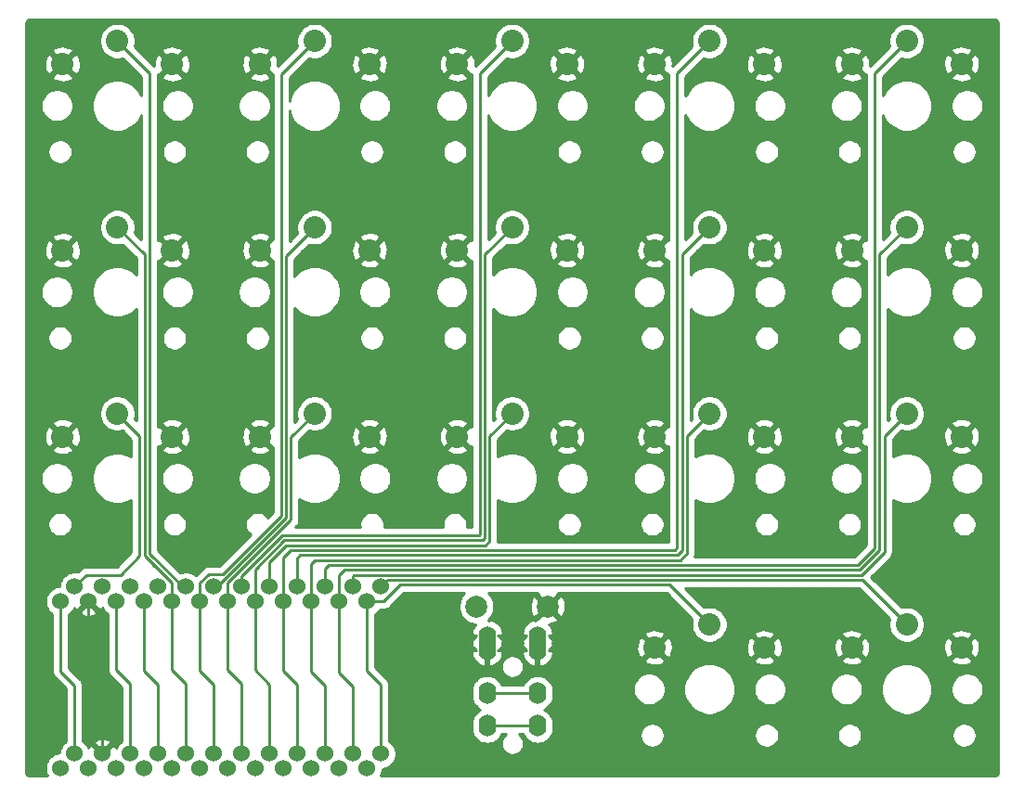
<source format=gtl>
%TF.GenerationSoftware,KiCad,Pcbnew,(5.1.12)-1*%
%TF.CreationDate,2021-11-30T03:04:48-08:00*%
%TF.ProjectId,orthodox_v2,6f727468-6f64-46f7-985f-76322e6b6963,rev?*%
%TF.SameCoordinates,Original*%
%TF.FileFunction,Copper,L1,Top*%
%TF.FilePolarity,Positive*%
%FSLAX46Y46*%
G04 Gerber Fmt 4.6, Leading zero omitted, Abs format (unit mm)*
G04 Created by KiCad (PCBNEW (5.1.12)-1) date 2021-11-30 03:04:48*
%MOMM*%
%LPD*%
G01*
G04 APERTURE LIST*
%TA.AperFunction,ComponentPad*%
%ADD10C,2.032000*%
%TD*%
%TA.AperFunction,ComponentPad*%
%ADD11O,1.600000X2.000000*%
%TD*%
%TA.AperFunction,ComponentPad*%
%ADD12O,1.000000X1.400000*%
%TD*%
%TA.AperFunction,ComponentPad*%
%ADD13C,2.000000*%
%TD*%
%TA.AperFunction,ComponentPad*%
%ADD14C,1.524000*%
%TD*%
%TA.AperFunction,Conductor*%
%ADD15C,0.250000*%
%TD*%
%TA.AperFunction,Conductor*%
%ADD16C,0.254000*%
%TD*%
%TA.AperFunction,Conductor*%
%ADD17C,0.100000*%
%TD*%
G04 APERTURE END LIST*
D10*
%TO.P,MX6,1*%
%TO.N,S6*%
X128261000Y-105749900D03*
%TO.P,MX6,2*%
%TO.N,GND*%
X133261000Y-107849900D03*
X123261000Y-107849900D03*
%TD*%
D11*
%TO.P,U2,1*%
%TO.N,GND*%
X148581000Y-126154900D03*
%TO.P,U2,2*%
X143981000Y-127254900D03*
%TO.P,U2,4*%
%TO.N,+5V*%
X143981000Y-134254900D03*
%TO.P,U2,3*%
%TO.N,DATA0*%
X143981000Y-131254900D03*
D12*
%TO.P,U2,4*%
%TO.N,+5V*%
X143981000Y-134254900D03*
%TO.P,U2,3*%
%TO.N,DATA0*%
X143981000Y-131254900D03*
%TO.P,U2,2*%
%TO.N,GND*%
X143981000Y-127254900D03*
%TO.P,U2,1*%
X148581000Y-126154900D03*
%TD*%
D10*
%TO.P,MX1,2*%
%TO.N,GND*%
X105261000Y-73849900D03*
X115261000Y-73849900D03*
%TO.P,MX1,1*%
%TO.N,S1*%
X110261000Y-71749900D03*
%TD*%
%TO.P,MX2,1*%
%TO.N,S2*%
X110261000Y-88749900D03*
%TO.P,MX2,2*%
%TO.N,GND*%
X115261000Y-90849900D03*
X105261000Y-90849900D03*
%TD*%
%TO.P,MX3,1*%
%TO.N,S3*%
X110261000Y-105749900D03*
%TO.P,MX3,2*%
%TO.N,GND*%
X115261000Y-107849900D03*
X105261000Y-107849900D03*
%TD*%
%TO.P,MX4,1*%
%TO.N,S4*%
X128261000Y-71749900D03*
%TO.P,MX4,2*%
%TO.N,GND*%
X133261000Y-73849900D03*
X123261000Y-73849900D03*
%TD*%
%TO.P,MX5,2*%
%TO.N,GND*%
X123261000Y-90849900D03*
X133261000Y-90849900D03*
%TO.P,MX5,1*%
%TO.N,S5*%
X128261000Y-88749900D03*
%TD*%
%TO.P,MX7,2*%
%TO.N,GND*%
X141261000Y-73849900D03*
X151261000Y-73849900D03*
%TO.P,MX7,1*%
%TO.N,S7*%
X146261000Y-71749900D03*
%TD*%
%TO.P,MX8,1*%
%TO.N,S8*%
X146261000Y-88749900D03*
%TO.P,MX8,2*%
%TO.N,GND*%
X151261000Y-90849900D03*
X141261000Y-90849900D03*
%TD*%
%TO.P,MX9,1*%
%TO.N,S9*%
X146261000Y-105749900D03*
%TO.P,MX9,2*%
%TO.N,GND*%
X151261000Y-107849900D03*
X141261000Y-107849900D03*
%TD*%
%TO.P,MX10,1*%
%TO.N,S10*%
X164261000Y-71749900D03*
%TO.P,MX10,2*%
%TO.N,GND*%
X169261000Y-73849900D03*
X159261000Y-73849900D03*
%TD*%
%TO.P,MX11,2*%
%TO.N,GND*%
X159261000Y-90849900D03*
X169261000Y-90849900D03*
%TO.P,MX11,1*%
%TO.N,S11*%
X164261000Y-88749900D03*
%TD*%
%TO.P,MX12,1*%
%TO.N,S12*%
X164261000Y-105749900D03*
%TO.P,MX12,2*%
%TO.N,GND*%
X169261000Y-107849900D03*
X159261000Y-107849900D03*
%TD*%
%TO.P,MX13,2*%
%TO.N,GND*%
X159261000Y-127099900D03*
X169261000Y-127099900D03*
%TO.P,MX13,1*%
%TO.N,S13*%
X164261000Y-124999900D03*
%TD*%
%TO.P,MX14,2*%
%TO.N,GND*%
X177261000Y-73849900D03*
X187261000Y-73849900D03*
%TO.P,MX14,1*%
%TO.N,S14*%
X182261000Y-71749900D03*
%TD*%
%TO.P,MX15,1*%
%TO.N,S15*%
X182261000Y-88749900D03*
%TO.P,MX15,2*%
%TO.N,GND*%
X187261000Y-90849900D03*
X177261000Y-90849900D03*
%TD*%
%TO.P,MX16,2*%
%TO.N,GND*%
X177261000Y-107849900D03*
X187261000Y-107849900D03*
%TO.P,MX16,1*%
%TO.N,S16*%
X182261000Y-105749900D03*
%TD*%
%TO.P,MX17,1*%
%TO.N,S17*%
X182261000Y-124999900D03*
%TO.P,MX17,2*%
%TO.N,GND*%
X187261000Y-127099900D03*
X177261000Y-127099900D03*
%TD*%
D13*
%TO.P,SW1,1*%
%TO.N,Net-(SW1-Pad1)*%
X143011000Y-123350000D03*
%TO.P,SW1,2*%
%TO.N,GND*%
X149511000Y-123350000D03*
%TD*%
D14*
%TO.P,U1,24*%
%TO.N,Net-(U1-Pad24)*%
X106353000Y-136799900D03*
%TO.P,U1,23*%
%TO.N,GND*%
X108893000Y-136799900D03*
%TO.P,U1,22*%
%TO.N,Net-(SW1-Pad1)*%
X111433000Y-136799900D03*
%TO.P,U1,21*%
%TO.N,+5V*%
X113973000Y-136799900D03*
%TO.P,U1,20*%
%TO.N,S2*%
X116513000Y-136799900D03*
%TO.P,U1,19*%
%TO.N,S4*%
X119053000Y-136799900D03*
%TO.P,U1,18*%
%TO.N,S6*%
X121593000Y-136799900D03*
%TO.P,U1,17*%
%TO.N,S8*%
X124133000Y-136799900D03*
%TO.P,U1,16*%
%TO.N,S10*%
X126673000Y-136799900D03*
%TO.P,U1,15*%
%TO.N,S12*%
X129213000Y-136799900D03*
%TO.P,U1,14*%
%TO.N,S15*%
X131753000Y-136799900D03*
%TO.P,U1,13*%
%TO.N,S13*%
X134293000Y-136799900D03*
%TO.P,U1,12*%
%TO.N,S17*%
X134293000Y-121559900D03*
%TO.P,U1,11*%
%TO.N,S16*%
X131753000Y-121559900D03*
%TO.P,U1,10*%
%TO.N,S14*%
X129213000Y-121559900D03*
%TO.P,U1,9*%
%TO.N,S11*%
X126673000Y-121559900D03*
%TO.P,U1,8*%
%TO.N,S9*%
X124133000Y-121559900D03*
%TO.P,U1,7*%
%TO.N,S7*%
X121593000Y-121559900D03*
%TO.P,U1,6*%
%TO.N,S5*%
X119053000Y-121559900D03*
%TO.P,U1,5*%
%TO.N,S1*%
X116513000Y-121559900D03*
%TO.P,U1,4*%
%TO.N,Net-(U1-Pad4)*%
X113973000Y-121559900D03*
%TO.P,U1,3*%
%TO.N,Net-(U1-Pad3)*%
X111433000Y-121559900D03*
%TO.P,U1,2*%
%TO.N,DATA0*%
X108893000Y-121559900D03*
%TO.P,U1,1*%
%TO.N,S3*%
X106353000Y-121559900D03*
X105083000Y-138106300D03*
%TO.P,U1,2*%
%TO.N,DATA0*%
X107623000Y-138106300D03*
%TO.P,U1,3*%
%TO.N,Net-(U1-Pad3)*%
X110163000Y-138106300D03*
%TO.P,U1,4*%
%TO.N,Net-(U1-Pad4)*%
X112703000Y-138106300D03*
%TO.P,U1,5*%
%TO.N,S1*%
X115243000Y-138106300D03*
%TO.P,U1,6*%
%TO.N,S5*%
X117783000Y-138106300D03*
%TO.P,U1,7*%
%TO.N,S7*%
X120323000Y-138106300D03*
%TO.P,U1,8*%
%TO.N,S9*%
X122863000Y-138106300D03*
%TO.P,U1,9*%
%TO.N,S11*%
X125403000Y-138106300D03*
%TO.P,U1,10*%
%TO.N,S14*%
X127943000Y-138106300D03*
%TO.P,U1,11*%
%TO.N,S16*%
X130483000Y-138106300D03*
%TO.P,U1,12*%
%TO.N,S17*%
X133023000Y-138106300D03*
%TO.P,U1,13*%
%TO.N,S13*%
X133023000Y-122886300D03*
%TO.P,U1,14*%
%TO.N,S15*%
X130483000Y-122886300D03*
%TO.P,U1,15*%
%TO.N,S12*%
X127943000Y-122886300D03*
%TO.P,U1,16*%
%TO.N,S10*%
X125403000Y-122886300D03*
%TO.P,U1,17*%
%TO.N,S8*%
X122863000Y-122886300D03*
%TO.P,U1,18*%
%TO.N,S6*%
X120323000Y-122886300D03*
%TO.P,U1,19*%
%TO.N,S4*%
X117783000Y-122886300D03*
%TO.P,U1,20*%
%TO.N,S2*%
X115243000Y-122886300D03*
%TO.P,U1,21*%
%TO.N,+5V*%
X112703000Y-122886300D03*
%TO.P,U1,22*%
%TO.N,Net-(SW1-Pad1)*%
X110163000Y-122886300D03*
%TO.P,U1,23*%
%TO.N,GND*%
X107623000Y-122886300D03*
%TO.P,U1,24*%
%TO.N,Net-(U1-Pad24)*%
X105083000Y-122886300D03*
%TD*%
D11*
%TO.P,U3,1*%
%TO.N,GND*%
X143986000Y-126154900D03*
%TO.P,U3,2*%
X148586000Y-127254900D03*
%TO.P,U3,4*%
%TO.N,+5V*%
X148586000Y-134254900D03*
%TO.P,U3,3*%
%TO.N,DATA0*%
X148586000Y-131254900D03*
D12*
%TO.P,U3,4*%
%TO.N,+5V*%
X148586000Y-134254900D03*
%TO.P,U3,3*%
%TO.N,DATA0*%
X148586000Y-131254900D03*
%TO.P,U3,2*%
%TO.N,GND*%
X148586000Y-127254900D03*
%TO.P,U3,1*%
X143986000Y-126154900D03*
%TD*%
D15*
%TO.N,S1*%
X116218172Y-121559900D02*
X116513000Y-121559900D01*
X113200521Y-118542249D02*
X116218172Y-121559900D01*
X113200521Y-74689421D02*
X113200521Y-118542249D01*
X110261000Y-71749900D02*
X113200521Y-74689421D01*
%TO.N,GND*%
X108893000Y-132617900D02*
X108893000Y-136799900D01*
X108893000Y-130507000D02*
X108893000Y-132617900D01*
X107623000Y-129237000D02*
X108893000Y-130507000D01*
X107623000Y-122886300D02*
X107623000Y-129237000D01*
%TO.N,S2*%
X113469989Y-119448127D02*
X115243000Y-121221138D01*
X112750511Y-91239411D02*
X110261000Y-88749900D01*
X112750511Y-109049900D02*
X112750511Y-108060389D01*
X112750511Y-108060389D02*
X112750511Y-91239411D01*
X112750511Y-118728649D02*
X112750511Y-117260389D01*
X115243000Y-121221138D02*
X112750511Y-118728649D01*
X115243000Y-122886300D02*
X115243000Y-121221138D01*
X112750511Y-108060389D02*
X112750511Y-117260389D01*
X116513000Y-130413000D02*
X116513000Y-136799900D01*
X115243000Y-129143000D02*
X116513000Y-130413000D01*
X115243000Y-122886300D02*
X115243000Y-129143000D01*
%TO.N,S3*%
X107440001Y-120472899D02*
X106353000Y-121559900D01*
X110538001Y-120472899D02*
X107440001Y-120472899D01*
X112300501Y-118710399D02*
X110538001Y-120472899D01*
X112300501Y-107789401D02*
X112300501Y-118710399D01*
X110261000Y-105749900D02*
X112300501Y-107789401D01*
%TO.N,S4*%
X125193656Y-74817244D02*
X128261000Y-71749900D01*
X125193656Y-115077662D02*
X125193656Y-74817244D01*
X119874799Y-120396519D02*
X125193656Y-115077662D01*
X118607619Y-120396519D02*
X119874799Y-120396519D01*
X117783000Y-121221138D02*
X118607619Y-120396519D01*
X117783000Y-122886300D02*
X117783000Y-121221138D01*
X119061000Y-136791900D02*
X119053000Y-136799900D01*
X119061000Y-130461000D02*
X119061000Y-136791900D01*
X119061000Y-130461000D02*
X119061000Y-130649900D01*
X117783000Y-129183000D02*
X119061000Y-130461000D01*
X117783000Y-122886300D02*
X117783000Y-129183000D01*
%TO.N,S5*%
X128261000Y-88749900D02*
X125643666Y-91367234D01*
X119347828Y-121559900D02*
X119053000Y-121559900D01*
X125643666Y-115264062D02*
X119347828Y-121559900D01*
X125643666Y-91367234D02*
X125643666Y-115264062D01*
%TO.N,S6*%
X120323000Y-121221138D02*
X120323000Y-122886300D01*
X126093676Y-107917224D02*
X126093676Y-115450462D01*
X126093676Y-115450462D02*
X120323000Y-121221138D01*
X128261000Y-105749900D02*
X126093676Y-107917224D01*
X121461000Y-136667900D02*
X121593000Y-136799900D01*
X121593000Y-130407000D02*
X121593000Y-136799900D01*
X120323000Y-129137000D02*
X121593000Y-130407000D01*
X120323000Y-122886300D02*
X120323000Y-129137000D01*
%TO.N,S7*%
X121593000Y-120587548D02*
X121593000Y-121559900D01*
X125307725Y-116872823D02*
X121593000Y-120587548D01*
X143238077Y-116872823D02*
X125307725Y-116872823D01*
X143321479Y-74689421D02*
X143321479Y-116789421D01*
X143321479Y-116789421D02*
X143238077Y-116872823D01*
X146261000Y-71749900D02*
X143321479Y-74689421D01*
%TO.N,S8*%
X122863000Y-119953958D02*
X122863000Y-122886300D01*
X125494125Y-117322833D02*
X122863000Y-119953958D01*
X143588067Y-117322833D02*
X125494125Y-117322833D01*
X143771489Y-117139411D02*
X143588067Y-117322833D01*
X143771489Y-91239411D02*
X143771489Y-117139411D01*
X146261000Y-88749900D02*
X143771489Y-91239411D01*
X124161000Y-136771900D02*
X124133000Y-136799900D01*
X124161000Y-130461000D02*
X124161000Y-136771900D01*
X124161000Y-130461000D02*
X124161000Y-130649900D01*
X122863000Y-129163000D02*
X124161000Y-130461000D01*
X122863000Y-122886300D02*
X122863000Y-129163000D01*
%TO.N,S9*%
X124133000Y-119320368D02*
X124133000Y-121559900D01*
X125680525Y-117772843D02*
X124133000Y-119320368D01*
X143838057Y-117772843D02*
X125680525Y-117772843D01*
X144221499Y-117389401D02*
X143838057Y-117772843D01*
X144221499Y-107789401D02*
X144221499Y-117389401D01*
X146261000Y-105749900D02*
X144221499Y-107789401D01*
%TO.N,S10*%
X126088047Y-118222853D02*
X125403000Y-118907900D01*
X161088048Y-118222852D02*
X126088047Y-118222853D01*
X161321480Y-117989420D02*
X161088048Y-118222852D01*
X125403000Y-118907900D02*
X125403000Y-122886300D01*
X161321480Y-74689420D02*
X161321480Y-117989420D01*
X164261000Y-71749900D02*
X161321480Y-74689420D01*
X126661000Y-136787900D02*
X126673000Y-136799900D01*
X126661000Y-130461000D02*
X126661000Y-136787900D01*
X125403000Y-129203000D02*
X126661000Y-130461000D01*
X125403000Y-122886300D02*
X125403000Y-129203000D01*
%TO.N,S11*%
X126673000Y-118937900D02*
X126673000Y-121559900D01*
X126938039Y-118672861D02*
X126673000Y-118937900D01*
X161338038Y-118672862D02*
X126938039Y-118672861D01*
X161771489Y-118239411D02*
X161338038Y-118672862D01*
X161771489Y-91239411D02*
X161771489Y-118239411D01*
X164261000Y-88749900D02*
X161771489Y-91239411D01*
%TO.N,S12*%
X127943000Y-119467900D02*
X127943000Y-122886300D01*
X160188029Y-119122871D02*
X128288029Y-119122871D01*
X161588031Y-119122869D02*
X160188031Y-119122869D01*
X128288029Y-119122871D02*
X127943000Y-119467900D01*
X160188031Y-119122869D02*
X160188029Y-119122871D01*
X162221499Y-118489401D02*
X161588031Y-119122869D01*
X162221499Y-107789401D02*
X162221499Y-118489401D01*
X164261000Y-105749900D02*
X162221499Y-107789401D01*
X129161000Y-136747900D02*
X129213000Y-136799900D01*
X129161000Y-130561000D02*
X127943000Y-129343000D01*
X127943000Y-129343000D02*
X127943000Y-127743000D01*
X129161000Y-131261000D02*
X129161000Y-136747900D01*
X129161000Y-131261000D02*
X129161000Y-130561000D01*
X127943000Y-127743000D02*
X127943000Y-128431900D01*
X127943000Y-122886300D02*
X127943000Y-127743000D01*
%TO.N,S13*%
X134575362Y-122886300D02*
X133023000Y-122886300D01*
X136088743Y-121372919D02*
X134575362Y-122886300D01*
X160634019Y-121372919D02*
X136088743Y-121372919D01*
X164261000Y-124999900D02*
X160634019Y-121372919D01*
X133023000Y-129223000D02*
X134293000Y-130493000D01*
X134293000Y-130493000D02*
X134293000Y-136799900D01*
X133023000Y-122886300D02*
X133023000Y-129223000D01*
%TO.N,S14*%
X129538021Y-119572879D02*
X129213000Y-119897900D01*
X177765201Y-119572879D02*
X129538021Y-119572879D01*
X179321479Y-118016601D02*
X177765201Y-119572879D01*
X129213000Y-119897900D02*
X129213000Y-121559900D01*
X179321479Y-74689421D02*
X179321479Y-118016601D01*
X182261000Y-71749900D02*
X179321479Y-74689421D01*
%TO.N,S15*%
X130483000Y-120527900D02*
X130483000Y-122886300D01*
X130988011Y-120022889D02*
X130483000Y-120527900D01*
X177951601Y-120022889D02*
X130988011Y-120022889D01*
X179771489Y-118203001D02*
X177951601Y-120022889D01*
X179771489Y-91239411D02*
X179771489Y-118203001D01*
X182261000Y-88749900D02*
X179771489Y-91239411D01*
X131761000Y-136791900D02*
X131753000Y-136799900D01*
X131761000Y-130649900D02*
X131761000Y-136791900D01*
X130483000Y-129371900D02*
X131761000Y-130649900D01*
X130483000Y-122886300D02*
X130483000Y-129371900D01*
%TO.N,S16*%
X131753000Y-120557900D02*
X131753000Y-121559900D01*
X131838001Y-120472899D02*
X131753000Y-120557900D01*
X178138001Y-120472899D02*
X131838001Y-120472899D01*
X180221499Y-118389401D02*
X178138001Y-120472899D01*
X180221499Y-107789401D02*
X180221499Y-118389401D01*
X182261000Y-105749900D02*
X180221499Y-107789401D01*
%TO.N,S17*%
X133023000Y-138106300D02*
X133317400Y-138106300D01*
X178184009Y-120922909D02*
X182261000Y-124999900D01*
X134929991Y-120922909D02*
X178184009Y-120922909D01*
X134293000Y-121559900D02*
X134929991Y-120922909D01*
%TO.N,Net-(SW1-Pad1)*%
X111433000Y-130433000D02*
X111433000Y-136799900D01*
X110163000Y-129163000D02*
X111433000Y-130433000D01*
X110163000Y-122886300D02*
X110163000Y-129163000D01*
%TO.N,DATA0*%
X148586000Y-131254900D02*
X143981000Y-131254900D01*
%TO.N,+5V*%
X143981000Y-134254900D02*
X148586000Y-134254900D01*
X113973000Y-130473000D02*
X113973000Y-136799900D01*
X112703000Y-129203000D02*
X113973000Y-130473000D01*
X112703000Y-122886300D02*
X112703000Y-129203000D01*
%TO.N,Net-(U1-Pad24)*%
X106353000Y-130547000D02*
X106353000Y-136799900D01*
X105083000Y-129277000D02*
X106353000Y-130547000D01*
X105083000Y-122886300D02*
X105083000Y-129277000D01*
%TD*%
D16*
%TO.N,GND*%
X190326424Y-69819480D02*
X190389356Y-69838480D01*
X190447405Y-69869345D01*
X190498343Y-69910889D01*
X190540248Y-69961544D01*
X190571515Y-70019371D01*
X190590956Y-70082172D01*
X190601000Y-70177735D01*
X190601001Y-136117472D01*
X190601000Y-136117482D01*
X190601001Y-138423111D01*
X190591420Y-138520824D01*
X190572420Y-138583757D01*
X190541554Y-138641806D01*
X190500011Y-138692743D01*
X190449356Y-138734648D01*
X190391529Y-138765915D01*
X190328728Y-138785356D01*
X190233165Y-138795400D01*
X134242715Y-138795400D01*
X134261005Y-138768027D01*
X134366314Y-138513790D01*
X134420000Y-138243892D01*
X134420000Y-138196900D01*
X134430592Y-138196900D01*
X134700490Y-138143214D01*
X134954727Y-138037905D01*
X135183535Y-137885020D01*
X135378120Y-137690435D01*
X135531005Y-137461627D01*
X135636314Y-137207390D01*
X135690000Y-136937492D01*
X135690000Y-136662308D01*
X135636314Y-136392410D01*
X135531005Y-136138173D01*
X135378120Y-135909365D01*
X135183535Y-135714780D01*
X135053000Y-135627559D01*
X135053000Y-130984408D01*
X142546000Y-130984408D01*
X142546000Y-131525391D01*
X142566764Y-131736208D01*
X142648818Y-132006707D01*
X142782068Y-132256000D01*
X142961392Y-132474507D01*
X143179899Y-132653832D01*
X143368984Y-132754900D01*
X143179900Y-132855968D01*
X142961393Y-133035292D01*
X142782068Y-133253799D01*
X142648818Y-133503092D01*
X142566764Y-133773591D01*
X142546000Y-133984408D01*
X142546000Y-134525391D01*
X142566764Y-134736208D01*
X142648818Y-135006707D01*
X142782068Y-135256000D01*
X142961392Y-135474507D01*
X143179899Y-135653832D01*
X143429192Y-135787082D01*
X143699691Y-135869136D01*
X143981000Y-135896843D01*
X144262308Y-135869136D01*
X144532807Y-135787082D01*
X144782100Y-135653832D01*
X145000607Y-135474508D01*
X145179932Y-135256001D01*
X145308803Y-135014900D01*
X145675198Y-135014900D01*
X145621226Y-135050963D01*
X145477063Y-135195126D01*
X145363795Y-135364644D01*
X145285774Y-135553002D01*
X145246000Y-135752961D01*
X145246000Y-135956839D01*
X145285774Y-136156798D01*
X145363795Y-136345156D01*
X145477063Y-136514674D01*
X145621226Y-136658837D01*
X145790744Y-136772105D01*
X145979102Y-136850126D01*
X146179061Y-136889900D01*
X146387939Y-136889900D01*
X146587898Y-136850126D01*
X146776256Y-136772105D01*
X146945774Y-136658837D01*
X147089937Y-136514674D01*
X147203205Y-136345156D01*
X147281226Y-136156798D01*
X147321000Y-135956839D01*
X147321000Y-135752961D01*
X147281226Y-135553002D01*
X147203205Y-135364644D01*
X147089937Y-135195126D01*
X146945774Y-135050963D01*
X146891802Y-135014900D01*
X147258197Y-135014900D01*
X147387068Y-135256001D01*
X147566393Y-135474508D01*
X147784900Y-135653832D01*
X148034193Y-135787082D01*
X148304692Y-135869136D01*
X148586000Y-135896843D01*
X148867309Y-135869136D01*
X149137808Y-135787082D01*
X149387101Y-135653832D01*
X149605608Y-135474508D01*
X149784932Y-135256001D01*
X149918182Y-135006707D01*
X149923682Y-134988575D01*
X157910700Y-134988575D01*
X157910700Y-135211225D01*
X157954137Y-135429596D01*
X158039341Y-135635298D01*
X158163039Y-135820424D01*
X158320476Y-135977861D01*
X158505602Y-136101559D01*
X158711304Y-136186763D01*
X158929675Y-136230200D01*
X159152325Y-136230200D01*
X159370696Y-136186763D01*
X159576398Y-136101559D01*
X159761524Y-135977861D01*
X159918961Y-135820424D01*
X160042659Y-135635298D01*
X160127863Y-135429596D01*
X160171300Y-135211225D01*
X160171300Y-134988575D01*
X168350700Y-134988575D01*
X168350700Y-135211225D01*
X168394137Y-135429596D01*
X168479341Y-135635298D01*
X168603039Y-135820424D01*
X168760476Y-135977861D01*
X168945602Y-136101559D01*
X169151304Y-136186763D01*
X169369675Y-136230200D01*
X169592325Y-136230200D01*
X169810696Y-136186763D01*
X170016398Y-136101559D01*
X170201524Y-135977861D01*
X170358961Y-135820424D01*
X170482659Y-135635298D01*
X170567863Y-135429596D01*
X170611300Y-135211225D01*
X170611300Y-134988575D01*
X175910700Y-134988575D01*
X175910700Y-135211225D01*
X175954137Y-135429596D01*
X176039341Y-135635298D01*
X176163039Y-135820424D01*
X176320476Y-135977861D01*
X176505602Y-136101559D01*
X176711304Y-136186763D01*
X176929675Y-136230200D01*
X177152325Y-136230200D01*
X177370696Y-136186763D01*
X177576398Y-136101559D01*
X177761524Y-135977861D01*
X177918961Y-135820424D01*
X178042659Y-135635298D01*
X178127863Y-135429596D01*
X178171300Y-135211225D01*
X178171300Y-134988575D01*
X186350700Y-134988575D01*
X186350700Y-135211225D01*
X186394137Y-135429596D01*
X186479341Y-135635298D01*
X186603039Y-135820424D01*
X186760476Y-135977861D01*
X186945602Y-136101559D01*
X187151304Y-136186763D01*
X187369675Y-136230200D01*
X187592325Y-136230200D01*
X187810696Y-136186763D01*
X188016398Y-136101559D01*
X188201524Y-135977861D01*
X188358961Y-135820424D01*
X188482659Y-135635298D01*
X188567863Y-135429596D01*
X188611300Y-135211225D01*
X188611300Y-134988575D01*
X188567863Y-134770204D01*
X188482659Y-134564502D01*
X188358961Y-134379376D01*
X188201524Y-134221939D01*
X188016398Y-134098241D01*
X187810696Y-134013037D01*
X187592325Y-133969600D01*
X187369675Y-133969600D01*
X187151304Y-134013037D01*
X186945602Y-134098241D01*
X186760476Y-134221939D01*
X186603039Y-134379376D01*
X186479341Y-134564502D01*
X186394137Y-134770204D01*
X186350700Y-134988575D01*
X178171300Y-134988575D01*
X178127863Y-134770204D01*
X178042659Y-134564502D01*
X177918961Y-134379376D01*
X177761524Y-134221939D01*
X177576398Y-134098241D01*
X177370696Y-134013037D01*
X177152325Y-133969600D01*
X176929675Y-133969600D01*
X176711304Y-134013037D01*
X176505602Y-134098241D01*
X176320476Y-134221939D01*
X176163039Y-134379376D01*
X176039341Y-134564502D01*
X175954137Y-134770204D01*
X175910700Y-134988575D01*
X170611300Y-134988575D01*
X170567863Y-134770204D01*
X170482659Y-134564502D01*
X170358961Y-134379376D01*
X170201524Y-134221939D01*
X170016398Y-134098241D01*
X169810696Y-134013037D01*
X169592325Y-133969600D01*
X169369675Y-133969600D01*
X169151304Y-134013037D01*
X168945602Y-134098241D01*
X168760476Y-134221939D01*
X168603039Y-134379376D01*
X168479341Y-134564502D01*
X168394137Y-134770204D01*
X168350700Y-134988575D01*
X160171300Y-134988575D01*
X160127863Y-134770204D01*
X160042659Y-134564502D01*
X159918961Y-134379376D01*
X159761524Y-134221939D01*
X159576398Y-134098241D01*
X159370696Y-134013037D01*
X159152325Y-133969600D01*
X158929675Y-133969600D01*
X158711304Y-134013037D01*
X158505602Y-134098241D01*
X158320476Y-134221939D01*
X158163039Y-134379376D01*
X158039341Y-134564502D01*
X157954137Y-134770204D01*
X157910700Y-134988575D01*
X149923682Y-134988575D01*
X150000236Y-134736208D01*
X150021000Y-134525391D01*
X150021000Y-133984408D01*
X150000236Y-133773591D01*
X149918182Y-133503092D01*
X149784932Y-133253799D01*
X149605607Y-133035292D01*
X149387100Y-132855968D01*
X149198016Y-132754900D01*
X149387101Y-132653832D01*
X149605608Y-132474508D01*
X149784932Y-132256001D01*
X149918182Y-132006707D01*
X150000236Y-131736208D01*
X150021000Y-131525391D01*
X150021000Y-130984408D01*
X150000236Y-130773591D01*
X149994158Y-130753552D01*
X157275100Y-130753552D01*
X157275100Y-131046248D01*
X157332202Y-131333321D01*
X157444212Y-131603738D01*
X157606826Y-131847106D01*
X157813794Y-132054074D01*
X158057162Y-132216688D01*
X158327579Y-132328698D01*
X158614652Y-132385800D01*
X158907348Y-132385800D01*
X159194421Y-132328698D01*
X159464838Y-132216688D01*
X159708206Y-132054074D01*
X159915174Y-131847106D01*
X160077788Y-131603738D01*
X160189798Y-131333321D01*
X160246900Y-131046248D01*
X160246900Y-130753552D01*
X160229982Y-130668494D01*
X161911500Y-130668494D01*
X161911500Y-131131306D01*
X162001790Y-131585224D01*
X162178900Y-132012805D01*
X162436024Y-132397619D01*
X162763281Y-132724876D01*
X163148095Y-132982000D01*
X163575676Y-133159110D01*
X164029594Y-133249400D01*
X164492406Y-133249400D01*
X164946324Y-133159110D01*
X165373905Y-132982000D01*
X165758719Y-132724876D01*
X166085976Y-132397619D01*
X166343100Y-132012805D01*
X166520210Y-131585224D01*
X166610500Y-131131306D01*
X166610500Y-130753552D01*
X168275100Y-130753552D01*
X168275100Y-131046248D01*
X168332202Y-131333321D01*
X168444212Y-131603738D01*
X168606826Y-131847106D01*
X168813794Y-132054074D01*
X169057162Y-132216688D01*
X169327579Y-132328698D01*
X169614652Y-132385800D01*
X169907348Y-132385800D01*
X170194421Y-132328698D01*
X170464838Y-132216688D01*
X170708206Y-132054074D01*
X170915174Y-131847106D01*
X171077788Y-131603738D01*
X171189798Y-131333321D01*
X171246900Y-131046248D01*
X171246900Y-130753552D01*
X175275100Y-130753552D01*
X175275100Y-131046248D01*
X175332202Y-131333321D01*
X175444212Y-131603738D01*
X175606826Y-131847106D01*
X175813794Y-132054074D01*
X176057162Y-132216688D01*
X176327579Y-132328698D01*
X176614652Y-132385800D01*
X176907348Y-132385800D01*
X177194421Y-132328698D01*
X177464838Y-132216688D01*
X177708206Y-132054074D01*
X177915174Y-131847106D01*
X178077788Y-131603738D01*
X178189798Y-131333321D01*
X178246900Y-131046248D01*
X178246900Y-130753552D01*
X178229982Y-130668494D01*
X179911500Y-130668494D01*
X179911500Y-131131306D01*
X180001790Y-131585224D01*
X180178900Y-132012805D01*
X180436024Y-132397619D01*
X180763281Y-132724876D01*
X181148095Y-132982000D01*
X181575676Y-133159110D01*
X182029594Y-133249400D01*
X182492406Y-133249400D01*
X182946324Y-133159110D01*
X183373905Y-132982000D01*
X183758719Y-132724876D01*
X184085976Y-132397619D01*
X184343100Y-132012805D01*
X184520210Y-131585224D01*
X184610500Y-131131306D01*
X184610500Y-130753552D01*
X186275100Y-130753552D01*
X186275100Y-131046248D01*
X186332202Y-131333321D01*
X186444212Y-131603738D01*
X186606826Y-131847106D01*
X186813794Y-132054074D01*
X187057162Y-132216688D01*
X187327579Y-132328698D01*
X187614652Y-132385800D01*
X187907348Y-132385800D01*
X188194421Y-132328698D01*
X188464838Y-132216688D01*
X188708206Y-132054074D01*
X188915174Y-131847106D01*
X189077788Y-131603738D01*
X189189798Y-131333321D01*
X189246900Y-131046248D01*
X189246900Y-130753552D01*
X189189798Y-130466479D01*
X189077788Y-130196062D01*
X188915174Y-129952694D01*
X188708206Y-129745726D01*
X188464838Y-129583112D01*
X188194421Y-129471102D01*
X187907348Y-129414000D01*
X187614652Y-129414000D01*
X187327579Y-129471102D01*
X187057162Y-129583112D01*
X186813794Y-129745726D01*
X186606826Y-129952694D01*
X186444212Y-130196062D01*
X186332202Y-130466479D01*
X186275100Y-130753552D01*
X184610500Y-130753552D01*
X184610500Y-130668494D01*
X184520210Y-130214576D01*
X184343100Y-129786995D01*
X184085976Y-129402181D01*
X183758719Y-129074924D01*
X183373905Y-128817800D01*
X182946324Y-128640690D01*
X182492406Y-128550400D01*
X182029594Y-128550400D01*
X181575676Y-128640690D01*
X181148095Y-128817800D01*
X180763281Y-129074924D01*
X180436024Y-129402181D01*
X180178900Y-129786995D01*
X180001790Y-130214576D01*
X179911500Y-130668494D01*
X178229982Y-130668494D01*
X178189798Y-130466479D01*
X178077788Y-130196062D01*
X177915174Y-129952694D01*
X177708206Y-129745726D01*
X177464838Y-129583112D01*
X177194421Y-129471102D01*
X176907348Y-129414000D01*
X176614652Y-129414000D01*
X176327579Y-129471102D01*
X176057162Y-129583112D01*
X175813794Y-129745726D01*
X175606826Y-129952694D01*
X175444212Y-130196062D01*
X175332202Y-130466479D01*
X175275100Y-130753552D01*
X171246900Y-130753552D01*
X171189798Y-130466479D01*
X171077788Y-130196062D01*
X170915174Y-129952694D01*
X170708206Y-129745726D01*
X170464838Y-129583112D01*
X170194421Y-129471102D01*
X169907348Y-129414000D01*
X169614652Y-129414000D01*
X169327579Y-129471102D01*
X169057162Y-129583112D01*
X168813794Y-129745726D01*
X168606826Y-129952694D01*
X168444212Y-130196062D01*
X168332202Y-130466479D01*
X168275100Y-130753552D01*
X166610500Y-130753552D01*
X166610500Y-130668494D01*
X166520210Y-130214576D01*
X166343100Y-129786995D01*
X166085976Y-129402181D01*
X165758719Y-129074924D01*
X165373905Y-128817800D01*
X164946324Y-128640690D01*
X164492406Y-128550400D01*
X164029594Y-128550400D01*
X163575676Y-128640690D01*
X163148095Y-128817800D01*
X162763281Y-129074924D01*
X162436024Y-129402181D01*
X162178900Y-129786995D01*
X162001790Y-130214576D01*
X161911500Y-130668494D01*
X160229982Y-130668494D01*
X160189798Y-130466479D01*
X160077788Y-130196062D01*
X159915174Y-129952694D01*
X159708206Y-129745726D01*
X159464838Y-129583112D01*
X159194421Y-129471102D01*
X158907348Y-129414000D01*
X158614652Y-129414000D01*
X158327579Y-129471102D01*
X158057162Y-129583112D01*
X157813794Y-129745726D01*
X157606826Y-129952694D01*
X157444212Y-130196062D01*
X157332202Y-130466479D01*
X157275100Y-130753552D01*
X149994158Y-130753552D01*
X149918182Y-130503092D01*
X149784932Y-130253799D01*
X149605607Y-130035292D01*
X149387100Y-129855968D01*
X149137807Y-129722718D01*
X148867308Y-129640664D01*
X148586000Y-129612957D01*
X148304691Y-129640664D01*
X148034192Y-129722718D01*
X147784899Y-129855968D01*
X147566392Y-130035293D01*
X147387068Y-130253800D01*
X147258197Y-130494900D01*
X145308803Y-130494900D01*
X145179932Y-130253799D01*
X145000608Y-130035292D01*
X144782101Y-129855968D01*
X144532808Y-129722718D01*
X144262309Y-129640664D01*
X143981000Y-129612957D01*
X143699692Y-129640664D01*
X143429193Y-129722718D01*
X143179900Y-129855968D01*
X142961393Y-130035292D01*
X142782068Y-130253799D01*
X142648818Y-130503092D01*
X142566764Y-130773591D01*
X142546000Y-130984408D01*
X135053000Y-130984408D01*
X135053000Y-130530322D01*
X135056676Y-130492999D01*
X135053000Y-130455676D01*
X135053000Y-130455667D01*
X135042003Y-130344014D01*
X134998546Y-130200753D01*
X134927974Y-130068724D01*
X134833001Y-129952999D01*
X134804004Y-129929202D01*
X133783000Y-128908199D01*
X133783000Y-124058641D01*
X133913535Y-123971420D01*
X134108120Y-123776835D01*
X134195341Y-123646300D01*
X134538040Y-123646300D01*
X134575362Y-123649976D01*
X134612684Y-123646300D01*
X134612695Y-123646300D01*
X134724348Y-123635303D01*
X134867609Y-123591846D01*
X134999638Y-123521274D01*
X135115363Y-123426301D01*
X135139166Y-123397297D01*
X136403545Y-122132919D01*
X141915842Y-122132919D01*
X141741013Y-122307748D01*
X141562082Y-122575537D01*
X141438832Y-122873088D01*
X141376000Y-123188967D01*
X141376000Y-123511033D01*
X141438832Y-123826912D01*
X141562082Y-124124463D01*
X141741013Y-124392252D01*
X141968748Y-124619987D01*
X142236537Y-124798918D01*
X142534088Y-124922168D01*
X142849967Y-124985000D01*
X142928345Y-124985000D01*
X142880327Y-125032238D01*
X142721570Y-125265673D01*
X142611404Y-125525594D01*
X142554063Y-125802013D01*
X142706526Y-126027900D01*
X142981389Y-126027900D01*
X142875327Y-126132238D01*
X142773543Y-126281900D01*
X142706526Y-126281900D01*
X142554063Y-126507787D01*
X142592453Y-126692848D01*
X142549063Y-126902013D01*
X142701526Y-127127900D01*
X142778543Y-127127900D01*
X142880327Y-127277562D01*
X142986389Y-127381900D01*
X142701526Y-127381900D01*
X142549063Y-127607787D01*
X142606404Y-127884206D01*
X142716570Y-128144127D01*
X142875327Y-128377562D01*
X143076575Y-128575539D01*
X143312579Y-128730451D01*
X143574270Y-128836344D01*
X143631961Y-128846804D01*
X143854000Y-128724815D01*
X143854000Y-127627562D01*
X143859000Y-127624815D01*
X143859000Y-126281900D01*
X143854000Y-126281900D01*
X143854000Y-126027900D01*
X143859000Y-126027900D01*
X143859000Y-126007900D01*
X144108000Y-126007900D01*
X144108000Y-127127900D01*
X144113000Y-127127900D01*
X144113000Y-127381900D01*
X144108000Y-127381900D01*
X144108000Y-128724815D01*
X144330039Y-128846804D01*
X144387730Y-128836344D01*
X144593792Y-128752961D01*
X145246000Y-128752961D01*
X145246000Y-128956839D01*
X145285774Y-129156798D01*
X145363795Y-129345156D01*
X145477063Y-129514674D01*
X145621226Y-129658837D01*
X145790744Y-129772105D01*
X145979102Y-129850126D01*
X146179061Y-129889900D01*
X146387939Y-129889900D01*
X146587898Y-129850126D01*
X146776256Y-129772105D01*
X146945774Y-129658837D01*
X147089937Y-129514674D01*
X147203205Y-129345156D01*
X147281226Y-129156798D01*
X147321000Y-128956839D01*
X147321000Y-128752961D01*
X147281226Y-128553002D01*
X147203205Y-128364644D01*
X147089937Y-128195126D01*
X146945774Y-128050963D01*
X146776256Y-127937695D01*
X146587898Y-127859674D01*
X146387939Y-127819900D01*
X146179061Y-127819900D01*
X145979102Y-127859674D01*
X145790744Y-127937695D01*
X145621226Y-128050963D01*
X145477063Y-128195126D01*
X145363795Y-128364644D01*
X145285774Y-128553002D01*
X145246000Y-128752961D01*
X144593792Y-128752961D01*
X144649421Y-128730451D01*
X144885425Y-128575539D01*
X145086673Y-128377562D01*
X145245430Y-128144127D01*
X145355596Y-127884206D01*
X145412937Y-127607787D01*
X145260474Y-127381900D01*
X144985611Y-127381900D01*
X145091673Y-127277562D01*
X145193457Y-127127900D01*
X145260474Y-127127900D01*
X145412937Y-126902013D01*
X145374547Y-126716952D01*
X145417937Y-126507787D01*
X145265474Y-126281900D01*
X145188457Y-126281900D01*
X145086673Y-126132238D01*
X144980611Y-126027900D01*
X145265474Y-126027900D01*
X145417937Y-125802013D01*
X147149063Y-125802013D01*
X147301526Y-126027900D01*
X147586389Y-126027900D01*
X147480327Y-126132238D01*
X147378543Y-126281900D01*
X147301526Y-126281900D01*
X147149063Y-126507787D01*
X147192453Y-126716952D01*
X147154063Y-126902013D01*
X147306526Y-127127900D01*
X147373543Y-127127900D01*
X147475327Y-127277562D01*
X147581389Y-127381900D01*
X147306526Y-127381900D01*
X147154063Y-127607787D01*
X147211404Y-127884206D01*
X147321570Y-128144127D01*
X147480327Y-128377562D01*
X147681575Y-128575539D01*
X147917579Y-128730451D01*
X148179270Y-128836344D01*
X148236961Y-128846804D01*
X148459000Y-128724815D01*
X148459000Y-127381900D01*
X148454000Y-127381900D01*
X148454000Y-127127900D01*
X148459000Y-127127900D01*
X148459000Y-126007900D01*
X148708000Y-126007900D01*
X148708000Y-126027900D01*
X148713000Y-126027900D01*
X148713000Y-126281900D01*
X148708000Y-126281900D01*
X148708000Y-127624815D01*
X148713000Y-127627562D01*
X148713000Y-128724815D01*
X148935039Y-128846804D01*
X148992730Y-128836344D01*
X149254421Y-128730451D01*
X149490425Y-128575539D01*
X149691673Y-128377562D01*
X149780655Y-128246723D01*
X158293782Y-128246723D01*
X158391478Y-128512760D01*
X158683821Y-128655248D01*
X158998344Y-128737964D01*
X159322962Y-128757731D01*
X159645198Y-128713788D01*
X159952670Y-128607824D01*
X160130522Y-128512760D01*
X160228218Y-128246723D01*
X168293782Y-128246723D01*
X168391478Y-128512760D01*
X168683821Y-128655248D01*
X168998344Y-128737964D01*
X169322962Y-128757731D01*
X169645198Y-128713788D01*
X169952670Y-128607824D01*
X170130522Y-128512760D01*
X170228218Y-128246723D01*
X176293782Y-128246723D01*
X176391478Y-128512760D01*
X176683821Y-128655248D01*
X176998344Y-128737964D01*
X177322962Y-128757731D01*
X177645198Y-128713788D01*
X177952670Y-128607824D01*
X178130522Y-128512760D01*
X178228218Y-128246723D01*
X186293782Y-128246723D01*
X186391478Y-128512760D01*
X186683821Y-128655248D01*
X186998344Y-128737964D01*
X187322962Y-128757731D01*
X187645198Y-128713788D01*
X187952670Y-128607824D01*
X188130522Y-128512760D01*
X188228218Y-128246723D01*
X187261000Y-127279505D01*
X186293782Y-128246723D01*
X178228218Y-128246723D01*
X177261000Y-127279505D01*
X176293782Y-128246723D01*
X170228218Y-128246723D01*
X169261000Y-127279505D01*
X168293782Y-128246723D01*
X160228218Y-128246723D01*
X159261000Y-127279505D01*
X158293782Y-128246723D01*
X149780655Y-128246723D01*
X149850430Y-128144127D01*
X149960596Y-127884206D01*
X150017937Y-127607787D01*
X149865474Y-127381900D01*
X149580611Y-127381900D01*
X149686673Y-127277562D01*
X149765359Y-127161862D01*
X157603169Y-127161862D01*
X157647112Y-127484098D01*
X157753076Y-127791570D01*
X157848140Y-127969422D01*
X158114177Y-128067118D01*
X159081395Y-127099900D01*
X159440605Y-127099900D01*
X160407823Y-128067118D01*
X160673860Y-127969422D01*
X160816348Y-127677079D01*
X160899064Y-127362556D01*
X160911284Y-127161862D01*
X167603169Y-127161862D01*
X167647112Y-127484098D01*
X167753076Y-127791570D01*
X167848140Y-127969422D01*
X168114177Y-128067118D01*
X169081395Y-127099900D01*
X169440605Y-127099900D01*
X170407823Y-128067118D01*
X170673860Y-127969422D01*
X170816348Y-127677079D01*
X170899064Y-127362556D01*
X170911284Y-127161862D01*
X175603169Y-127161862D01*
X175647112Y-127484098D01*
X175753076Y-127791570D01*
X175848140Y-127969422D01*
X176114177Y-128067118D01*
X177081395Y-127099900D01*
X177440605Y-127099900D01*
X178407823Y-128067118D01*
X178673860Y-127969422D01*
X178816348Y-127677079D01*
X178899064Y-127362556D01*
X178911284Y-127161862D01*
X185603169Y-127161862D01*
X185647112Y-127484098D01*
X185753076Y-127791570D01*
X185848140Y-127969422D01*
X186114177Y-128067118D01*
X187081395Y-127099900D01*
X187440605Y-127099900D01*
X188407823Y-128067118D01*
X188673860Y-127969422D01*
X188816348Y-127677079D01*
X188899064Y-127362556D01*
X188918831Y-127037938D01*
X188874888Y-126715702D01*
X188768924Y-126408230D01*
X188673860Y-126230378D01*
X188407823Y-126132682D01*
X187440605Y-127099900D01*
X187081395Y-127099900D01*
X186114177Y-126132682D01*
X185848140Y-126230378D01*
X185705652Y-126522721D01*
X185622936Y-126837244D01*
X185603169Y-127161862D01*
X178911284Y-127161862D01*
X178918831Y-127037938D01*
X178874888Y-126715702D01*
X178768924Y-126408230D01*
X178673860Y-126230378D01*
X178407823Y-126132682D01*
X177440605Y-127099900D01*
X177081395Y-127099900D01*
X176114177Y-126132682D01*
X175848140Y-126230378D01*
X175705652Y-126522721D01*
X175622936Y-126837244D01*
X175603169Y-127161862D01*
X170911284Y-127161862D01*
X170918831Y-127037938D01*
X170874888Y-126715702D01*
X170768924Y-126408230D01*
X170673860Y-126230378D01*
X170407823Y-126132682D01*
X169440605Y-127099900D01*
X169081395Y-127099900D01*
X168114177Y-126132682D01*
X167848140Y-126230378D01*
X167705652Y-126522721D01*
X167622936Y-126837244D01*
X167603169Y-127161862D01*
X160911284Y-127161862D01*
X160918831Y-127037938D01*
X160874888Y-126715702D01*
X160768924Y-126408230D01*
X160673860Y-126230378D01*
X160407823Y-126132682D01*
X159440605Y-127099900D01*
X159081395Y-127099900D01*
X158114177Y-126132682D01*
X157848140Y-126230378D01*
X157705652Y-126522721D01*
X157622936Y-126837244D01*
X157603169Y-127161862D01*
X149765359Y-127161862D01*
X149788457Y-127127900D01*
X149865474Y-127127900D01*
X150017937Y-126902013D01*
X149974547Y-126692848D01*
X150012937Y-126507787D01*
X149860474Y-126281900D01*
X149793457Y-126281900D01*
X149691673Y-126132238D01*
X149585611Y-126027900D01*
X149860474Y-126027900D01*
X149910975Y-125953077D01*
X158293782Y-125953077D01*
X159261000Y-126920295D01*
X160228218Y-125953077D01*
X160130522Y-125687040D01*
X159838179Y-125544552D01*
X159523656Y-125461836D01*
X159199038Y-125442069D01*
X158876802Y-125486012D01*
X158569330Y-125591976D01*
X158391478Y-125687040D01*
X158293782Y-125953077D01*
X149910975Y-125953077D01*
X150012937Y-125802013D01*
X149955596Y-125525594D01*
X149845430Y-125265673D01*
X149686673Y-125032238D01*
X149636688Y-124983066D01*
X149892675Y-124947961D01*
X150197088Y-124842795D01*
X150371044Y-124749814D01*
X150466808Y-124485413D01*
X149511000Y-123529605D01*
X148555192Y-124485413D01*
X148567683Y-124519900D01*
X148453998Y-124519900D01*
X148453998Y-124684984D01*
X148231961Y-124562996D01*
X148174270Y-124573456D01*
X147912579Y-124679349D01*
X147676575Y-124834261D01*
X147475327Y-125032238D01*
X147316570Y-125265673D01*
X147206404Y-125525594D01*
X147149063Y-125802013D01*
X145417937Y-125802013D01*
X145360596Y-125525594D01*
X145250430Y-125265673D01*
X145091673Y-125032238D01*
X144890425Y-124834261D01*
X144654421Y-124679349D01*
X144392730Y-124573456D01*
X144335039Y-124562996D01*
X144113002Y-124684984D01*
X144113002Y-124560237D01*
X144280987Y-124392252D01*
X144459918Y-124124463D01*
X144583168Y-123826912D01*
X144646000Y-123511033D01*
X144646000Y-123412595D01*
X147869282Y-123412595D01*
X147913039Y-123731675D01*
X148018205Y-124036088D01*
X148111186Y-124210044D01*
X148375587Y-124305808D01*
X149331395Y-123350000D01*
X149690605Y-123350000D01*
X150646413Y-124305808D01*
X150910814Y-124210044D01*
X151051704Y-123920429D01*
X151133384Y-123608892D01*
X151152718Y-123287405D01*
X151108961Y-122968325D01*
X151003795Y-122663912D01*
X150910814Y-122489956D01*
X150646413Y-122394192D01*
X149690605Y-123350000D01*
X149331395Y-123350000D01*
X148375587Y-122394192D01*
X148111186Y-122489956D01*
X147970296Y-122779571D01*
X147888616Y-123091108D01*
X147869282Y-123412595D01*
X144646000Y-123412595D01*
X144646000Y-123188967D01*
X144583168Y-122873088D01*
X144459918Y-122575537D01*
X144280987Y-122307748D01*
X144106158Y-122132919D01*
X148584772Y-122132919D01*
X148555192Y-122214587D01*
X149511000Y-123170395D01*
X150466808Y-122214587D01*
X150437228Y-122132919D01*
X160319218Y-122132919D01*
X162682577Y-124496279D01*
X162673447Y-124518321D01*
X162610000Y-124837291D01*
X162610000Y-125162509D01*
X162673447Y-125481479D01*
X162797903Y-125781942D01*
X162978585Y-126052351D01*
X163208549Y-126282315D01*
X163478958Y-126462997D01*
X163779421Y-126587453D01*
X164098391Y-126650900D01*
X164423609Y-126650900D01*
X164742579Y-126587453D01*
X165043042Y-126462997D01*
X165313451Y-126282315D01*
X165543415Y-126052351D01*
X165609747Y-125953077D01*
X168293782Y-125953077D01*
X169261000Y-126920295D01*
X170228218Y-125953077D01*
X176293782Y-125953077D01*
X177261000Y-126920295D01*
X178228218Y-125953077D01*
X178130522Y-125687040D01*
X177838179Y-125544552D01*
X177523656Y-125461836D01*
X177199038Y-125442069D01*
X176876802Y-125486012D01*
X176569330Y-125591976D01*
X176391478Y-125687040D01*
X176293782Y-125953077D01*
X170228218Y-125953077D01*
X170130522Y-125687040D01*
X169838179Y-125544552D01*
X169523656Y-125461836D01*
X169199038Y-125442069D01*
X168876802Y-125486012D01*
X168569330Y-125591976D01*
X168391478Y-125687040D01*
X168293782Y-125953077D01*
X165609747Y-125953077D01*
X165724097Y-125781942D01*
X165848553Y-125481479D01*
X165912000Y-125162509D01*
X165912000Y-124837291D01*
X165848553Y-124518321D01*
X165724097Y-124217858D01*
X165543415Y-123947449D01*
X165313451Y-123717485D01*
X165043042Y-123536803D01*
X164742579Y-123412347D01*
X164423609Y-123348900D01*
X164098391Y-123348900D01*
X163779421Y-123412347D01*
X163757379Y-123421477D01*
X162018810Y-121682909D01*
X177869208Y-121682909D01*
X180682577Y-124496279D01*
X180673447Y-124518321D01*
X180610000Y-124837291D01*
X180610000Y-125162509D01*
X180673447Y-125481479D01*
X180797903Y-125781942D01*
X180978585Y-126052351D01*
X181208549Y-126282315D01*
X181478958Y-126462997D01*
X181779421Y-126587453D01*
X182098391Y-126650900D01*
X182423609Y-126650900D01*
X182742579Y-126587453D01*
X183043042Y-126462997D01*
X183313451Y-126282315D01*
X183543415Y-126052351D01*
X183609747Y-125953077D01*
X186293782Y-125953077D01*
X187261000Y-126920295D01*
X188228218Y-125953077D01*
X188130522Y-125687040D01*
X187838179Y-125544552D01*
X187523656Y-125461836D01*
X187199038Y-125442069D01*
X186876802Y-125486012D01*
X186569330Y-125591976D01*
X186391478Y-125687040D01*
X186293782Y-125953077D01*
X183609747Y-125953077D01*
X183724097Y-125781942D01*
X183848553Y-125481479D01*
X183912000Y-125162509D01*
X183912000Y-124837291D01*
X183848553Y-124518321D01*
X183724097Y-124217858D01*
X183543415Y-123947449D01*
X183313451Y-123717485D01*
X183043042Y-123536803D01*
X182742579Y-123412347D01*
X182423609Y-123348900D01*
X182098391Y-123348900D01*
X181779421Y-123412347D01*
X181757379Y-123421477D01*
X179010801Y-120674900D01*
X180732502Y-118953200D01*
X180761500Y-118929402D01*
X180818961Y-118859386D01*
X180856473Y-118813678D01*
X180927045Y-118681648D01*
X180937516Y-118647128D01*
X180970502Y-118538387D01*
X180981499Y-118426734D01*
X180981499Y-118426725D01*
X180985175Y-118389402D01*
X180981499Y-118352079D01*
X180981499Y-115738575D01*
X186350700Y-115738575D01*
X186350700Y-115961225D01*
X186394137Y-116179596D01*
X186479341Y-116385298D01*
X186603039Y-116570424D01*
X186760476Y-116727861D01*
X186945602Y-116851559D01*
X187151304Y-116936763D01*
X187369675Y-116980200D01*
X187592325Y-116980200D01*
X187810696Y-116936763D01*
X188016398Y-116851559D01*
X188201524Y-116727861D01*
X188358961Y-116570424D01*
X188482659Y-116385298D01*
X188567863Y-116179596D01*
X188611300Y-115961225D01*
X188611300Y-115738575D01*
X188567863Y-115520204D01*
X188482659Y-115314502D01*
X188358961Y-115129376D01*
X188201524Y-114971939D01*
X188016398Y-114848241D01*
X187810696Y-114763037D01*
X187592325Y-114719600D01*
X187369675Y-114719600D01*
X187151304Y-114763037D01*
X186945602Y-114848241D01*
X186760476Y-114971939D01*
X186603039Y-115129376D01*
X186479341Y-115314502D01*
X186394137Y-115520204D01*
X186350700Y-115738575D01*
X180981499Y-115738575D01*
X180981499Y-113620684D01*
X181148095Y-113732000D01*
X181575676Y-113909110D01*
X182029594Y-113999400D01*
X182492406Y-113999400D01*
X182946324Y-113909110D01*
X183373905Y-113732000D01*
X183758719Y-113474876D01*
X184085976Y-113147619D01*
X184343100Y-112762805D01*
X184520210Y-112335224D01*
X184610500Y-111881306D01*
X184610500Y-111503552D01*
X186275100Y-111503552D01*
X186275100Y-111796248D01*
X186332202Y-112083321D01*
X186444212Y-112353738D01*
X186606826Y-112597106D01*
X186813794Y-112804074D01*
X187057162Y-112966688D01*
X187327579Y-113078698D01*
X187614652Y-113135800D01*
X187907348Y-113135800D01*
X188194421Y-113078698D01*
X188464838Y-112966688D01*
X188708206Y-112804074D01*
X188915174Y-112597106D01*
X189077788Y-112353738D01*
X189189798Y-112083321D01*
X189246900Y-111796248D01*
X189246900Y-111503552D01*
X189189798Y-111216479D01*
X189077788Y-110946062D01*
X188915174Y-110702694D01*
X188708206Y-110495726D01*
X188464838Y-110333112D01*
X188194421Y-110221102D01*
X187907348Y-110164000D01*
X187614652Y-110164000D01*
X187327579Y-110221102D01*
X187057162Y-110333112D01*
X186813794Y-110495726D01*
X186606826Y-110702694D01*
X186444212Y-110946062D01*
X186332202Y-111216479D01*
X186275100Y-111503552D01*
X184610500Y-111503552D01*
X184610500Y-111418494D01*
X184520210Y-110964576D01*
X184343100Y-110536995D01*
X184085976Y-110152181D01*
X183758719Y-109824924D01*
X183373905Y-109567800D01*
X182946324Y-109390690D01*
X182492406Y-109300400D01*
X182029594Y-109300400D01*
X181575676Y-109390690D01*
X181148095Y-109567800D01*
X180981499Y-109679116D01*
X180981499Y-108996723D01*
X186293782Y-108996723D01*
X186391478Y-109262760D01*
X186683821Y-109405248D01*
X186998344Y-109487964D01*
X187322962Y-109507731D01*
X187645198Y-109463788D01*
X187952670Y-109357824D01*
X188130522Y-109262760D01*
X188228218Y-108996723D01*
X187261000Y-108029505D01*
X186293782Y-108996723D01*
X180981499Y-108996723D01*
X180981499Y-108104202D01*
X181173839Y-107911862D01*
X185603169Y-107911862D01*
X185647112Y-108234098D01*
X185753076Y-108541570D01*
X185848140Y-108719422D01*
X186114177Y-108817118D01*
X187081395Y-107849900D01*
X187440605Y-107849900D01*
X188407823Y-108817118D01*
X188673860Y-108719422D01*
X188816348Y-108427079D01*
X188899064Y-108112556D01*
X188918831Y-107787938D01*
X188874888Y-107465702D01*
X188768924Y-107158230D01*
X188673860Y-106980378D01*
X188407823Y-106882682D01*
X187440605Y-107849900D01*
X187081395Y-107849900D01*
X186114177Y-106882682D01*
X185848140Y-106980378D01*
X185705652Y-107272721D01*
X185622936Y-107587244D01*
X185603169Y-107911862D01*
X181173839Y-107911862D01*
X181757379Y-107328323D01*
X181779421Y-107337453D01*
X182098391Y-107400900D01*
X182423609Y-107400900D01*
X182742579Y-107337453D01*
X183043042Y-107212997D01*
X183313451Y-107032315D01*
X183543415Y-106802351D01*
X183609747Y-106703077D01*
X186293782Y-106703077D01*
X187261000Y-107670295D01*
X188228218Y-106703077D01*
X188130522Y-106437040D01*
X187838179Y-106294552D01*
X187523656Y-106211836D01*
X187199038Y-106192069D01*
X186876802Y-106236012D01*
X186569330Y-106341976D01*
X186391478Y-106437040D01*
X186293782Y-106703077D01*
X183609747Y-106703077D01*
X183724097Y-106531942D01*
X183848553Y-106231479D01*
X183912000Y-105912509D01*
X183912000Y-105587291D01*
X183848553Y-105268321D01*
X183724097Y-104967858D01*
X183543415Y-104697449D01*
X183313451Y-104467485D01*
X183043042Y-104286803D01*
X182742579Y-104162347D01*
X182423609Y-104098900D01*
X182098391Y-104098900D01*
X181779421Y-104162347D01*
X181478958Y-104286803D01*
X181208549Y-104467485D01*
X180978585Y-104697449D01*
X180797903Y-104967858D01*
X180673447Y-105268321D01*
X180610000Y-105587291D01*
X180610000Y-105912509D01*
X180673447Y-106231479D01*
X180682577Y-106253521D01*
X180531489Y-106404610D01*
X180531489Y-98738575D01*
X186350700Y-98738575D01*
X186350700Y-98961225D01*
X186394137Y-99179596D01*
X186479341Y-99385298D01*
X186603039Y-99570424D01*
X186760476Y-99727861D01*
X186945602Y-99851559D01*
X187151304Y-99936763D01*
X187369675Y-99980200D01*
X187592325Y-99980200D01*
X187810696Y-99936763D01*
X188016398Y-99851559D01*
X188201524Y-99727861D01*
X188358961Y-99570424D01*
X188482659Y-99385298D01*
X188567863Y-99179596D01*
X188611300Y-98961225D01*
X188611300Y-98738575D01*
X188567863Y-98520204D01*
X188482659Y-98314502D01*
X188358961Y-98129376D01*
X188201524Y-97971939D01*
X188016398Y-97848241D01*
X187810696Y-97763037D01*
X187592325Y-97719600D01*
X187369675Y-97719600D01*
X187151304Y-97763037D01*
X186945602Y-97848241D01*
X186760476Y-97971939D01*
X186603039Y-98129376D01*
X186479341Y-98314502D01*
X186394137Y-98520204D01*
X186350700Y-98738575D01*
X180531489Y-98738575D01*
X180531489Y-96243084D01*
X180763281Y-96474876D01*
X181148095Y-96732000D01*
X181575676Y-96909110D01*
X182029594Y-96999400D01*
X182492406Y-96999400D01*
X182946324Y-96909110D01*
X183373905Y-96732000D01*
X183758719Y-96474876D01*
X184085976Y-96147619D01*
X184343100Y-95762805D01*
X184520210Y-95335224D01*
X184610500Y-94881306D01*
X184610500Y-94503552D01*
X186275100Y-94503552D01*
X186275100Y-94796248D01*
X186332202Y-95083321D01*
X186444212Y-95353738D01*
X186606826Y-95597106D01*
X186813794Y-95804074D01*
X187057162Y-95966688D01*
X187327579Y-96078698D01*
X187614652Y-96135800D01*
X187907348Y-96135800D01*
X188194421Y-96078698D01*
X188464838Y-95966688D01*
X188708206Y-95804074D01*
X188915174Y-95597106D01*
X189077788Y-95353738D01*
X189189798Y-95083321D01*
X189246900Y-94796248D01*
X189246900Y-94503552D01*
X189189798Y-94216479D01*
X189077788Y-93946062D01*
X188915174Y-93702694D01*
X188708206Y-93495726D01*
X188464838Y-93333112D01*
X188194421Y-93221102D01*
X187907348Y-93164000D01*
X187614652Y-93164000D01*
X187327579Y-93221102D01*
X187057162Y-93333112D01*
X186813794Y-93495726D01*
X186606826Y-93702694D01*
X186444212Y-93946062D01*
X186332202Y-94216479D01*
X186275100Y-94503552D01*
X184610500Y-94503552D01*
X184610500Y-94418494D01*
X184520210Y-93964576D01*
X184343100Y-93536995D01*
X184085976Y-93152181D01*
X183758719Y-92824924D01*
X183373905Y-92567800D01*
X182946324Y-92390690D01*
X182492406Y-92300400D01*
X182029594Y-92300400D01*
X181575676Y-92390690D01*
X181148095Y-92567800D01*
X180763281Y-92824924D01*
X180531489Y-93056716D01*
X180531489Y-91996723D01*
X186293782Y-91996723D01*
X186391478Y-92262760D01*
X186683821Y-92405248D01*
X186998344Y-92487964D01*
X187322962Y-92507731D01*
X187645198Y-92463788D01*
X187952670Y-92357824D01*
X188130522Y-92262760D01*
X188228218Y-91996723D01*
X187261000Y-91029505D01*
X186293782Y-91996723D01*
X180531489Y-91996723D01*
X180531489Y-91554212D01*
X181173839Y-90911862D01*
X185603169Y-90911862D01*
X185647112Y-91234098D01*
X185753076Y-91541570D01*
X185848140Y-91719422D01*
X186114177Y-91817118D01*
X187081395Y-90849900D01*
X187440605Y-90849900D01*
X188407823Y-91817118D01*
X188673860Y-91719422D01*
X188816348Y-91427079D01*
X188899064Y-91112556D01*
X188918831Y-90787938D01*
X188874888Y-90465702D01*
X188768924Y-90158230D01*
X188673860Y-89980378D01*
X188407823Y-89882682D01*
X187440605Y-90849900D01*
X187081395Y-90849900D01*
X186114177Y-89882682D01*
X185848140Y-89980378D01*
X185705652Y-90272721D01*
X185622936Y-90587244D01*
X185603169Y-90911862D01*
X181173839Y-90911862D01*
X181757379Y-90328323D01*
X181779421Y-90337453D01*
X182098391Y-90400900D01*
X182423609Y-90400900D01*
X182742579Y-90337453D01*
X183043042Y-90212997D01*
X183313451Y-90032315D01*
X183543415Y-89802351D01*
X183609747Y-89703077D01*
X186293782Y-89703077D01*
X187261000Y-90670295D01*
X188228218Y-89703077D01*
X188130522Y-89437040D01*
X187838179Y-89294552D01*
X187523656Y-89211836D01*
X187199038Y-89192069D01*
X186876802Y-89236012D01*
X186569330Y-89341976D01*
X186391478Y-89437040D01*
X186293782Y-89703077D01*
X183609747Y-89703077D01*
X183724097Y-89531942D01*
X183848553Y-89231479D01*
X183912000Y-88912509D01*
X183912000Y-88587291D01*
X183848553Y-88268321D01*
X183724097Y-87967858D01*
X183543415Y-87697449D01*
X183313451Y-87467485D01*
X183043042Y-87286803D01*
X182742579Y-87162347D01*
X182423609Y-87098900D01*
X182098391Y-87098900D01*
X181779421Y-87162347D01*
X181478958Y-87286803D01*
X181208549Y-87467485D01*
X180978585Y-87697449D01*
X180797903Y-87967858D01*
X180673447Y-88268321D01*
X180610000Y-88587291D01*
X180610000Y-88912509D01*
X180673447Y-89231479D01*
X180682577Y-89253521D01*
X180081479Y-89854620D01*
X180081479Y-81738575D01*
X186350700Y-81738575D01*
X186350700Y-81961225D01*
X186394137Y-82179596D01*
X186479341Y-82385298D01*
X186603039Y-82570424D01*
X186760476Y-82727861D01*
X186945602Y-82851559D01*
X187151304Y-82936763D01*
X187369675Y-82980200D01*
X187592325Y-82980200D01*
X187810696Y-82936763D01*
X188016398Y-82851559D01*
X188201524Y-82727861D01*
X188358961Y-82570424D01*
X188482659Y-82385298D01*
X188567863Y-82179596D01*
X188611300Y-81961225D01*
X188611300Y-81738575D01*
X188567863Y-81520204D01*
X188482659Y-81314502D01*
X188358961Y-81129376D01*
X188201524Y-80971939D01*
X188016398Y-80848241D01*
X187810696Y-80763037D01*
X187592325Y-80719600D01*
X187369675Y-80719600D01*
X187151304Y-80763037D01*
X186945602Y-80848241D01*
X186760476Y-80971939D01*
X186603039Y-81129376D01*
X186479341Y-81314502D01*
X186394137Y-81520204D01*
X186350700Y-81738575D01*
X180081479Y-81738575D01*
X180081479Y-78527610D01*
X180178900Y-78762805D01*
X180436024Y-79147619D01*
X180763281Y-79474876D01*
X181148095Y-79732000D01*
X181575676Y-79909110D01*
X182029594Y-79999400D01*
X182492406Y-79999400D01*
X182946324Y-79909110D01*
X183373905Y-79732000D01*
X183758719Y-79474876D01*
X184085976Y-79147619D01*
X184343100Y-78762805D01*
X184520210Y-78335224D01*
X184610500Y-77881306D01*
X184610500Y-77503552D01*
X186275100Y-77503552D01*
X186275100Y-77796248D01*
X186332202Y-78083321D01*
X186444212Y-78353738D01*
X186606826Y-78597106D01*
X186813794Y-78804074D01*
X187057162Y-78966688D01*
X187327579Y-79078698D01*
X187614652Y-79135800D01*
X187907348Y-79135800D01*
X188194421Y-79078698D01*
X188464838Y-78966688D01*
X188708206Y-78804074D01*
X188915174Y-78597106D01*
X189077788Y-78353738D01*
X189189798Y-78083321D01*
X189246900Y-77796248D01*
X189246900Y-77503552D01*
X189189798Y-77216479D01*
X189077788Y-76946062D01*
X188915174Y-76702694D01*
X188708206Y-76495726D01*
X188464838Y-76333112D01*
X188194421Y-76221102D01*
X187907348Y-76164000D01*
X187614652Y-76164000D01*
X187327579Y-76221102D01*
X187057162Y-76333112D01*
X186813794Y-76495726D01*
X186606826Y-76702694D01*
X186444212Y-76946062D01*
X186332202Y-77216479D01*
X186275100Y-77503552D01*
X184610500Y-77503552D01*
X184610500Y-77418494D01*
X184520210Y-76964576D01*
X184343100Y-76536995D01*
X184085976Y-76152181D01*
X183758719Y-75824924D01*
X183373905Y-75567800D01*
X182946324Y-75390690D01*
X182492406Y-75300400D01*
X182029594Y-75300400D01*
X181575676Y-75390690D01*
X181148095Y-75567800D01*
X180763281Y-75824924D01*
X180436024Y-76152181D01*
X180178900Y-76536995D01*
X180081479Y-76772190D01*
X180081479Y-75004222D01*
X180088978Y-74996723D01*
X186293782Y-74996723D01*
X186391478Y-75262760D01*
X186683821Y-75405248D01*
X186998344Y-75487964D01*
X187322962Y-75507731D01*
X187645198Y-75463788D01*
X187952670Y-75357824D01*
X188130522Y-75262760D01*
X188228218Y-74996723D01*
X187261000Y-74029505D01*
X186293782Y-74996723D01*
X180088978Y-74996723D01*
X181173839Y-73911862D01*
X185603169Y-73911862D01*
X185647112Y-74234098D01*
X185753076Y-74541570D01*
X185848140Y-74719422D01*
X186114177Y-74817118D01*
X187081395Y-73849900D01*
X187440605Y-73849900D01*
X188407823Y-74817118D01*
X188673860Y-74719422D01*
X188816348Y-74427079D01*
X188899064Y-74112556D01*
X188918831Y-73787938D01*
X188874888Y-73465702D01*
X188768924Y-73158230D01*
X188673860Y-72980378D01*
X188407823Y-72882682D01*
X187440605Y-73849900D01*
X187081395Y-73849900D01*
X186114177Y-72882682D01*
X185848140Y-72980378D01*
X185705652Y-73272721D01*
X185622936Y-73587244D01*
X185603169Y-73911862D01*
X181173839Y-73911862D01*
X181757379Y-73328323D01*
X181779421Y-73337453D01*
X182098391Y-73400900D01*
X182423609Y-73400900D01*
X182742579Y-73337453D01*
X183043042Y-73212997D01*
X183313451Y-73032315D01*
X183543415Y-72802351D01*
X183609747Y-72703077D01*
X186293782Y-72703077D01*
X187261000Y-73670295D01*
X188228218Y-72703077D01*
X188130522Y-72437040D01*
X187838179Y-72294552D01*
X187523656Y-72211836D01*
X187199038Y-72192069D01*
X186876802Y-72236012D01*
X186569330Y-72341976D01*
X186391478Y-72437040D01*
X186293782Y-72703077D01*
X183609747Y-72703077D01*
X183724097Y-72531942D01*
X183848553Y-72231479D01*
X183912000Y-71912509D01*
X183912000Y-71587291D01*
X183848553Y-71268321D01*
X183724097Y-70967858D01*
X183543415Y-70697449D01*
X183313451Y-70467485D01*
X183043042Y-70286803D01*
X182742579Y-70162347D01*
X182423609Y-70098900D01*
X182098391Y-70098900D01*
X181779421Y-70162347D01*
X181478958Y-70286803D01*
X181208549Y-70467485D01*
X180978585Y-70697449D01*
X180797903Y-70967858D01*
X180673447Y-71268321D01*
X180610000Y-71587291D01*
X180610000Y-71912509D01*
X180673447Y-72231479D01*
X180682577Y-72253521D01*
X178903961Y-74032138D01*
X178918831Y-73787938D01*
X178874888Y-73465702D01*
X178768924Y-73158230D01*
X178673860Y-72980378D01*
X178407823Y-72882682D01*
X177440605Y-73849900D01*
X178407823Y-74817118D01*
X178561479Y-74760691D01*
X178561479Y-89939109D01*
X178407823Y-89882682D01*
X177440605Y-90849900D01*
X178407823Y-91817118D01*
X178561479Y-91760691D01*
X178561480Y-106939109D01*
X178407823Y-106882682D01*
X177440605Y-107849900D01*
X178407823Y-108817118D01*
X178561480Y-108760691D01*
X178561480Y-117701797D01*
X177450400Y-118812879D01*
X162910352Y-118812879D01*
X162927045Y-118781648D01*
X162938768Y-118743002D01*
X162970502Y-118638387D01*
X162981499Y-118526734D01*
X162981499Y-118526725D01*
X162985175Y-118489402D01*
X162981499Y-118452079D01*
X162981499Y-115738575D01*
X168350700Y-115738575D01*
X168350700Y-115961225D01*
X168394137Y-116179596D01*
X168479341Y-116385298D01*
X168603039Y-116570424D01*
X168760476Y-116727861D01*
X168945602Y-116851559D01*
X169151304Y-116936763D01*
X169369675Y-116980200D01*
X169592325Y-116980200D01*
X169810696Y-116936763D01*
X170016398Y-116851559D01*
X170201524Y-116727861D01*
X170358961Y-116570424D01*
X170482659Y-116385298D01*
X170567863Y-116179596D01*
X170611300Y-115961225D01*
X170611300Y-115738575D01*
X175910700Y-115738575D01*
X175910700Y-115961225D01*
X175954137Y-116179596D01*
X176039341Y-116385298D01*
X176163039Y-116570424D01*
X176320476Y-116727861D01*
X176505602Y-116851559D01*
X176711304Y-116936763D01*
X176929675Y-116980200D01*
X177152325Y-116980200D01*
X177370696Y-116936763D01*
X177576398Y-116851559D01*
X177761524Y-116727861D01*
X177918961Y-116570424D01*
X178042659Y-116385298D01*
X178127863Y-116179596D01*
X178171300Y-115961225D01*
X178171300Y-115738575D01*
X178127863Y-115520204D01*
X178042659Y-115314502D01*
X177918961Y-115129376D01*
X177761524Y-114971939D01*
X177576398Y-114848241D01*
X177370696Y-114763037D01*
X177152325Y-114719600D01*
X176929675Y-114719600D01*
X176711304Y-114763037D01*
X176505602Y-114848241D01*
X176320476Y-114971939D01*
X176163039Y-115129376D01*
X176039341Y-115314502D01*
X175954137Y-115520204D01*
X175910700Y-115738575D01*
X170611300Y-115738575D01*
X170567863Y-115520204D01*
X170482659Y-115314502D01*
X170358961Y-115129376D01*
X170201524Y-114971939D01*
X170016398Y-114848241D01*
X169810696Y-114763037D01*
X169592325Y-114719600D01*
X169369675Y-114719600D01*
X169151304Y-114763037D01*
X168945602Y-114848241D01*
X168760476Y-114971939D01*
X168603039Y-115129376D01*
X168479341Y-115314502D01*
X168394137Y-115520204D01*
X168350700Y-115738575D01*
X162981499Y-115738575D01*
X162981499Y-113620684D01*
X163148095Y-113732000D01*
X163575676Y-113909110D01*
X164029594Y-113999400D01*
X164492406Y-113999400D01*
X164946324Y-113909110D01*
X165373905Y-113732000D01*
X165758719Y-113474876D01*
X166085976Y-113147619D01*
X166343100Y-112762805D01*
X166520210Y-112335224D01*
X166610500Y-111881306D01*
X166610500Y-111503552D01*
X168275100Y-111503552D01*
X168275100Y-111796248D01*
X168332202Y-112083321D01*
X168444212Y-112353738D01*
X168606826Y-112597106D01*
X168813794Y-112804074D01*
X169057162Y-112966688D01*
X169327579Y-113078698D01*
X169614652Y-113135800D01*
X169907348Y-113135800D01*
X170194421Y-113078698D01*
X170464838Y-112966688D01*
X170708206Y-112804074D01*
X170915174Y-112597106D01*
X171077788Y-112353738D01*
X171189798Y-112083321D01*
X171246900Y-111796248D01*
X171246900Y-111503552D01*
X175275100Y-111503552D01*
X175275100Y-111796248D01*
X175332202Y-112083321D01*
X175444212Y-112353738D01*
X175606826Y-112597106D01*
X175813794Y-112804074D01*
X176057162Y-112966688D01*
X176327579Y-113078698D01*
X176614652Y-113135800D01*
X176907348Y-113135800D01*
X177194421Y-113078698D01*
X177464838Y-112966688D01*
X177708206Y-112804074D01*
X177915174Y-112597106D01*
X178077788Y-112353738D01*
X178189798Y-112083321D01*
X178246900Y-111796248D01*
X178246900Y-111503552D01*
X178189798Y-111216479D01*
X178077788Y-110946062D01*
X177915174Y-110702694D01*
X177708206Y-110495726D01*
X177464838Y-110333112D01*
X177194421Y-110221102D01*
X176907348Y-110164000D01*
X176614652Y-110164000D01*
X176327579Y-110221102D01*
X176057162Y-110333112D01*
X175813794Y-110495726D01*
X175606826Y-110702694D01*
X175444212Y-110946062D01*
X175332202Y-111216479D01*
X175275100Y-111503552D01*
X171246900Y-111503552D01*
X171189798Y-111216479D01*
X171077788Y-110946062D01*
X170915174Y-110702694D01*
X170708206Y-110495726D01*
X170464838Y-110333112D01*
X170194421Y-110221102D01*
X169907348Y-110164000D01*
X169614652Y-110164000D01*
X169327579Y-110221102D01*
X169057162Y-110333112D01*
X168813794Y-110495726D01*
X168606826Y-110702694D01*
X168444212Y-110946062D01*
X168332202Y-111216479D01*
X168275100Y-111503552D01*
X166610500Y-111503552D01*
X166610500Y-111418494D01*
X166520210Y-110964576D01*
X166343100Y-110536995D01*
X166085976Y-110152181D01*
X165758719Y-109824924D01*
X165373905Y-109567800D01*
X164946324Y-109390690D01*
X164492406Y-109300400D01*
X164029594Y-109300400D01*
X163575676Y-109390690D01*
X163148095Y-109567800D01*
X162981499Y-109679116D01*
X162981499Y-108996723D01*
X168293782Y-108996723D01*
X168391478Y-109262760D01*
X168683821Y-109405248D01*
X168998344Y-109487964D01*
X169322962Y-109507731D01*
X169645198Y-109463788D01*
X169952670Y-109357824D01*
X170130522Y-109262760D01*
X170228218Y-108996723D01*
X176293782Y-108996723D01*
X176391478Y-109262760D01*
X176683821Y-109405248D01*
X176998344Y-109487964D01*
X177322962Y-109507731D01*
X177645198Y-109463788D01*
X177952670Y-109357824D01*
X178130522Y-109262760D01*
X178228218Y-108996723D01*
X177261000Y-108029505D01*
X176293782Y-108996723D01*
X170228218Y-108996723D01*
X169261000Y-108029505D01*
X168293782Y-108996723D01*
X162981499Y-108996723D01*
X162981499Y-108104202D01*
X163173839Y-107911862D01*
X167603169Y-107911862D01*
X167647112Y-108234098D01*
X167753076Y-108541570D01*
X167848140Y-108719422D01*
X168114177Y-108817118D01*
X169081395Y-107849900D01*
X169440605Y-107849900D01*
X170407823Y-108817118D01*
X170673860Y-108719422D01*
X170816348Y-108427079D01*
X170899064Y-108112556D01*
X170911284Y-107911862D01*
X175603169Y-107911862D01*
X175647112Y-108234098D01*
X175753076Y-108541570D01*
X175848140Y-108719422D01*
X176114177Y-108817118D01*
X177081395Y-107849900D01*
X176114177Y-106882682D01*
X175848140Y-106980378D01*
X175705652Y-107272721D01*
X175622936Y-107587244D01*
X175603169Y-107911862D01*
X170911284Y-107911862D01*
X170918831Y-107787938D01*
X170874888Y-107465702D01*
X170768924Y-107158230D01*
X170673860Y-106980378D01*
X170407823Y-106882682D01*
X169440605Y-107849900D01*
X169081395Y-107849900D01*
X168114177Y-106882682D01*
X167848140Y-106980378D01*
X167705652Y-107272721D01*
X167622936Y-107587244D01*
X167603169Y-107911862D01*
X163173839Y-107911862D01*
X163757379Y-107328323D01*
X163779421Y-107337453D01*
X164098391Y-107400900D01*
X164423609Y-107400900D01*
X164742579Y-107337453D01*
X165043042Y-107212997D01*
X165313451Y-107032315D01*
X165543415Y-106802351D01*
X165609747Y-106703077D01*
X168293782Y-106703077D01*
X169261000Y-107670295D01*
X170228218Y-106703077D01*
X176293782Y-106703077D01*
X177261000Y-107670295D01*
X178228218Y-106703077D01*
X178130522Y-106437040D01*
X177838179Y-106294552D01*
X177523656Y-106211836D01*
X177199038Y-106192069D01*
X176876802Y-106236012D01*
X176569330Y-106341976D01*
X176391478Y-106437040D01*
X176293782Y-106703077D01*
X170228218Y-106703077D01*
X170130522Y-106437040D01*
X169838179Y-106294552D01*
X169523656Y-106211836D01*
X169199038Y-106192069D01*
X168876802Y-106236012D01*
X168569330Y-106341976D01*
X168391478Y-106437040D01*
X168293782Y-106703077D01*
X165609747Y-106703077D01*
X165724097Y-106531942D01*
X165848553Y-106231479D01*
X165912000Y-105912509D01*
X165912000Y-105587291D01*
X165848553Y-105268321D01*
X165724097Y-104967858D01*
X165543415Y-104697449D01*
X165313451Y-104467485D01*
X165043042Y-104286803D01*
X164742579Y-104162347D01*
X164423609Y-104098900D01*
X164098391Y-104098900D01*
X163779421Y-104162347D01*
X163478958Y-104286803D01*
X163208549Y-104467485D01*
X162978585Y-104697449D01*
X162797903Y-104967858D01*
X162673447Y-105268321D01*
X162610000Y-105587291D01*
X162610000Y-105912509D01*
X162673447Y-106231479D01*
X162682577Y-106253521D01*
X162531489Y-106404610D01*
X162531489Y-98738575D01*
X168350700Y-98738575D01*
X168350700Y-98961225D01*
X168394137Y-99179596D01*
X168479341Y-99385298D01*
X168603039Y-99570424D01*
X168760476Y-99727861D01*
X168945602Y-99851559D01*
X169151304Y-99936763D01*
X169369675Y-99980200D01*
X169592325Y-99980200D01*
X169810696Y-99936763D01*
X170016398Y-99851559D01*
X170201524Y-99727861D01*
X170358961Y-99570424D01*
X170482659Y-99385298D01*
X170567863Y-99179596D01*
X170611300Y-98961225D01*
X170611300Y-98738575D01*
X175910700Y-98738575D01*
X175910700Y-98961225D01*
X175954137Y-99179596D01*
X176039341Y-99385298D01*
X176163039Y-99570424D01*
X176320476Y-99727861D01*
X176505602Y-99851559D01*
X176711304Y-99936763D01*
X176929675Y-99980200D01*
X177152325Y-99980200D01*
X177370696Y-99936763D01*
X177576398Y-99851559D01*
X177761524Y-99727861D01*
X177918961Y-99570424D01*
X178042659Y-99385298D01*
X178127863Y-99179596D01*
X178171300Y-98961225D01*
X178171300Y-98738575D01*
X178127863Y-98520204D01*
X178042659Y-98314502D01*
X177918961Y-98129376D01*
X177761524Y-97971939D01*
X177576398Y-97848241D01*
X177370696Y-97763037D01*
X177152325Y-97719600D01*
X176929675Y-97719600D01*
X176711304Y-97763037D01*
X176505602Y-97848241D01*
X176320476Y-97971939D01*
X176163039Y-98129376D01*
X176039341Y-98314502D01*
X175954137Y-98520204D01*
X175910700Y-98738575D01*
X170611300Y-98738575D01*
X170567863Y-98520204D01*
X170482659Y-98314502D01*
X170358961Y-98129376D01*
X170201524Y-97971939D01*
X170016398Y-97848241D01*
X169810696Y-97763037D01*
X169592325Y-97719600D01*
X169369675Y-97719600D01*
X169151304Y-97763037D01*
X168945602Y-97848241D01*
X168760476Y-97971939D01*
X168603039Y-98129376D01*
X168479341Y-98314502D01*
X168394137Y-98520204D01*
X168350700Y-98738575D01*
X162531489Y-98738575D01*
X162531489Y-96243084D01*
X162763281Y-96474876D01*
X163148095Y-96732000D01*
X163575676Y-96909110D01*
X164029594Y-96999400D01*
X164492406Y-96999400D01*
X164946324Y-96909110D01*
X165373905Y-96732000D01*
X165758719Y-96474876D01*
X166085976Y-96147619D01*
X166343100Y-95762805D01*
X166520210Y-95335224D01*
X166610500Y-94881306D01*
X166610500Y-94503552D01*
X168275100Y-94503552D01*
X168275100Y-94796248D01*
X168332202Y-95083321D01*
X168444212Y-95353738D01*
X168606826Y-95597106D01*
X168813794Y-95804074D01*
X169057162Y-95966688D01*
X169327579Y-96078698D01*
X169614652Y-96135800D01*
X169907348Y-96135800D01*
X170194421Y-96078698D01*
X170464838Y-95966688D01*
X170708206Y-95804074D01*
X170915174Y-95597106D01*
X171077788Y-95353738D01*
X171189798Y-95083321D01*
X171246900Y-94796248D01*
X171246900Y-94503552D01*
X175275100Y-94503552D01*
X175275100Y-94796248D01*
X175332202Y-95083321D01*
X175444212Y-95353738D01*
X175606826Y-95597106D01*
X175813794Y-95804074D01*
X176057162Y-95966688D01*
X176327579Y-96078698D01*
X176614652Y-96135800D01*
X176907348Y-96135800D01*
X177194421Y-96078698D01*
X177464838Y-95966688D01*
X177708206Y-95804074D01*
X177915174Y-95597106D01*
X178077788Y-95353738D01*
X178189798Y-95083321D01*
X178246900Y-94796248D01*
X178246900Y-94503552D01*
X178189798Y-94216479D01*
X178077788Y-93946062D01*
X177915174Y-93702694D01*
X177708206Y-93495726D01*
X177464838Y-93333112D01*
X177194421Y-93221102D01*
X176907348Y-93164000D01*
X176614652Y-93164000D01*
X176327579Y-93221102D01*
X176057162Y-93333112D01*
X175813794Y-93495726D01*
X175606826Y-93702694D01*
X175444212Y-93946062D01*
X175332202Y-94216479D01*
X175275100Y-94503552D01*
X171246900Y-94503552D01*
X171189798Y-94216479D01*
X171077788Y-93946062D01*
X170915174Y-93702694D01*
X170708206Y-93495726D01*
X170464838Y-93333112D01*
X170194421Y-93221102D01*
X169907348Y-93164000D01*
X169614652Y-93164000D01*
X169327579Y-93221102D01*
X169057162Y-93333112D01*
X168813794Y-93495726D01*
X168606826Y-93702694D01*
X168444212Y-93946062D01*
X168332202Y-94216479D01*
X168275100Y-94503552D01*
X166610500Y-94503552D01*
X166610500Y-94418494D01*
X166520210Y-93964576D01*
X166343100Y-93536995D01*
X166085976Y-93152181D01*
X165758719Y-92824924D01*
X165373905Y-92567800D01*
X164946324Y-92390690D01*
X164492406Y-92300400D01*
X164029594Y-92300400D01*
X163575676Y-92390690D01*
X163148095Y-92567800D01*
X162763281Y-92824924D01*
X162531489Y-93056716D01*
X162531489Y-91996723D01*
X168293782Y-91996723D01*
X168391478Y-92262760D01*
X168683821Y-92405248D01*
X168998344Y-92487964D01*
X169322962Y-92507731D01*
X169645198Y-92463788D01*
X169952670Y-92357824D01*
X170130522Y-92262760D01*
X170228218Y-91996723D01*
X176293782Y-91996723D01*
X176391478Y-92262760D01*
X176683821Y-92405248D01*
X176998344Y-92487964D01*
X177322962Y-92507731D01*
X177645198Y-92463788D01*
X177952670Y-92357824D01*
X178130522Y-92262760D01*
X178228218Y-91996723D01*
X177261000Y-91029505D01*
X176293782Y-91996723D01*
X170228218Y-91996723D01*
X169261000Y-91029505D01*
X168293782Y-91996723D01*
X162531489Y-91996723D01*
X162531489Y-91554212D01*
X163173839Y-90911862D01*
X167603169Y-90911862D01*
X167647112Y-91234098D01*
X167753076Y-91541570D01*
X167848140Y-91719422D01*
X168114177Y-91817118D01*
X169081395Y-90849900D01*
X169440605Y-90849900D01*
X170407823Y-91817118D01*
X170673860Y-91719422D01*
X170816348Y-91427079D01*
X170899064Y-91112556D01*
X170911284Y-90911862D01*
X175603169Y-90911862D01*
X175647112Y-91234098D01*
X175753076Y-91541570D01*
X175848140Y-91719422D01*
X176114177Y-91817118D01*
X177081395Y-90849900D01*
X176114177Y-89882682D01*
X175848140Y-89980378D01*
X175705652Y-90272721D01*
X175622936Y-90587244D01*
X175603169Y-90911862D01*
X170911284Y-90911862D01*
X170918831Y-90787938D01*
X170874888Y-90465702D01*
X170768924Y-90158230D01*
X170673860Y-89980378D01*
X170407823Y-89882682D01*
X169440605Y-90849900D01*
X169081395Y-90849900D01*
X168114177Y-89882682D01*
X167848140Y-89980378D01*
X167705652Y-90272721D01*
X167622936Y-90587244D01*
X167603169Y-90911862D01*
X163173839Y-90911862D01*
X163757379Y-90328323D01*
X163779421Y-90337453D01*
X164098391Y-90400900D01*
X164423609Y-90400900D01*
X164742579Y-90337453D01*
X165043042Y-90212997D01*
X165313451Y-90032315D01*
X165543415Y-89802351D01*
X165609747Y-89703077D01*
X168293782Y-89703077D01*
X169261000Y-90670295D01*
X170228218Y-89703077D01*
X176293782Y-89703077D01*
X177261000Y-90670295D01*
X178228218Y-89703077D01*
X178130522Y-89437040D01*
X177838179Y-89294552D01*
X177523656Y-89211836D01*
X177199038Y-89192069D01*
X176876802Y-89236012D01*
X176569330Y-89341976D01*
X176391478Y-89437040D01*
X176293782Y-89703077D01*
X170228218Y-89703077D01*
X170130522Y-89437040D01*
X169838179Y-89294552D01*
X169523656Y-89211836D01*
X169199038Y-89192069D01*
X168876802Y-89236012D01*
X168569330Y-89341976D01*
X168391478Y-89437040D01*
X168293782Y-89703077D01*
X165609747Y-89703077D01*
X165724097Y-89531942D01*
X165848553Y-89231479D01*
X165912000Y-88912509D01*
X165912000Y-88587291D01*
X165848553Y-88268321D01*
X165724097Y-87967858D01*
X165543415Y-87697449D01*
X165313451Y-87467485D01*
X165043042Y-87286803D01*
X164742579Y-87162347D01*
X164423609Y-87098900D01*
X164098391Y-87098900D01*
X163779421Y-87162347D01*
X163478958Y-87286803D01*
X163208549Y-87467485D01*
X162978585Y-87697449D01*
X162797903Y-87967858D01*
X162673447Y-88268321D01*
X162610000Y-88587291D01*
X162610000Y-88912509D01*
X162673447Y-89231479D01*
X162682577Y-89253521D01*
X162081480Y-89854619D01*
X162081480Y-81738575D01*
X168350700Y-81738575D01*
X168350700Y-81961225D01*
X168394137Y-82179596D01*
X168479341Y-82385298D01*
X168603039Y-82570424D01*
X168760476Y-82727861D01*
X168945602Y-82851559D01*
X169151304Y-82936763D01*
X169369675Y-82980200D01*
X169592325Y-82980200D01*
X169810696Y-82936763D01*
X170016398Y-82851559D01*
X170201524Y-82727861D01*
X170358961Y-82570424D01*
X170482659Y-82385298D01*
X170567863Y-82179596D01*
X170611300Y-81961225D01*
X170611300Y-81738575D01*
X175910700Y-81738575D01*
X175910700Y-81961225D01*
X175954137Y-82179596D01*
X176039341Y-82385298D01*
X176163039Y-82570424D01*
X176320476Y-82727861D01*
X176505602Y-82851559D01*
X176711304Y-82936763D01*
X176929675Y-82980200D01*
X177152325Y-82980200D01*
X177370696Y-82936763D01*
X177576398Y-82851559D01*
X177761524Y-82727861D01*
X177918961Y-82570424D01*
X178042659Y-82385298D01*
X178127863Y-82179596D01*
X178171300Y-81961225D01*
X178171300Y-81738575D01*
X178127863Y-81520204D01*
X178042659Y-81314502D01*
X177918961Y-81129376D01*
X177761524Y-80971939D01*
X177576398Y-80848241D01*
X177370696Y-80763037D01*
X177152325Y-80719600D01*
X176929675Y-80719600D01*
X176711304Y-80763037D01*
X176505602Y-80848241D01*
X176320476Y-80971939D01*
X176163039Y-81129376D01*
X176039341Y-81314502D01*
X175954137Y-81520204D01*
X175910700Y-81738575D01*
X170611300Y-81738575D01*
X170567863Y-81520204D01*
X170482659Y-81314502D01*
X170358961Y-81129376D01*
X170201524Y-80971939D01*
X170016398Y-80848241D01*
X169810696Y-80763037D01*
X169592325Y-80719600D01*
X169369675Y-80719600D01*
X169151304Y-80763037D01*
X168945602Y-80848241D01*
X168760476Y-80971939D01*
X168603039Y-81129376D01*
X168479341Y-81314502D01*
X168394137Y-81520204D01*
X168350700Y-81738575D01*
X162081480Y-81738575D01*
X162081480Y-78527613D01*
X162178900Y-78762805D01*
X162436024Y-79147619D01*
X162763281Y-79474876D01*
X163148095Y-79732000D01*
X163575676Y-79909110D01*
X164029594Y-79999400D01*
X164492406Y-79999400D01*
X164946324Y-79909110D01*
X165373905Y-79732000D01*
X165758719Y-79474876D01*
X166085976Y-79147619D01*
X166343100Y-78762805D01*
X166520210Y-78335224D01*
X166610500Y-77881306D01*
X166610500Y-77503552D01*
X168275100Y-77503552D01*
X168275100Y-77796248D01*
X168332202Y-78083321D01*
X168444212Y-78353738D01*
X168606826Y-78597106D01*
X168813794Y-78804074D01*
X169057162Y-78966688D01*
X169327579Y-79078698D01*
X169614652Y-79135800D01*
X169907348Y-79135800D01*
X170194421Y-79078698D01*
X170464838Y-78966688D01*
X170708206Y-78804074D01*
X170915174Y-78597106D01*
X171077788Y-78353738D01*
X171189798Y-78083321D01*
X171246900Y-77796248D01*
X171246900Y-77503552D01*
X175275100Y-77503552D01*
X175275100Y-77796248D01*
X175332202Y-78083321D01*
X175444212Y-78353738D01*
X175606826Y-78597106D01*
X175813794Y-78804074D01*
X176057162Y-78966688D01*
X176327579Y-79078698D01*
X176614652Y-79135800D01*
X176907348Y-79135800D01*
X177194421Y-79078698D01*
X177464838Y-78966688D01*
X177708206Y-78804074D01*
X177915174Y-78597106D01*
X178077788Y-78353738D01*
X178189798Y-78083321D01*
X178246900Y-77796248D01*
X178246900Y-77503552D01*
X178189798Y-77216479D01*
X178077788Y-76946062D01*
X177915174Y-76702694D01*
X177708206Y-76495726D01*
X177464838Y-76333112D01*
X177194421Y-76221102D01*
X176907348Y-76164000D01*
X176614652Y-76164000D01*
X176327579Y-76221102D01*
X176057162Y-76333112D01*
X175813794Y-76495726D01*
X175606826Y-76702694D01*
X175444212Y-76946062D01*
X175332202Y-77216479D01*
X175275100Y-77503552D01*
X171246900Y-77503552D01*
X171189798Y-77216479D01*
X171077788Y-76946062D01*
X170915174Y-76702694D01*
X170708206Y-76495726D01*
X170464838Y-76333112D01*
X170194421Y-76221102D01*
X169907348Y-76164000D01*
X169614652Y-76164000D01*
X169327579Y-76221102D01*
X169057162Y-76333112D01*
X168813794Y-76495726D01*
X168606826Y-76702694D01*
X168444212Y-76946062D01*
X168332202Y-77216479D01*
X168275100Y-77503552D01*
X166610500Y-77503552D01*
X166610500Y-77418494D01*
X166520210Y-76964576D01*
X166343100Y-76536995D01*
X166085976Y-76152181D01*
X165758719Y-75824924D01*
X165373905Y-75567800D01*
X164946324Y-75390690D01*
X164492406Y-75300400D01*
X164029594Y-75300400D01*
X163575676Y-75390690D01*
X163148095Y-75567800D01*
X162763281Y-75824924D01*
X162436024Y-76152181D01*
X162178900Y-76536995D01*
X162081480Y-76772187D01*
X162081480Y-75004221D01*
X162088978Y-74996723D01*
X168293782Y-74996723D01*
X168391478Y-75262760D01*
X168683821Y-75405248D01*
X168998344Y-75487964D01*
X169322962Y-75507731D01*
X169645198Y-75463788D01*
X169952670Y-75357824D01*
X170130522Y-75262760D01*
X170228218Y-74996723D01*
X176293782Y-74996723D01*
X176391478Y-75262760D01*
X176683821Y-75405248D01*
X176998344Y-75487964D01*
X177322962Y-75507731D01*
X177645198Y-75463788D01*
X177952670Y-75357824D01*
X178130522Y-75262760D01*
X178228218Y-74996723D01*
X177261000Y-74029505D01*
X176293782Y-74996723D01*
X170228218Y-74996723D01*
X169261000Y-74029505D01*
X168293782Y-74996723D01*
X162088978Y-74996723D01*
X163173839Y-73911862D01*
X167603169Y-73911862D01*
X167647112Y-74234098D01*
X167753076Y-74541570D01*
X167848140Y-74719422D01*
X168114177Y-74817118D01*
X169081395Y-73849900D01*
X169440605Y-73849900D01*
X170407823Y-74817118D01*
X170673860Y-74719422D01*
X170816348Y-74427079D01*
X170899064Y-74112556D01*
X170911284Y-73911862D01*
X175603169Y-73911862D01*
X175647112Y-74234098D01*
X175753076Y-74541570D01*
X175848140Y-74719422D01*
X176114177Y-74817118D01*
X177081395Y-73849900D01*
X176114177Y-72882682D01*
X175848140Y-72980378D01*
X175705652Y-73272721D01*
X175622936Y-73587244D01*
X175603169Y-73911862D01*
X170911284Y-73911862D01*
X170918831Y-73787938D01*
X170874888Y-73465702D01*
X170768924Y-73158230D01*
X170673860Y-72980378D01*
X170407823Y-72882682D01*
X169440605Y-73849900D01*
X169081395Y-73849900D01*
X168114177Y-72882682D01*
X167848140Y-72980378D01*
X167705652Y-73272721D01*
X167622936Y-73587244D01*
X167603169Y-73911862D01*
X163173839Y-73911862D01*
X163757379Y-73328323D01*
X163779421Y-73337453D01*
X164098391Y-73400900D01*
X164423609Y-73400900D01*
X164742579Y-73337453D01*
X165043042Y-73212997D01*
X165313451Y-73032315D01*
X165543415Y-72802351D01*
X165609747Y-72703077D01*
X168293782Y-72703077D01*
X169261000Y-73670295D01*
X170228218Y-72703077D01*
X176293782Y-72703077D01*
X177261000Y-73670295D01*
X178228218Y-72703077D01*
X178130522Y-72437040D01*
X177838179Y-72294552D01*
X177523656Y-72211836D01*
X177199038Y-72192069D01*
X176876802Y-72236012D01*
X176569330Y-72341976D01*
X176391478Y-72437040D01*
X176293782Y-72703077D01*
X170228218Y-72703077D01*
X170130522Y-72437040D01*
X169838179Y-72294552D01*
X169523656Y-72211836D01*
X169199038Y-72192069D01*
X168876802Y-72236012D01*
X168569330Y-72341976D01*
X168391478Y-72437040D01*
X168293782Y-72703077D01*
X165609747Y-72703077D01*
X165724097Y-72531942D01*
X165848553Y-72231479D01*
X165912000Y-71912509D01*
X165912000Y-71587291D01*
X165848553Y-71268321D01*
X165724097Y-70967858D01*
X165543415Y-70697449D01*
X165313451Y-70467485D01*
X165043042Y-70286803D01*
X164742579Y-70162347D01*
X164423609Y-70098900D01*
X164098391Y-70098900D01*
X163779421Y-70162347D01*
X163478958Y-70286803D01*
X163208549Y-70467485D01*
X162978585Y-70697449D01*
X162797903Y-70967858D01*
X162673447Y-71268321D01*
X162610000Y-71587291D01*
X162610000Y-71912509D01*
X162673447Y-72231479D01*
X162682577Y-72253521D01*
X160903961Y-74032138D01*
X160918831Y-73787938D01*
X160874888Y-73465702D01*
X160768924Y-73158230D01*
X160673860Y-72980378D01*
X160407823Y-72882682D01*
X159440605Y-73849900D01*
X160407823Y-74817118D01*
X160561480Y-74760691D01*
X160561480Y-89939109D01*
X160407823Y-89882682D01*
X159440605Y-90849900D01*
X160407823Y-91817118D01*
X160561480Y-91760691D01*
X160561481Y-106939109D01*
X160407823Y-106882682D01*
X159440605Y-107849900D01*
X160407823Y-108817118D01*
X160561481Y-108760691D01*
X160561481Y-117462852D01*
X144977942Y-117462853D01*
X144981499Y-117426734D01*
X144981499Y-117426724D01*
X144985175Y-117389401D01*
X144981499Y-117352078D01*
X144981499Y-115738575D01*
X150350700Y-115738575D01*
X150350700Y-115961225D01*
X150394137Y-116179596D01*
X150479341Y-116385298D01*
X150603039Y-116570424D01*
X150760476Y-116727861D01*
X150945602Y-116851559D01*
X151151304Y-116936763D01*
X151369675Y-116980200D01*
X151592325Y-116980200D01*
X151810696Y-116936763D01*
X152016398Y-116851559D01*
X152201524Y-116727861D01*
X152358961Y-116570424D01*
X152482659Y-116385298D01*
X152567863Y-116179596D01*
X152611300Y-115961225D01*
X152611300Y-115738575D01*
X157910700Y-115738575D01*
X157910700Y-115961225D01*
X157954137Y-116179596D01*
X158039341Y-116385298D01*
X158163039Y-116570424D01*
X158320476Y-116727861D01*
X158505602Y-116851559D01*
X158711304Y-116936763D01*
X158929675Y-116980200D01*
X159152325Y-116980200D01*
X159370696Y-116936763D01*
X159576398Y-116851559D01*
X159761524Y-116727861D01*
X159918961Y-116570424D01*
X160042659Y-116385298D01*
X160127863Y-116179596D01*
X160171300Y-115961225D01*
X160171300Y-115738575D01*
X160127863Y-115520204D01*
X160042659Y-115314502D01*
X159918961Y-115129376D01*
X159761524Y-114971939D01*
X159576398Y-114848241D01*
X159370696Y-114763037D01*
X159152325Y-114719600D01*
X158929675Y-114719600D01*
X158711304Y-114763037D01*
X158505602Y-114848241D01*
X158320476Y-114971939D01*
X158163039Y-115129376D01*
X158039341Y-115314502D01*
X157954137Y-115520204D01*
X157910700Y-115738575D01*
X152611300Y-115738575D01*
X152567863Y-115520204D01*
X152482659Y-115314502D01*
X152358961Y-115129376D01*
X152201524Y-114971939D01*
X152016398Y-114848241D01*
X151810696Y-114763037D01*
X151592325Y-114719600D01*
X151369675Y-114719600D01*
X151151304Y-114763037D01*
X150945602Y-114848241D01*
X150760476Y-114971939D01*
X150603039Y-115129376D01*
X150479341Y-115314502D01*
X150394137Y-115520204D01*
X150350700Y-115738575D01*
X144981499Y-115738575D01*
X144981499Y-113620684D01*
X145148095Y-113732000D01*
X145575676Y-113909110D01*
X146029594Y-113999400D01*
X146492406Y-113999400D01*
X146946324Y-113909110D01*
X147373905Y-113732000D01*
X147758719Y-113474876D01*
X148085976Y-113147619D01*
X148343100Y-112762805D01*
X148520210Y-112335224D01*
X148610500Y-111881306D01*
X148610500Y-111503552D01*
X150275100Y-111503552D01*
X150275100Y-111796248D01*
X150332202Y-112083321D01*
X150444212Y-112353738D01*
X150606826Y-112597106D01*
X150813794Y-112804074D01*
X151057162Y-112966688D01*
X151327579Y-113078698D01*
X151614652Y-113135800D01*
X151907348Y-113135800D01*
X152194421Y-113078698D01*
X152464838Y-112966688D01*
X152708206Y-112804074D01*
X152915174Y-112597106D01*
X153077788Y-112353738D01*
X153189798Y-112083321D01*
X153246900Y-111796248D01*
X153246900Y-111503552D01*
X157275100Y-111503552D01*
X157275100Y-111796248D01*
X157332202Y-112083321D01*
X157444212Y-112353738D01*
X157606826Y-112597106D01*
X157813794Y-112804074D01*
X158057162Y-112966688D01*
X158327579Y-113078698D01*
X158614652Y-113135800D01*
X158907348Y-113135800D01*
X159194421Y-113078698D01*
X159464838Y-112966688D01*
X159708206Y-112804074D01*
X159915174Y-112597106D01*
X160077788Y-112353738D01*
X160189798Y-112083321D01*
X160246900Y-111796248D01*
X160246900Y-111503552D01*
X160189798Y-111216479D01*
X160077788Y-110946062D01*
X159915174Y-110702694D01*
X159708206Y-110495726D01*
X159464838Y-110333112D01*
X159194421Y-110221102D01*
X158907348Y-110164000D01*
X158614652Y-110164000D01*
X158327579Y-110221102D01*
X158057162Y-110333112D01*
X157813794Y-110495726D01*
X157606826Y-110702694D01*
X157444212Y-110946062D01*
X157332202Y-111216479D01*
X157275100Y-111503552D01*
X153246900Y-111503552D01*
X153189798Y-111216479D01*
X153077788Y-110946062D01*
X152915174Y-110702694D01*
X152708206Y-110495726D01*
X152464838Y-110333112D01*
X152194421Y-110221102D01*
X151907348Y-110164000D01*
X151614652Y-110164000D01*
X151327579Y-110221102D01*
X151057162Y-110333112D01*
X150813794Y-110495726D01*
X150606826Y-110702694D01*
X150444212Y-110946062D01*
X150332202Y-111216479D01*
X150275100Y-111503552D01*
X148610500Y-111503552D01*
X148610500Y-111418494D01*
X148520210Y-110964576D01*
X148343100Y-110536995D01*
X148085976Y-110152181D01*
X147758719Y-109824924D01*
X147373905Y-109567800D01*
X146946324Y-109390690D01*
X146492406Y-109300400D01*
X146029594Y-109300400D01*
X145575676Y-109390690D01*
X145148095Y-109567800D01*
X144981499Y-109679116D01*
X144981499Y-108996723D01*
X150293782Y-108996723D01*
X150391478Y-109262760D01*
X150683821Y-109405248D01*
X150998344Y-109487964D01*
X151322962Y-109507731D01*
X151645198Y-109463788D01*
X151952670Y-109357824D01*
X152130522Y-109262760D01*
X152228218Y-108996723D01*
X158293782Y-108996723D01*
X158391478Y-109262760D01*
X158683821Y-109405248D01*
X158998344Y-109487964D01*
X159322962Y-109507731D01*
X159645198Y-109463788D01*
X159952670Y-109357824D01*
X160130522Y-109262760D01*
X160228218Y-108996723D01*
X159261000Y-108029505D01*
X158293782Y-108996723D01*
X152228218Y-108996723D01*
X151261000Y-108029505D01*
X150293782Y-108996723D01*
X144981499Y-108996723D01*
X144981499Y-108104202D01*
X145173839Y-107911862D01*
X149603169Y-107911862D01*
X149647112Y-108234098D01*
X149753076Y-108541570D01*
X149848140Y-108719422D01*
X150114177Y-108817118D01*
X151081395Y-107849900D01*
X151440605Y-107849900D01*
X152407823Y-108817118D01*
X152673860Y-108719422D01*
X152816348Y-108427079D01*
X152899064Y-108112556D01*
X152911284Y-107911862D01*
X157603169Y-107911862D01*
X157647112Y-108234098D01*
X157753076Y-108541570D01*
X157848140Y-108719422D01*
X158114177Y-108817118D01*
X159081395Y-107849900D01*
X158114177Y-106882682D01*
X157848140Y-106980378D01*
X157705652Y-107272721D01*
X157622936Y-107587244D01*
X157603169Y-107911862D01*
X152911284Y-107911862D01*
X152918831Y-107787938D01*
X152874888Y-107465702D01*
X152768924Y-107158230D01*
X152673860Y-106980378D01*
X152407823Y-106882682D01*
X151440605Y-107849900D01*
X151081395Y-107849900D01*
X150114177Y-106882682D01*
X149848140Y-106980378D01*
X149705652Y-107272721D01*
X149622936Y-107587244D01*
X149603169Y-107911862D01*
X145173839Y-107911862D01*
X145757379Y-107328323D01*
X145779421Y-107337453D01*
X146098391Y-107400900D01*
X146423609Y-107400900D01*
X146742579Y-107337453D01*
X147043042Y-107212997D01*
X147313451Y-107032315D01*
X147543415Y-106802351D01*
X147609747Y-106703077D01*
X150293782Y-106703077D01*
X151261000Y-107670295D01*
X152228218Y-106703077D01*
X158293782Y-106703077D01*
X159261000Y-107670295D01*
X160228218Y-106703077D01*
X160130522Y-106437040D01*
X159838179Y-106294552D01*
X159523656Y-106211836D01*
X159199038Y-106192069D01*
X158876802Y-106236012D01*
X158569330Y-106341976D01*
X158391478Y-106437040D01*
X158293782Y-106703077D01*
X152228218Y-106703077D01*
X152130522Y-106437040D01*
X151838179Y-106294552D01*
X151523656Y-106211836D01*
X151199038Y-106192069D01*
X150876802Y-106236012D01*
X150569330Y-106341976D01*
X150391478Y-106437040D01*
X150293782Y-106703077D01*
X147609747Y-106703077D01*
X147724097Y-106531942D01*
X147848553Y-106231479D01*
X147912000Y-105912509D01*
X147912000Y-105587291D01*
X147848553Y-105268321D01*
X147724097Y-104967858D01*
X147543415Y-104697449D01*
X147313451Y-104467485D01*
X147043042Y-104286803D01*
X146742579Y-104162347D01*
X146423609Y-104098900D01*
X146098391Y-104098900D01*
X145779421Y-104162347D01*
X145478958Y-104286803D01*
X145208549Y-104467485D01*
X144978585Y-104697449D01*
X144797903Y-104967858D01*
X144673447Y-105268321D01*
X144610000Y-105587291D01*
X144610000Y-105912509D01*
X144673447Y-106231479D01*
X144682577Y-106253521D01*
X144531489Y-106404610D01*
X144531489Y-98738575D01*
X150350700Y-98738575D01*
X150350700Y-98961225D01*
X150394137Y-99179596D01*
X150479341Y-99385298D01*
X150603039Y-99570424D01*
X150760476Y-99727861D01*
X150945602Y-99851559D01*
X151151304Y-99936763D01*
X151369675Y-99980200D01*
X151592325Y-99980200D01*
X151810696Y-99936763D01*
X152016398Y-99851559D01*
X152201524Y-99727861D01*
X152358961Y-99570424D01*
X152482659Y-99385298D01*
X152567863Y-99179596D01*
X152611300Y-98961225D01*
X152611300Y-98738575D01*
X157910700Y-98738575D01*
X157910700Y-98961225D01*
X157954137Y-99179596D01*
X158039341Y-99385298D01*
X158163039Y-99570424D01*
X158320476Y-99727861D01*
X158505602Y-99851559D01*
X158711304Y-99936763D01*
X158929675Y-99980200D01*
X159152325Y-99980200D01*
X159370696Y-99936763D01*
X159576398Y-99851559D01*
X159761524Y-99727861D01*
X159918961Y-99570424D01*
X160042659Y-99385298D01*
X160127863Y-99179596D01*
X160171300Y-98961225D01*
X160171300Y-98738575D01*
X160127863Y-98520204D01*
X160042659Y-98314502D01*
X159918961Y-98129376D01*
X159761524Y-97971939D01*
X159576398Y-97848241D01*
X159370696Y-97763037D01*
X159152325Y-97719600D01*
X158929675Y-97719600D01*
X158711304Y-97763037D01*
X158505602Y-97848241D01*
X158320476Y-97971939D01*
X158163039Y-98129376D01*
X158039341Y-98314502D01*
X157954137Y-98520204D01*
X157910700Y-98738575D01*
X152611300Y-98738575D01*
X152567863Y-98520204D01*
X152482659Y-98314502D01*
X152358961Y-98129376D01*
X152201524Y-97971939D01*
X152016398Y-97848241D01*
X151810696Y-97763037D01*
X151592325Y-97719600D01*
X151369675Y-97719600D01*
X151151304Y-97763037D01*
X150945602Y-97848241D01*
X150760476Y-97971939D01*
X150603039Y-98129376D01*
X150479341Y-98314502D01*
X150394137Y-98520204D01*
X150350700Y-98738575D01*
X144531489Y-98738575D01*
X144531489Y-96243084D01*
X144763281Y-96474876D01*
X145148095Y-96732000D01*
X145575676Y-96909110D01*
X146029594Y-96999400D01*
X146492406Y-96999400D01*
X146946324Y-96909110D01*
X147373905Y-96732000D01*
X147758719Y-96474876D01*
X148085976Y-96147619D01*
X148343100Y-95762805D01*
X148520210Y-95335224D01*
X148610500Y-94881306D01*
X148610500Y-94503552D01*
X150275100Y-94503552D01*
X150275100Y-94796248D01*
X150332202Y-95083321D01*
X150444212Y-95353738D01*
X150606826Y-95597106D01*
X150813794Y-95804074D01*
X151057162Y-95966688D01*
X151327579Y-96078698D01*
X151614652Y-96135800D01*
X151907348Y-96135800D01*
X152194421Y-96078698D01*
X152464838Y-95966688D01*
X152708206Y-95804074D01*
X152915174Y-95597106D01*
X153077788Y-95353738D01*
X153189798Y-95083321D01*
X153246900Y-94796248D01*
X153246900Y-94503552D01*
X157275100Y-94503552D01*
X157275100Y-94796248D01*
X157332202Y-95083321D01*
X157444212Y-95353738D01*
X157606826Y-95597106D01*
X157813794Y-95804074D01*
X158057162Y-95966688D01*
X158327579Y-96078698D01*
X158614652Y-96135800D01*
X158907348Y-96135800D01*
X159194421Y-96078698D01*
X159464838Y-95966688D01*
X159708206Y-95804074D01*
X159915174Y-95597106D01*
X160077788Y-95353738D01*
X160189798Y-95083321D01*
X160246900Y-94796248D01*
X160246900Y-94503552D01*
X160189798Y-94216479D01*
X160077788Y-93946062D01*
X159915174Y-93702694D01*
X159708206Y-93495726D01*
X159464838Y-93333112D01*
X159194421Y-93221102D01*
X158907348Y-93164000D01*
X158614652Y-93164000D01*
X158327579Y-93221102D01*
X158057162Y-93333112D01*
X157813794Y-93495726D01*
X157606826Y-93702694D01*
X157444212Y-93946062D01*
X157332202Y-94216479D01*
X157275100Y-94503552D01*
X153246900Y-94503552D01*
X153189798Y-94216479D01*
X153077788Y-93946062D01*
X152915174Y-93702694D01*
X152708206Y-93495726D01*
X152464838Y-93333112D01*
X152194421Y-93221102D01*
X151907348Y-93164000D01*
X151614652Y-93164000D01*
X151327579Y-93221102D01*
X151057162Y-93333112D01*
X150813794Y-93495726D01*
X150606826Y-93702694D01*
X150444212Y-93946062D01*
X150332202Y-94216479D01*
X150275100Y-94503552D01*
X148610500Y-94503552D01*
X148610500Y-94418494D01*
X148520210Y-93964576D01*
X148343100Y-93536995D01*
X148085976Y-93152181D01*
X147758719Y-92824924D01*
X147373905Y-92567800D01*
X146946324Y-92390690D01*
X146492406Y-92300400D01*
X146029594Y-92300400D01*
X145575676Y-92390690D01*
X145148095Y-92567800D01*
X144763281Y-92824924D01*
X144531489Y-93056716D01*
X144531489Y-91996723D01*
X150293782Y-91996723D01*
X150391478Y-92262760D01*
X150683821Y-92405248D01*
X150998344Y-92487964D01*
X151322962Y-92507731D01*
X151645198Y-92463788D01*
X151952670Y-92357824D01*
X152130522Y-92262760D01*
X152228218Y-91996723D01*
X158293782Y-91996723D01*
X158391478Y-92262760D01*
X158683821Y-92405248D01*
X158998344Y-92487964D01*
X159322962Y-92507731D01*
X159645198Y-92463788D01*
X159952670Y-92357824D01*
X160130522Y-92262760D01*
X160228218Y-91996723D01*
X159261000Y-91029505D01*
X158293782Y-91996723D01*
X152228218Y-91996723D01*
X151261000Y-91029505D01*
X150293782Y-91996723D01*
X144531489Y-91996723D01*
X144531489Y-91554212D01*
X145173839Y-90911862D01*
X149603169Y-90911862D01*
X149647112Y-91234098D01*
X149753076Y-91541570D01*
X149848140Y-91719422D01*
X150114177Y-91817118D01*
X151081395Y-90849900D01*
X151440605Y-90849900D01*
X152407823Y-91817118D01*
X152673860Y-91719422D01*
X152816348Y-91427079D01*
X152899064Y-91112556D01*
X152911284Y-90911862D01*
X157603169Y-90911862D01*
X157647112Y-91234098D01*
X157753076Y-91541570D01*
X157848140Y-91719422D01*
X158114177Y-91817118D01*
X159081395Y-90849900D01*
X158114177Y-89882682D01*
X157848140Y-89980378D01*
X157705652Y-90272721D01*
X157622936Y-90587244D01*
X157603169Y-90911862D01*
X152911284Y-90911862D01*
X152918831Y-90787938D01*
X152874888Y-90465702D01*
X152768924Y-90158230D01*
X152673860Y-89980378D01*
X152407823Y-89882682D01*
X151440605Y-90849900D01*
X151081395Y-90849900D01*
X150114177Y-89882682D01*
X149848140Y-89980378D01*
X149705652Y-90272721D01*
X149622936Y-90587244D01*
X149603169Y-90911862D01*
X145173839Y-90911862D01*
X145757379Y-90328323D01*
X145779421Y-90337453D01*
X146098391Y-90400900D01*
X146423609Y-90400900D01*
X146742579Y-90337453D01*
X147043042Y-90212997D01*
X147313451Y-90032315D01*
X147543415Y-89802351D01*
X147609747Y-89703077D01*
X150293782Y-89703077D01*
X151261000Y-90670295D01*
X152228218Y-89703077D01*
X158293782Y-89703077D01*
X159261000Y-90670295D01*
X160228218Y-89703077D01*
X160130522Y-89437040D01*
X159838179Y-89294552D01*
X159523656Y-89211836D01*
X159199038Y-89192069D01*
X158876802Y-89236012D01*
X158569330Y-89341976D01*
X158391478Y-89437040D01*
X158293782Y-89703077D01*
X152228218Y-89703077D01*
X152130522Y-89437040D01*
X151838179Y-89294552D01*
X151523656Y-89211836D01*
X151199038Y-89192069D01*
X150876802Y-89236012D01*
X150569330Y-89341976D01*
X150391478Y-89437040D01*
X150293782Y-89703077D01*
X147609747Y-89703077D01*
X147724097Y-89531942D01*
X147848553Y-89231479D01*
X147912000Y-88912509D01*
X147912000Y-88587291D01*
X147848553Y-88268321D01*
X147724097Y-87967858D01*
X147543415Y-87697449D01*
X147313451Y-87467485D01*
X147043042Y-87286803D01*
X146742579Y-87162347D01*
X146423609Y-87098900D01*
X146098391Y-87098900D01*
X145779421Y-87162347D01*
X145478958Y-87286803D01*
X145208549Y-87467485D01*
X144978585Y-87697449D01*
X144797903Y-87967858D01*
X144673447Y-88268321D01*
X144610000Y-88587291D01*
X144610000Y-88912509D01*
X144673447Y-89231479D01*
X144682577Y-89253521D01*
X144081479Y-89854620D01*
X144081479Y-81738575D01*
X150350700Y-81738575D01*
X150350700Y-81961225D01*
X150394137Y-82179596D01*
X150479341Y-82385298D01*
X150603039Y-82570424D01*
X150760476Y-82727861D01*
X150945602Y-82851559D01*
X151151304Y-82936763D01*
X151369675Y-82980200D01*
X151592325Y-82980200D01*
X151810696Y-82936763D01*
X152016398Y-82851559D01*
X152201524Y-82727861D01*
X152358961Y-82570424D01*
X152482659Y-82385298D01*
X152567863Y-82179596D01*
X152611300Y-81961225D01*
X152611300Y-81738575D01*
X157910700Y-81738575D01*
X157910700Y-81961225D01*
X157954137Y-82179596D01*
X158039341Y-82385298D01*
X158163039Y-82570424D01*
X158320476Y-82727861D01*
X158505602Y-82851559D01*
X158711304Y-82936763D01*
X158929675Y-82980200D01*
X159152325Y-82980200D01*
X159370696Y-82936763D01*
X159576398Y-82851559D01*
X159761524Y-82727861D01*
X159918961Y-82570424D01*
X160042659Y-82385298D01*
X160127863Y-82179596D01*
X160171300Y-81961225D01*
X160171300Y-81738575D01*
X160127863Y-81520204D01*
X160042659Y-81314502D01*
X159918961Y-81129376D01*
X159761524Y-80971939D01*
X159576398Y-80848241D01*
X159370696Y-80763037D01*
X159152325Y-80719600D01*
X158929675Y-80719600D01*
X158711304Y-80763037D01*
X158505602Y-80848241D01*
X158320476Y-80971939D01*
X158163039Y-81129376D01*
X158039341Y-81314502D01*
X157954137Y-81520204D01*
X157910700Y-81738575D01*
X152611300Y-81738575D01*
X152567863Y-81520204D01*
X152482659Y-81314502D01*
X152358961Y-81129376D01*
X152201524Y-80971939D01*
X152016398Y-80848241D01*
X151810696Y-80763037D01*
X151592325Y-80719600D01*
X151369675Y-80719600D01*
X151151304Y-80763037D01*
X150945602Y-80848241D01*
X150760476Y-80971939D01*
X150603039Y-81129376D01*
X150479341Y-81314502D01*
X150394137Y-81520204D01*
X150350700Y-81738575D01*
X144081479Y-81738575D01*
X144081479Y-78527610D01*
X144178900Y-78762805D01*
X144436024Y-79147619D01*
X144763281Y-79474876D01*
X145148095Y-79732000D01*
X145575676Y-79909110D01*
X146029594Y-79999400D01*
X146492406Y-79999400D01*
X146946324Y-79909110D01*
X147373905Y-79732000D01*
X147758719Y-79474876D01*
X148085976Y-79147619D01*
X148343100Y-78762805D01*
X148520210Y-78335224D01*
X148610500Y-77881306D01*
X148610500Y-77503552D01*
X150275100Y-77503552D01*
X150275100Y-77796248D01*
X150332202Y-78083321D01*
X150444212Y-78353738D01*
X150606826Y-78597106D01*
X150813794Y-78804074D01*
X151057162Y-78966688D01*
X151327579Y-79078698D01*
X151614652Y-79135800D01*
X151907348Y-79135800D01*
X152194421Y-79078698D01*
X152464838Y-78966688D01*
X152708206Y-78804074D01*
X152915174Y-78597106D01*
X153077788Y-78353738D01*
X153189798Y-78083321D01*
X153246900Y-77796248D01*
X153246900Y-77503552D01*
X157275100Y-77503552D01*
X157275100Y-77796248D01*
X157332202Y-78083321D01*
X157444212Y-78353738D01*
X157606826Y-78597106D01*
X157813794Y-78804074D01*
X158057162Y-78966688D01*
X158327579Y-79078698D01*
X158614652Y-79135800D01*
X158907348Y-79135800D01*
X159194421Y-79078698D01*
X159464838Y-78966688D01*
X159708206Y-78804074D01*
X159915174Y-78597106D01*
X160077788Y-78353738D01*
X160189798Y-78083321D01*
X160246900Y-77796248D01*
X160246900Y-77503552D01*
X160189798Y-77216479D01*
X160077788Y-76946062D01*
X159915174Y-76702694D01*
X159708206Y-76495726D01*
X159464838Y-76333112D01*
X159194421Y-76221102D01*
X158907348Y-76164000D01*
X158614652Y-76164000D01*
X158327579Y-76221102D01*
X158057162Y-76333112D01*
X157813794Y-76495726D01*
X157606826Y-76702694D01*
X157444212Y-76946062D01*
X157332202Y-77216479D01*
X157275100Y-77503552D01*
X153246900Y-77503552D01*
X153189798Y-77216479D01*
X153077788Y-76946062D01*
X152915174Y-76702694D01*
X152708206Y-76495726D01*
X152464838Y-76333112D01*
X152194421Y-76221102D01*
X151907348Y-76164000D01*
X151614652Y-76164000D01*
X151327579Y-76221102D01*
X151057162Y-76333112D01*
X150813794Y-76495726D01*
X150606826Y-76702694D01*
X150444212Y-76946062D01*
X150332202Y-77216479D01*
X150275100Y-77503552D01*
X148610500Y-77503552D01*
X148610500Y-77418494D01*
X148520210Y-76964576D01*
X148343100Y-76536995D01*
X148085976Y-76152181D01*
X147758719Y-75824924D01*
X147373905Y-75567800D01*
X146946324Y-75390690D01*
X146492406Y-75300400D01*
X146029594Y-75300400D01*
X145575676Y-75390690D01*
X145148095Y-75567800D01*
X144763281Y-75824924D01*
X144436024Y-76152181D01*
X144178900Y-76536995D01*
X144081479Y-76772190D01*
X144081479Y-75004222D01*
X144088978Y-74996723D01*
X150293782Y-74996723D01*
X150391478Y-75262760D01*
X150683821Y-75405248D01*
X150998344Y-75487964D01*
X151322962Y-75507731D01*
X151645198Y-75463788D01*
X151952670Y-75357824D01*
X152130522Y-75262760D01*
X152228218Y-74996723D01*
X158293782Y-74996723D01*
X158391478Y-75262760D01*
X158683821Y-75405248D01*
X158998344Y-75487964D01*
X159322962Y-75507731D01*
X159645198Y-75463788D01*
X159952670Y-75357824D01*
X160130522Y-75262760D01*
X160228218Y-74996723D01*
X159261000Y-74029505D01*
X158293782Y-74996723D01*
X152228218Y-74996723D01*
X151261000Y-74029505D01*
X150293782Y-74996723D01*
X144088978Y-74996723D01*
X145173839Y-73911862D01*
X149603169Y-73911862D01*
X149647112Y-74234098D01*
X149753076Y-74541570D01*
X149848140Y-74719422D01*
X150114177Y-74817118D01*
X151081395Y-73849900D01*
X151440605Y-73849900D01*
X152407823Y-74817118D01*
X152673860Y-74719422D01*
X152816348Y-74427079D01*
X152899064Y-74112556D01*
X152911284Y-73911862D01*
X157603169Y-73911862D01*
X157647112Y-74234098D01*
X157753076Y-74541570D01*
X157848140Y-74719422D01*
X158114177Y-74817118D01*
X159081395Y-73849900D01*
X158114177Y-72882682D01*
X157848140Y-72980378D01*
X157705652Y-73272721D01*
X157622936Y-73587244D01*
X157603169Y-73911862D01*
X152911284Y-73911862D01*
X152918831Y-73787938D01*
X152874888Y-73465702D01*
X152768924Y-73158230D01*
X152673860Y-72980378D01*
X152407823Y-72882682D01*
X151440605Y-73849900D01*
X151081395Y-73849900D01*
X150114177Y-72882682D01*
X149848140Y-72980378D01*
X149705652Y-73272721D01*
X149622936Y-73587244D01*
X149603169Y-73911862D01*
X145173839Y-73911862D01*
X145757379Y-73328323D01*
X145779421Y-73337453D01*
X146098391Y-73400900D01*
X146423609Y-73400900D01*
X146742579Y-73337453D01*
X147043042Y-73212997D01*
X147313451Y-73032315D01*
X147543415Y-72802351D01*
X147609747Y-72703077D01*
X150293782Y-72703077D01*
X151261000Y-73670295D01*
X152228218Y-72703077D01*
X158293782Y-72703077D01*
X159261000Y-73670295D01*
X160228218Y-72703077D01*
X160130522Y-72437040D01*
X159838179Y-72294552D01*
X159523656Y-72211836D01*
X159199038Y-72192069D01*
X158876802Y-72236012D01*
X158569330Y-72341976D01*
X158391478Y-72437040D01*
X158293782Y-72703077D01*
X152228218Y-72703077D01*
X152130522Y-72437040D01*
X151838179Y-72294552D01*
X151523656Y-72211836D01*
X151199038Y-72192069D01*
X150876802Y-72236012D01*
X150569330Y-72341976D01*
X150391478Y-72437040D01*
X150293782Y-72703077D01*
X147609747Y-72703077D01*
X147724097Y-72531942D01*
X147848553Y-72231479D01*
X147912000Y-71912509D01*
X147912000Y-71587291D01*
X147848553Y-71268321D01*
X147724097Y-70967858D01*
X147543415Y-70697449D01*
X147313451Y-70467485D01*
X147043042Y-70286803D01*
X146742579Y-70162347D01*
X146423609Y-70098900D01*
X146098391Y-70098900D01*
X145779421Y-70162347D01*
X145478958Y-70286803D01*
X145208549Y-70467485D01*
X144978585Y-70697449D01*
X144797903Y-70967858D01*
X144673447Y-71268321D01*
X144610000Y-71587291D01*
X144610000Y-71912509D01*
X144673447Y-72231479D01*
X144682577Y-72253521D01*
X142903961Y-74032138D01*
X142918831Y-73787938D01*
X142874888Y-73465702D01*
X142768924Y-73158230D01*
X142673860Y-72980378D01*
X142407823Y-72882682D01*
X141440605Y-73849900D01*
X142407823Y-74817118D01*
X142561479Y-74760691D01*
X142561479Y-89939109D01*
X142407823Y-89882682D01*
X141440605Y-90849900D01*
X142407823Y-91817118D01*
X142561479Y-91760691D01*
X142561480Y-106939109D01*
X142407823Y-106882682D01*
X141440605Y-107849900D01*
X142407823Y-108817118D01*
X142561480Y-108760691D01*
X142561480Y-116112823D01*
X142141145Y-116112823D01*
X142171300Y-115961225D01*
X142171300Y-115738575D01*
X142127863Y-115520204D01*
X142042659Y-115314502D01*
X141918961Y-115129376D01*
X141761524Y-114971939D01*
X141576398Y-114848241D01*
X141370696Y-114763037D01*
X141152325Y-114719600D01*
X140929675Y-114719600D01*
X140711304Y-114763037D01*
X140505602Y-114848241D01*
X140320476Y-114971939D01*
X140163039Y-115129376D01*
X140039341Y-115314502D01*
X139954137Y-115520204D01*
X139910700Y-115738575D01*
X139910700Y-115961225D01*
X139940855Y-116112823D01*
X134581145Y-116112823D01*
X134611300Y-115961225D01*
X134611300Y-115738575D01*
X134567863Y-115520204D01*
X134482659Y-115314502D01*
X134358961Y-115129376D01*
X134201524Y-114971939D01*
X134016398Y-114848241D01*
X133810696Y-114763037D01*
X133592325Y-114719600D01*
X133369675Y-114719600D01*
X133151304Y-114763037D01*
X132945602Y-114848241D01*
X132760476Y-114971939D01*
X132603039Y-115129376D01*
X132479341Y-115314502D01*
X132394137Y-115520204D01*
X132350700Y-115738575D01*
X132350700Y-115961225D01*
X132380855Y-116112823D01*
X126506117Y-116112823D01*
X126604679Y-116014261D01*
X126633677Y-115990463D01*
X126728650Y-115874738D01*
X126799222Y-115742709D01*
X126842679Y-115599448D01*
X126853676Y-115487795D01*
X126853676Y-115487786D01*
X126857352Y-115450463D01*
X126853676Y-115413140D01*
X126853676Y-113535276D01*
X127148095Y-113732000D01*
X127575676Y-113909110D01*
X128029594Y-113999400D01*
X128492406Y-113999400D01*
X128946324Y-113909110D01*
X129373905Y-113732000D01*
X129758719Y-113474876D01*
X130085976Y-113147619D01*
X130343100Y-112762805D01*
X130520210Y-112335224D01*
X130610500Y-111881306D01*
X130610500Y-111503552D01*
X132275100Y-111503552D01*
X132275100Y-111796248D01*
X132332202Y-112083321D01*
X132444212Y-112353738D01*
X132606826Y-112597106D01*
X132813794Y-112804074D01*
X133057162Y-112966688D01*
X133327579Y-113078698D01*
X133614652Y-113135800D01*
X133907348Y-113135800D01*
X134194421Y-113078698D01*
X134464838Y-112966688D01*
X134708206Y-112804074D01*
X134915174Y-112597106D01*
X135077788Y-112353738D01*
X135189798Y-112083321D01*
X135246900Y-111796248D01*
X135246900Y-111503552D01*
X139275100Y-111503552D01*
X139275100Y-111796248D01*
X139332202Y-112083321D01*
X139444212Y-112353738D01*
X139606826Y-112597106D01*
X139813794Y-112804074D01*
X140057162Y-112966688D01*
X140327579Y-113078698D01*
X140614652Y-113135800D01*
X140907348Y-113135800D01*
X141194421Y-113078698D01*
X141464838Y-112966688D01*
X141708206Y-112804074D01*
X141915174Y-112597106D01*
X142077788Y-112353738D01*
X142189798Y-112083321D01*
X142246900Y-111796248D01*
X142246900Y-111503552D01*
X142189798Y-111216479D01*
X142077788Y-110946062D01*
X141915174Y-110702694D01*
X141708206Y-110495726D01*
X141464838Y-110333112D01*
X141194421Y-110221102D01*
X140907348Y-110164000D01*
X140614652Y-110164000D01*
X140327579Y-110221102D01*
X140057162Y-110333112D01*
X139813794Y-110495726D01*
X139606826Y-110702694D01*
X139444212Y-110946062D01*
X139332202Y-111216479D01*
X139275100Y-111503552D01*
X135246900Y-111503552D01*
X135189798Y-111216479D01*
X135077788Y-110946062D01*
X134915174Y-110702694D01*
X134708206Y-110495726D01*
X134464838Y-110333112D01*
X134194421Y-110221102D01*
X133907348Y-110164000D01*
X133614652Y-110164000D01*
X133327579Y-110221102D01*
X133057162Y-110333112D01*
X132813794Y-110495726D01*
X132606826Y-110702694D01*
X132444212Y-110946062D01*
X132332202Y-111216479D01*
X132275100Y-111503552D01*
X130610500Y-111503552D01*
X130610500Y-111418494D01*
X130520210Y-110964576D01*
X130343100Y-110536995D01*
X130085976Y-110152181D01*
X129758719Y-109824924D01*
X129373905Y-109567800D01*
X128946324Y-109390690D01*
X128492406Y-109300400D01*
X128029594Y-109300400D01*
X127575676Y-109390690D01*
X127148095Y-109567800D01*
X126853676Y-109764524D01*
X126853676Y-108996723D01*
X132293782Y-108996723D01*
X132391478Y-109262760D01*
X132683821Y-109405248D01*
X132998344Y-109487964D01*
X133322962Y-109507731D01*
X133645198Y-109463788D01*
X133952670Y-109357824D01*
X134130522Y-109262760D01*
X134228218Y-108996723D01*
X140293782Y-108996723D01*
X140391478Y-109262760D01*
X140683821Y-109405248D01*
X140998344Y-109487964D01*
X141322962Y-109507731D01*
X141645198Y-109463788D01*
X141952670Y-109357824D01*
X142130522Y-109262760D01*
X142228218Y-108996723D01*
X141261000Y-108029505D01*
X140293782Y-108996723D01*
X134228218Y-108996723D01*
X133261000Y-108029505D01*
X132293782Y-108996723D01*
X126853676Y-108996723D01*
X126853676Y-108232025D01*
X127173839Y-107911862D01*
X131603169Y-107911862D01*
X131647112Y-108234098D01*
X131753076Y-108541570D01*
X131848140Y-108719422D01*
X132114177Y-108817118D01*
X133081395Y-107849900D01*
X133440605Y-107849900D01*
X134407823Y-108817118D01*
X134673860Y-108719422D01*
X134816348Y-108427079D01*
X134899064Y-108112556D01*
X134911284Y-107911862D01*
X139603169Y-107911862D01*
X139647112Y-108234098D01*
X139753076Y-108541570D01*
X139848140Y-108719422D01*
X140114177Y-108817118D01*
X141081395Y-107849900D01*
X140114177Y-106882682D01*
X139848140Y-106980378D01*
X139705652Y-107272721D01*
X139622936Y-107587244D01*
X139603169Y-107911862D01*
X134911284Y-107911862D01*
X134918831Y-107787938D01*
X134874888Y-107465702D01*
X134768924Y-107158230D01*
X134673860Y-106980378D01*
X134407823Y-106882682D01*
X133440605Y-107849900D01*
X133081395Y-107849900D01*
X132114177Y-106882682D01*
X131848140Y-106980378D01*
X131705652Y-107272721D01*
X131622936Y-107587244D01*
X131603169Y-107911862D01*
X127173839Y-107911862D01*
X127757379Y-107328323D01*
X127779421Y-107337453D01*
X128098391Y-107400900D01*
X128423609Y-107400900D01*
X128742579Y-107337453D01*
X129043042Y-107212997D01*
X129313451Y-107032315D01*
X129543415Y-106802351D01*
X129609747Y-106703077D01*
X132293782Y-106703077D01*
X133261000Y-107670295D01*
X134228218Y-106703077D01*
X140293782Y-106703077D01*
X141261000Y-107670295D01*
X142228218Y-106703077D01*
X142130522Y-106437040D01*
X141838179Y-106294552D01*
X141523656Y-106211836D01*
X141199038Y-106192069D01*
X140876802Y-106236012D01*
X140569330Y-106341976D01*
X140391478Y-106437040D01*
X140293782Y-106703077D01*
X134228218Y-106703077D01*
X134130522Y-106437040D01*
X133838179Y-106294552D01*
X133523656Y-106211836D01*
X133199038Y-106192069D01*
X132876802Y-106236012D01*
X132569330Y-106341976D01*
X132391478Y-106437040D01*
X132293782Y-106703077D01*
X129609747Y-106703077D01*
X129724097Y-106531942D01*
X129848553Y-106231479D01*
X129912000Y-105912509D01*
X129912000Y-105587291D01*
X129848553Y-105268321D01*
X129724097Y-104967858D01*
X129543415Y-104697449D01*
X129313451Y-104467485D01*
X129043042Y-104286803D01*
X128742579Y-104162347D01*
X128423609Y-104098900D01*
X128098391Y-104098900D01*
X127779421Y-104162347D01*
X127478958Y-104286803D01*
X127208549Y-104467485D01*
X126978585Y-104697449D01*
X126797903Y-104967858D01*
X126673447Y-105268321D01*
X126610000Y-105587291D01*
X126610000Y-105912509D01*
X126673447Y-106231479D01*
X126682577Y-106253521D01*
X126403666Y-106532433D01*
X126403666Y-98738575D01*
X132350700Y-98738575D01*
X132350700Y-98961225D01*
X132394137Y-99179596D01*
X132479341Y-99385298D01*
X132603039Y-99570424D01*
X132760476Y-99727861D01*
X132945602Y-99851559D01*
X133151304Y-99936763D01*
X133369675Y-99980200D01*
X133592325Y-99980200D01*
X133810696Y-99936763D01*
X134016398Y-99851559D01*
X134201524Y-99727861D01*
X134358961Y-99570424D01*
X134482659Y-99385298D01*
X134567863Y-99179596D01*
X134611300Y-98961225D01*
X134611300Y-98738575D01*
X139910700Y-98738575D01*
X139910700Y-98961225D01*
X139954137Y-99179596D01*
X140039341Y-99385298D01*
X140163039Y-99570424D01*
X140320476Y-99727861D01*
X140505602Y-99851559D01*
X140711304Y-99936763D01*
X140929675Y-99980200D01*
X141152325Y-99980200D01*
X141370696Y-99936763D01*
X141576398Y-99851559D01*
X141761524Y-99727861D01*
X141918961Y-99570424D01*
X142042659Y-99385298D01*
X142127863Y-99179596D01*
X142171300Y-98961225D01*
X142171300Y-98738575D01*
X142127863Y-98520204D01*
X142042659Y-98314502D01*
X141918961Y-98129376D01*
X141761524Y-97971939D01*
X141576398Y-97848241D01*
X141370696Y-97763037D01*
X141152325Y-97719600D01*
X140929675Y-97719600D01*
X140711304Y-97763037D01*
X140505602Y-97848241D01*
X140320476Y-97971939D01*
X140163039Y-98129376D01*
X140039341Y-98314502D01*
X139954137Y-98520204D01*
X139910700Y-98738575D01*
X134611300Y-98738575D01*
X134567863Y-98520204D01*
X134482659Y-98314502D01*
X134358961Y-98129376D01*
X134201524Y-97971939D01*
X134016398Y-97848241D01*
X133810696Y-97763037D01*
X133592325Y-97719600D01*
X133369675Y-97719600D01*
X133151304Y-97763037D01*
X132945602Y-97848241D01*
X132760476Y-97971939D01*
X132603039Y-98129376D01*
X132479341Y-98314502D01*
X132394137Y-98520204D01*
X132350700Y-98738575D01*
X126403666Y-98738575D01*
X126403666Y-96099192D01*
X126436024Y-96147619D01*
X126763281Y-96474876D01*
X127148095Y-96732000D01*
X127575676Y-96909110D01*
X128029594Y-96999400D01*
X128492406Y-96999400D01*
X128946324Y-96909110D01*
X129373905Y-96732000D01*
X129758719Y-96474876D01*
X130085976Y-96147619D01*
X130343100Y-95762805D01*
X130520210Y-95335224D01*
X130610500Y-94881306D01*
X130610500Y-94503552D01*
X132275100Y-94503552D01*
X132275100Y-94796248D01*
X132332202Y-95083321D01*
X132444212Y-95353738D01*
X132606826Y-95597106D01*
X132813794Y-95804074D01*
X133057162Y-95966688D01*
X133327579Y-96078698D01*
X133614652Y-96135800D01*
X133907348Y-96135800D01*
X134194421Y-96078698D01*
X134464838Y-95966688D01*
X134708206Y-95804074D01*
X134915174Y-95597106D01*
X135077788Y-95353738D01*
X135189798Y-95083321D01*
X135246900Y-94796248D01*
X135246900Y-94503552D01*
X139275100Y-94503552D01*
X139275100Y-94796248D01*
X139332202Y-95083321D01*
X139444212Y-95353738D01*
X139606826Y-95597106D01*
X139813794Y-95804074D01*
X140057162Y-95966688D01*
X140327579Y-96078698D01*
X140614652Y-96135800D01*
X140907348Y-96135800D01*
X141194421Y-96078698D01*
X141464838Y-95966688D01*
X141708206Y-95804074D01*
X141915174Y-95597106D01*
X142077788Y-95353738D01*
X142189798Y-95083321D01*
X142246900Y-94796248D01*
X142246900Y-94503552D01*
X142189798Y-94216479D01*
X142077788Y-93946062D01*
X141915174Y-93702694D01*
X141708206Y-93495726D01*
X141464838Y-93333112D01*
X141194421Y-93221102D01*
X140907348Y-93164000D01*
X140614652Y-93164000D01*
X140327579Y-93221102D01*
X140057162Y-93333112D01*
X139813794Y-93495726D01*
X139606826Y-93702694D01*
X139444212Y-93946062D01*
X139332202Y-94216479D01*
X139275100Y-94503552D01*
X135246900Y-94503552D01*
X135189798Y-94216479D01*
X135077788Y-93946062D01*
X134915174Y-93702694D01*
X134708206Y-93495726D01*
X134464838Y-93333112D01*
X134194421Y-93221102D01*
X133907348Y-93164000D01*
X133614652Y-93164000D01*
X133327579Y-93221102D01*
X133057162Y-93333112D01*
X132813794Y-93495726D01*
X132606826Y-93702694D01*
X132444212Y-93946062D01*
X132332202Y-94216479D01*
X132275100Y-94503552D01*
X130610500Y-94503552D01*
X130610500Y-94418494D01*
X130520210Y-93964576D01*
X130343100Y-93536995D01*
X130085976Y-93152181D01*
X129758719Y-92824924D01*
X129373905Y-92567800D01*
X128946324Y-92390690D01*
X128492406Y-92300400D01*
X128029594Y-92300400D01*
X127575676Y-92390690D01*
X127148095Y-92567800D01*
X126763281Y-92824924D01*
X126436024Y-93152181D01*
X126403666Y-93200608D01*
X126403666Y-91996723D01*
X132293782Y-91996723D01*
X132391478Y-92262760D01*
X132683821Y-92405248D01*
X132998344Y-92487964D01*
X133322962Y-92507731D01*
X133645198Y-92463788D01*
X133952670Y-92357824D01*
X134130522Y-92262760D01*
X134228218Y-91996723D01*
X140293782Y-91996723D01*
X140391478Y-92262760D01*
X140683821Y-92405248D01*
X140998344Y-92487964D01*
X141322962Y-92507731D01*
X141645198Y-92463788D01*
X141952670Y-92357824D01*
X142130522Y-92262760D01*
X142228218Y-91996723D01*
X141261000Y-91029505D01*
X140293782Y-91996723D01*
X134228218Y-91996723D01*
X133261000Y-91029505D01*
X132293782Y-91996723D01*
X126403666Y-91996723D01*
X126403666Y-91682035D01*
X127173839Y-90911862D01*
X131603169Y-90911862D01*
X131647112Y-91234098D01*
X131753076Y-91541570D01*
X131848140Y-91719422D01*
X132114177Y-91817118D01*
X133081395Y-90849900D01*
X133440605Y-90849900D01*
X134407823Y-91817118D01*
X134673860Y-91719422D01*
X134816348Y-91427079D01*
X134899064Y-91112556D01*
X134911284Y-90911862D01*
X139603169Y-90911862D01*
X139647112Y-91234098D01*
X139753076Y-91541570D01*
X139848140Y-91719422D01*
X140114177Y-91817118D01*
X141081395Y-90849900D01*
X140114177Y-89882682D01*
X139848140Y-89980378D01*
X139705652Y-90272721D01*
X139622936Y-90587244D01*
X139603169Y-90911862D01*
X134911284Y-90911862D01*
X134918831Y-90787938D01*
X134874888Y-90465702D01*
X134768924Y-90158230D01*
X134673860Y-89980378D01*
X134407823Y-89882682D01*
X133440605Y-90849900D01*
X133081395Y-90849900D01*
X132114177Y-89882682D01*
X131848140Y-89980378D01*
X131705652Y-90272721D01*
X131622936Y-90587244D01*
X131603169Y-90911862D01*
X127173839Y-90911862D01*
X127757379Y-90328323D01*
X127779421Y-90337453D01*
X128098391Y-90400900D01*
X128423609Y-90400900D01*
X128742579Y-90337453D01*
X129043042Y-90212997D01*
X129313451Y-90032315D01*
X129543415Y-89802351D01*
X129609747Y-89703077D01*
X132293782Y-89703077D01*
X133261000Y-90670295D01*
X134228218Y-89703077D01*
X140293782Y-89703077D01*
X141261000Y-90670295D01*
X142228218Y-89703077D01*
X142130522Y-89437040D01*
X141838179Y-89294552D01*
X141523656Y-89211836D01*
X141199038Y-89192069D01*
X140876802Y-89236012D01*
X140569330Y-89341976D01*
X140391478Y-89437040D01*
X140293782Y-89703077D01*
X134228218Y-89703077D01*
X134130522Y-89437040D01*
X133838179Y-89294552D01*
X133523656Y-89211836D01*
X133199038Y-89192069D01*
X132876802Y-89236012D01*
X132569330Y-89341976D01*
X132391478Y-89437040D01*
X132293782Y-89703077D01*
X129609747Y-89703077D01*
X129724097Y-89531942D01*
X129848553Y-89231479D01*
X129912000Y-88912509D01*
X129912000Y-88587291D01*
X129848553Y-88268321D01*
X129724097Y-87967858D01*
X129543415Y-87697449D01*
X129313451Y-87467485D01*
X129043042Y-87286803D01*
X128742579Y-87162347D01*
X128423609Y-87098900D01*
X128098391Y-87098900D01*
X127779421Y-87162347D01*
X127478958Y-87286803D01*
X127208549Y-87467485D01*
X126978585Y-87697449D01*
X126797903Y-87967858D01*
X126673447Y-88268321D01*
X126610000Y-88587291D01*
X126610000Y-88912509D01*
X126673447Y-89231479D01*
X126682577Y-89253521D01*
X125953656Y-89982443D01*
X125953656Y-81738575D01*
X132350700Y-81738575D01*
X132350700Y-81961225D01*
X132394137Y-82179596D01*
X132479341Y-82385298D01*
X132603039Y-82570424D01*
X132760476Y-82727861D01*
X132945602Y-82851559D01*
X133151304Y-82936763D01*
X133369675Y-82980200D01*
X133592325Y-82980200D01*
X133810696Y-82936763D01*
X134016398Y-82851559D01*
X134201524Y-82727861D01*
X134358961Y-82570424D01*
X134482659Y-82385298D01*
X134567863Y-82179596D01*
X134611300Y-81961225D01*
X134611300Y-81738575D01*
X139910700Y-81738575D01*
X139910700Y-81961225D01*
X139954137Y-82179596D01*
X140039341Y-82385298D01*
X140163039Y-82570424D01*
X140320476Y-82727861D01*
X140505602Y-82851559D01*
X140711304Y-82936763D01*
X140929675Y-82980200D01*
X141152325Y-82980200D01*
X141370696Y-82936763D01*
X141576398Y-82851559D01*
X141761524Y-82727861D01*
X141918961Y-82570424D01*
X142042659Y-82385298D01*
X142127863Y-82179596D01*
X142171300Y-81961225D01*
X142171300Y-81738575D01*
X142127863Y-81520204D01*
X142042659Y-81314502D01*
X141918961Y-81129376D01*
X141761524Y-80971939D01*
X141576398Y-80848241D01*
X141370696Y-80763037D01*
X141152325Y-80719600D01*
X140929675Y-80719600D01*
X140711304Y-80763037D01*
X140505602Y-80848241D01*
X140320476Y-80971939D01*
X140163039Y-81129376D01*
X140039341Y-81314502D01*
X139954137Y-81520204D01*
X139910700Y-81738575D01*
X134611300Y-81738575D01*
X134567863Y-81520204D01*
X134482659Y-81314502D01*
X134358961Y-81129376D01*
X134201524Y-80971939D01*
X134016398Y-80848241D01*
X133810696Y-80763037D01*
X133592325Y-80719600D01*
X133369675Y-80719600D01*
X133151304Y-80763037D01*
X132945602Y-80848241D01*
X132760476Y-80971939D01*
X132603039Y-81129376D01*
X132479341Y-81314502D01*
X132394137Y-81520204D01*
X132350700Y-81738575D01*
X125953656Y-81738575D01*
X125953656Y-78093238D01*
X126001790Y-78335224D01*
X126178900Y-78762805D01*
X126436024Y-79147619D01*
X126763281Y-79474876D01*
X127148095Y-79732000D01*
X127575676Y-79909110D01*
X128029594Y-79999400D01*
X128492406Y-79999400D01*
X128946324Y-79909110D01*
X129373905Y-79732000D01*
X129758719Y-79474876D01*
X130085976Y-79147619D01*
X130343100Y-78762805D01*
X130520210Y-78335224D01*
X130610500Y-77881306D01*
X130610500Y-77503552D01*
X132275100Y-77503552D01*
X132275100Y-77796248D01*
X132332202Y-78083321D01*
X132444212Y-78353738D01*
X132606826Y-78597106D01*
X132813794Y-78804074D01*
X133057162Y-78966688D01*
X133327579Y-79078698D01*
X133614652Y-79135800D01*
X133907348Y-79135800D01*
X134194421Y-79078698D01*
X134464838Y-78966688D01*
X134708206Y-78804074D01*
X134915174Y-78597106D01*
X135077788Y-78353738D01*
X135189798Y-78083321D01*
X135246900Y-77796248D01*
X135246900Y-77503552D01*
X139275100Y-77503552D01*
X139275100Y-77796248D01*
X139332202Y-78083321D01*
X139444212Y-78353738D01*
X139606826Y-78597106D01*
X139813794Y-78804074D01*
X140057162Y-78966688D01*
X140327579Y-79078698D01*
X140614652Y-79135800D01*
X140907348Y-79135800D01*
X141194421Y-79078698D01*
X141464838Y-78966688D01*
X141708206Y-78804074D01*
X141915174Y-78597106D01*
X142077788Y-78353738D01*
X142189798Y-78083321D01*
X142246900Y-77796248D01*
X142246900Y-77503552D01*
X142189798Y-77216479D01*
X142077788Y-76946062D01*
X141915174Y-76702694D01*
X141708206Y-76495726D01*
X141464838Y-76333112D01*
X141194421Y-76221102D01*
X140907348Y-76164000D01*
X140614652Y-76164000D01*
X140327579Y-76221102D01*
X140057162Y-76333112D01*
X139813794Y-76495726D01*
X139606826Y-76702694D01*
X139444212Y-76946062D01*
X139332202Y-77216479D01*
X139275100Y-77503552D01*
X135246900Y-77503552D01*
X135189798Y-77216479D01*
X135077788Y-76946062D01*
X134915174Y-76702694D01*
X134708206Y-76495726D01*
X134464838Y-76333112D01*
X134194421Y-76221102D01*
X133907348Y-76164000D01*
X133614652Y-76164000D01*
X133327579Y-76221102D01*
X133057162Y-76333112D01*
X132813794Y-76495726D01*
X132606826Y-76702694D01*
X132444212Y-76946062D01*
X132332202Y-77216479D01*
X132275100Y-77503552D01*
X130610500Y-77503552D01*
X130610500Y-77418494D01*
X130520210Y-76964576D01*
X130343100Y-76536995D01*
X130085976Y-76152181D01*
X129758719Y-75824924D01*
X129373905Y-75567800D01*
X128946324Y-75390690D01*
X128492406Y-75300400D01*
X128029594Y-75300400D01*
X127575676Y-75390690D01*
X127148095Y-75567800D01*
X126763281Y-75824924D01*
X126436024Y-76152181D01*
X126178900Y-76536995D01*
X126001790Y-76964576D01*
X125953656Y-77206562D01*
X125953656Y-75132045D01*
X126088978Y-74996723D01*
X132293782Y-74996723D01*
X132391478Y-75262760D01*
X132683821Y-75405248D01*
X132998344Y-75487964D01*
X133322962Y-75507731D01*
X133645198Y-75463788D01*
X133952670Y-75357824D01*
X134130522Y-75262760D01*
X134228218Y-74996723D01*
X140293782Y-74996723D01*
X140391478Y-75262760D01*
X140683821Y-75405248D01*
X140998344Y-75487964D01*
X141322962Y-75507731D01*
X141645198Y-75463788D01*
X141952670Y-75357824D01*
X142130522Y-75262760D01*
X142228218Y-74996723D01*
X141261000Y-74029505D01*
X140293782Y-74996723D01*
X134228218Y-74996723D01*
X133261000Y-74029505D01*
X132293782Y-74996723D01*
X126088978Y-74996723D01*
X127173839Y-73911862D01*
X131603169Y-73911862D01*
X131647112Y-74234098D01*
X131753076Y-74541570D01*
X131848140Y-74719422D01*
X132114177Y-74817118D01*
X133081395Y-73849900D01*
X133440605Y-73849900D01*
X134407823Y-74817118D01*
X134673860Y-74719422D01*
X134816348Y-74427079D01*
X134899064Y-74112556D01*
X134911284Y-73911862D01*
X139603169Y-73911862D01*
X139647112Y-74234098D01*
X139753076Y-74541570D01*
X139848140Y-74719422D01*
X140114177Y-74817118D01*
X141081395Y-73849900D01*
X140114177Y-72882682D01*
X139848140Y-72980378D01*
X139705652Y-73272721D01*
X139622936Y-73587244D01*
X139603169Y-73911862D01*
X134911284Y-73911862D01*
X134918831Y-73787938D01*
X134874888Y-73465702D01*
X134768924Y-73158230D01*
X134673860Y-72980378D01*
X134407823Y-72882682D01*
X133440605Y-73849900D01*
X133081395Y-73849900D01*
X132114177Y-72882682D01*
X131848140Y-72980378D01*
X131705652Y-73272721D01*
X131622936Y-73587244D01*
X131603169Y-73911862D01*
X127173839Y-73911862D01*
X127757379Y-73328323D01*
X127779421Y-73337453D01*
X128098391Y-73400900D01*
X128423609Y-73400900D01*
X128742579Y-73337453D01*
X129043042Y-73212997D01*
X129313451Y-73032315D01*
X129543415Y-72802351D01*
X129609747Y-72703077D01*
X132293782Y-72703077D01*
X133261000Y-73670295D01*
X134228218Y-72703077D01*
X140293782Y-72703077D01*
X141261000Y-73670295D01*
X142228218Y-72703077D01*
X142130522Y-72437040D01*
X141838179Y-72294552D01*
X141523656Y-72211836D01*
X141199038Y-72192069D01*
X140876802Y-72236012D01*
X140569330Y-72341976D01*
X140391478Y-72437040D01*
X140293782Y-72703077D01*
X134228218Y-72703077D01*
X134130522Y-72437040D01*
X133838179Y-72294552D01*
X133523656Y-72211836D01*
X133199038Y-72192069D01*
X132876802Y-72236012D01*
X132569330Y-72341976D01*
X132391478Y-72437040D01*
X132293782Y-72703077D01*
X129609747Y-72703077D01*
X129724097Y-72531942D01*
X129848553Y-72231479D01*
X129912000Y-71912509D01*
X129912000Y-71587291D01*
X129848553Y-71268321D01*
X129724097Y-70967858D01*
X129543415Y-70697449D01*
X129313451Y-70467485D01*
X129043042Y-70286803D01*
X128742579Y-70162347D01*
X128423609Y-70098900D01*
X128098391Y-70098900D01*
X127779421Y-70162347D01*
X127478958Y-70286803D01*
X127208549Y-70467485D01*
X126978585Y-70697449D01*
X126797903Y-70967858D01*
X126673447Y-71268321D01*
X126610000Y-71587291D01*
X126610000Y-71912509D01*
X126673447Y-72231479D01*
X126682577Y-72253521D01*
X124903961Y-74032138D01*
X124918831Y-73787938D01*
X124874888Y-73465702D01*
X124768924Y-73158230D01*
X124673860Y-72980378D01*
X124407823Y-72882682D01*
X123440605Y-73849900D01*
X124407823Y-74817118D01*
X124430824Y-74808671D01*
X124429980Y-74817244D01*
X124433657Y-74854577D01*
X124433657Y-89892169D01*
X124407823Y-89882682D01*
X123440605Y-90849900D01*
X124407823Y-91817118D01*
X124433657Y-91807631D01*
X124433656Y-106892169D01*
X124407823Y-106882682D01*
X123440605Y-107849900D01*
X124407823Y-108817118D01*
X124433656Y-108807631D01*
X124433656Y-114762860D01*
X123978313Y-115218203D01*
X123918961Y-115129376D01*
X123761524Y-114971939D01*
X123576398Y-114848241D01*
X123370696Y-114763037D01*
X123152325Y-114719600D01*
X122929675Y-114719600D01*
X122711304Y-114763037D01*
X122505602Y-114848241D01*
X122320476Y-114971939D01*
X122163039Y-115129376D01*
X122039341Y-115314502D01*
X121954137Y-115520204D01*
X121910700Y-115738575D01*
X121910700Y-115961225D01*
X121954137Y-116179596D01*
X122039341Y-116385298D01*
X122163039Y-116570424D01*
X122320476Y-116727861D01*
X122409303Y-116787214D01*
X119559998Y-119636519D01*
X118644941Y-119636519D01*
X118607618Y-119632843D01*
X118570295Y-119636519D01*
X118570286Y-119636519D01*
X118458633Y-119647516D01*
X118315372Y-119690973D01*
X118183343Y-119761545D01*
X118183341Y-119761546D01*
X118183342Y-119761546D01*
X118096615Y-119832720D01*
X118096611Y-119832724D01*
X118067618Y-119856518D01*
X118043824Y-119885511D01*
X117429046Y-120500291D01*
X117403535Y-120474780D01*
X117174727Y-120321895D01*
X116920490Y-120216586D01*
X116650592Y-120162900D01*
X116375408Y-120162900D01*
X116105510Y-120216586D01*
X115995307Y-120262234D01*
X113960521Y-118227448D01*
X113960521Y-115738575D01*
X114350700Y-115738575D01*
X114350700Y-115961225D01*
X114394137Y-116179596D01*
X114479341Y-116385298D01*
X114603039Y-116570424D01*
X114760476Y-116727861D01*
X114945602Y-116851559D01*
X115151304Y-116936763D01*
X115369675Y-116980200D01*
X115592325Y-116980200D01*
X115810696Y-116936763D01*
X116016398Y-116851559D01*
X116201524Y-116727861D01*
X116358961Y-116570424D01*
X116482659Y-116385298D01*
X116567863Y-116179596D01*
X116611300Y-115961225D01*
X116611300Y-115738575D01*
X116567863Y-115520204D01*
X116482659Y-115314502D01*
X116358961Y-115129376D01*
X116201524Y-114971939D01*
X116016398Y-114848241D01*
X115810696Y-114763037D01*
X115592325Y-114719600D01*
X115369675Y-114719600D01*
X115151304Y-114763037D01*
X114945602Y-114848241D01*
X114760476Y-114971939D01*
X114603039Y-115129376D01*
X114479341Y-115314502D01*
X114394137Y-115520204D01*
X114350700Y-115738575D01*
X113960521Y-115738575D01*
X113960521Y-111503552D01*
X114275100Y-111503552D01*
X114275100Y-111796248D01*
X114332202Y-112083321D01*
X114444212Y-112353738D01*
X114606826Y-112597106D01*
X114813794Y-112804074D01*
X115057162Y-112966688D01*
X115327579Y-113078698D01*
X115614652Y-113135800D01*
X115907348Y-113135800D01*
X116194421Y-113078698D01*
X116464838Y-112966688D01*
X116708206Y-112804074D01*
X116915174Y-112597106D01*
X117077788Y-112353738D01*
X117189798Y-112083321D01*
X117246900Y-111796248D01*
X117246900Y-111503552D01*
X121275100Y-111503552D01*
X121275100Y-111796248D01*
X121332202Y-112083321D01*
X121444212Y-112353738D01*
X121606826Y-112597106D01*
X121813794Y-112804074D01*
X122057162Y-112966688D01*
X122327579Y-113078698D01*
X122614652Y-113135800D01*
X122907348Y-113135800D01*
X123194421Y-113078698D01*
X123464838Y-112966688D01*
X123708206Y-112804074D01*
X123915174Y-112597106D01*
X124077788Y-112353738D01*
X124189798Y-112083321D01*
X124246900Y-111796248D01*
X124246900Y-111503552D01*
X124189798Y-111216479D01*
X124077788Y-110946062D01*
X123915174Y-110702694D01*
X123708206Y-110495726D01*
X123464838Y-110333112D01*
X123194421Y-110221102D01*
X122907348Y-110164000D01*
X122614652Y-110164000D01*
X122327579Y-110221102D01*
X122057162Y-110333112D01*
X121813794Y-110495726D01*
X121606826Y-110702694D01*
X121444212Y-110946062D01*
X121332202Y-111216479D01*
X121275100Y-111503552D01*
X117246900Y-111503552D01*
X117189798Y-111216479D01*
X117077788Y-110946062D01*
X116915174Y-110702694D01*
X116708206Y-110495726D01*
X116464838Y-110333112D01*
X116194421Y-110221102D01*
X115907348Y-110164000D01*
X115614652Y-110164000D01*
X115327579Y-110221102D01*
X115057162Y-110333112D01*
X114813794Y-110495726D01*
X114606826Y-110702694D01*
X114444212Y-110946062D01*
X114332202Y-111216479D01*
X114275100Y-111503552D01*
X113960521Y-111503552D01*
X113960521Y-108996723D01*
X114293782Y-108996723D01*
X114391478Y-109262760D01*
X114683821Y-109405248D01*
X114998344Y-109487964D01*
X115322962Y-109507731D01*
X115645198Y-109463788D01*
X115952670Y-109357824D01*
X116130522Y-109262760D01*
X116228218Y-108996723D01*
X122293782Y-108996723D01*
X122391478Y-109262760D01*
X122683821Y-109405248D01*
X122998344Y-109487964D01*
X123322962Y-109507731D01*
X123645198Y-109463788D01*
X123952670Y-109357824D01*
X124130522Y-109262760D01*
X124228218Y-108996723D01*
X123261000Y-108029505D01*
X122293782Y-108996723D01*
X116228218Y-108996723D01*
X115261000Y-108029505D01*
X114293782Y-108996723D01*
X113960521Y-108996723D01*
X113960521Y-108760691D01*
X114114177Y-108817118D01*
X115081395Y-107849900D01*
X115440605Y-107849900D01*
X116407823Y-108817118D01*
X116673860Y-108719422D01*
X116816348Y-108427079D01*
X116899064Y-108112556D01*
X116911284Y-107911862D01*
X121603169Y-107911862D01*
X121647112Y-108234098D01*
X121753076Y-108541570D01*
X121848140Y-108719422D01*
X122114177Y-108817118D01*
X123081395Y-107849900D01*
X122114177Y-106882682D01*
X121848140Y-106980378D01*
X121705652Y-107272721D01*
X121622936Y-107587244D01*
X121603169Y-107911862D01*
X116911284Y-107911862D01*
X116918831Y-107787938D01*
X116874888Y-107465702D01*
X116768924Y-107158230D01*
X116673860Y-106980378D01*
X116407823Y-106882682D01*
X115440605Y-107849900D01*
X115081395Y-107849900D01*
X114114177Y-106882682D01*
X113960521Y-106939109D01*
X113960521Y-106703077D01*
X114293782Y-106703077D01*
X115261000Y-107670295D01*
X116228218Y-106703077D01*
X122293782Y-106703077D01*
X123261000Y-107670295D01*
X124228218Y-106703077D01*
X124130522Y-106437040D01*
X123838179Y-106294552D01*
X123523656Y-106211836D01*
X123199038Y-106192069D01*
X122876802Y-106236012D01*
X122569330Y-106341976D01*
X122391478Y-106437040D01*
X122293782Y-106703077D01*
X116228218Y-106703077D01*
X116130522Y-106437040D01*
X115838179Y-106294552D01*
X115523656Y-106211836D01*
X115199038Y-106192069D01*
X114876802Y-106236012D01*
X114569330Y-106341976D01*
X114391478Y-106437040D01*
X114293782Y-106703077D01*
X113960521Y-106703077D01*
X113960521Y-98738575D01*
X114350700Y-98738575D01*
X114350700Y-98961225D01*
X114394137Y-99179596D01*
X114479341Y-99385298D01*
X114603039Y-99570424D01*
X114760476Y-99727861D01*
X114945602Y-99851559D01*
X115151304Y-99936763D01*
X115369675Y-99980200D01*
X115592325Y-99980200D01*
X115810696Y-99936763D01*
X116016398Y-99851559D01*
X116201524Y-99727861D01*
X116358961Y-99570424D01*
X116482659Y-99385298D01*
X116567863Y-99179596D01*
X116611300Y-98961225D01*
X116611300Y-98738575D01*
X121910700Y-98738575D01*
X121910700Y-98961225D01*
X121954137Y-99179596D01*
X122039341Y-99385298D01*
X122163039Y-99570424D01*
X122320476Y-99727861D01*
X122505602Y-99851559D01*
X122711304Y-99936763D01*
X122929675Y-99980200D01*
X123152325Y-99980200D01*
X123370696Y-99936763D01*
X123576398Y-99851559D01*
X123761524Y-99727861D01*
X123918961Y-99570424D01*
X124042659Y-99385298D01*
X124127863Y-99179596D01*
X124171300Y-98961225D01*
X124171300Y-98738575D01*
X124127863Y-98520204D01*
X124042659Y-98314502D01*
X123918961Y-98129376D01*
X123761524Y-97971939D01*
X123576398Y-97848241D01*
X123370696Y-97763037D01*
X123152325Y-97719600D01*
X122929675Y-97719600D01*
X122711304Y-97763037D01*
X122505602Y-97848241D01*
X122320476Y-97971939D01*
X122163039Y-98129376D01*
X122039341Y-98314502D01*
X121954137Y-98520204D01*
X121910700Y-98738575D01*
X116611300Y-98738575D01*
X116567863Y-98520204D01*
X116482659Y-98314502D01*
X116358961Y-98129376D01*
X116201524Y-97971939D01*
X116016398Y-97848241D01*
X115810696Y-97763037D01*
X115592325Y-97719600D01*
X115369675Y-97719600D01*
X115151304Y-97763037D01*
X114945602Y-97848241D01*
X114760476Y-97971939D01*
X114603039Y-98129376D01*
X114479341Y-98314502D01*
X114394137Y-98520204D01*
X114350700Y-98738575D01*
X113960521Y-98738575D01*
X113960521Y-94503552D01*
X114275100Y-94503552D01*
X114275100Y-94796248D01*
X114332202Y-95083321D01*
X114444212Y-95353738D01*
X114606826Y-95597106D01*
X114813794Y-95804074D01*
X115057162Y-95966688D01*
X115327579Y-96078698D01*
X115614652Y-96135800D01*
X115907348Y-96135800D01*
X116194421Y-96078698D01*
X116464838Y-95966688D01*
X116708206Y-95804074D01*
X116915174Y-95597106D01*
X117077788Y-95353738D01*
X117189798Y-95083321D01*
X117246900Y-94796248D01*
X117246900Y-94503552D01*
X121275100Y-94503552D01*
X121275100Y-94796248D01*
X121332202Y-95083321D01*
X121444212Y-95353738D01*
X121606826Y-95597106D01*
X121813794Y-95804074D01*
X122057162Y-95966688D01*
X122327579Y-96078698D01*
X122614652Y-96135800D01*
X122907348Y-96135800D01*
X123194421Y-96078698D01*
X123464838Y-95966688D01*
X123708206Y-95804074D01*
X123915174Y-95597106D01*
X124077788Y-95353738D01*
X124189798Y-95083321D01*
X124246900Y-94796248D01*
X124246900Y-94503552D01*
X124189798Y-94216479D01*
X124077788Y-93946062D01*
X123915174Y-93702694D01*
X123708206Y-93495726D01*
X123464838Y-93333112D01*
X123194421Y-93221102D01*
X122907348Y-93164000D01*
X122614652Y-93164000D01*
X122327579Y-93221102D01*
X122057162Y-93333112D01*
X121813794Y-93495726D01*
X121606826Y-93702694D01*
X121444212Y-93946062D01*
X121332202Y-94216479D01*
X121275100Y-94503552D01*
X117246900Y-94503552D01*
X117189798Y-94216479D01*
X117077788Y-93946062D01*
X116915174Y-93702694D01*
X116708206Y-93495726D01*
X116464838Y-93333112D01*
X116194421Y-93221102D01*
X115907348Y-93164000D01*
X115614652Y-93164000D01*
X115327579Y-93221102D01*
X115057162Y-93333112D01*
X114813794Y-93495726D01*
X114606826Y-93702694D01*
X114444212Y-93946062D01*
X114332202Y-94216479D01*
X114275100Y-94503552D01*
X113960521Y-94503552D01*
X113960521Y-91996723D01*
X114293782Y-91996723D01*
X114391478Y-92262760D01*
X114683821Y-92405248D01*
X114998344Y-92487964D01*
X115322962Y-92507731D01*
X115645198Y-92463788D01*
X115952670Y-92357824D01*
X116130522Y-92262760D01*
X116228218Y-91996723D01*
X122293782Y-91996723D01*
X122391478Y-92262760D01*
X122683821Y-92405248D01*
X122998344Y-92487964D01*
X123322962Y-92507731D01*
X123645198Y-92463788D01*
X123952670Y-92357824D01*
X124130522Y-92262760D01*
X124228218Y-91996723D01*
X123261000Y-91029505D01*
X122293782Y-91996723D01*
X116228218Y-91996723D01*
X115261000Y-91029505D01*
X114293782Y-91996723D01*
X113960521Y-91996723D01*
X113960521Y-91760691D01*
X114114177Y-91817118D01*
X115081395Y-90849900D01*
X115440605Y-90849900D01*
X116407823Y-91817118D01*
X116673860Y-91719422D01*
X116816348Y-91427079D01*
X116899064Y-91112556D01*
X116911284Y-90911862D01*
X121603169Y-90911862D01*
X121647112Y-91234098D01*
X121753076Y-91541570D01*
X121848140Y-91719422D01*
X122114177Y-91817118D01*
X123081395Y-90849900D01*
X122114177Y-89882682D01*
X121848140Y-89980378D01*
X121705652Y-90272721D01*
X121622936Y-90587244D01*
X121603169Y-90911862D01*
X116911284Y-90911862D01*
X116918831Y-90787938D01*
X116874888Y-90465702D01*
X116768924Y-90158230D01*
X116673860Y-89980378D01*
X116407823Y-89882682D01*
X115440605Y-90849900D01*
X115081395Y-90849900D01*
X114114177Y-89882682D01*
X113960521Y-89939109D01*
X113960521Y-89703077D01*
X114293782Y-89703077D01*
X115261000Y-90670295D01*
X116228218Y-89703077D01*
X122293782Y-89703077D01*
X123261000Y-90670295D01*
X124228218Y-89703077D01*
X124130522Y-89437040D01*
X123838179Y-89294552D01*
X123523656Y-89211836D01*
X123199038Y-89192069D01*
X122876802Y-89236012D01*
X122569330Y-89341976D01*
X122391478Y-89437040D01*
X122293782Y-89703077D01*
X116228218Y-89703077D01*
X116130522Y-89437040D01*
X115838179Y-89294552D01*
X115523656Y-89211836D01*
X115199038Y-89192069D01*
X114876802Y-89236012D01*
X114569330Y-89341976D01*
X114391478Y-89437040D01*
X114293782Y-89703077D01*
X113960521Y-89703077D01*
X113960521Y-81738575D01*
X114350700Y-81738575D01*
X114350700Y-81961225D01*
X114394137Y-82179596D01*
X114479341Y-82385298D01*
X114603039Y-82570424D01*
X114760476Y-82727861D01*
X114945602Y-82851559D01*
X115151304Y-82936763D01*
X115369675Y-82980200D01*
X115592325Y-82980200D01*
X115810696Y-82936763D01*
X116016398Y-82851559D01*
X116201524Y-82727861D01*
X116358961Y-82570424D01*
X116482659Y-82385298D01*
X116567863Y-82179596D01*
X116611300Y-81961225D01*
X116611300Y-81738575D01*
X121910700Y-81738575D01*
X121910700Y-81961225D01*
X121954137Y-82179596D01*
X122039341Y-82385298D01*
X122163039Y-82570424D01*
X122320476Y-82727861D01*
X122505602Y-82851559D01*
X122711304Y-82936763D01*
X122929675Y-82980200D01*
X123152325Y-82980200D01*
X123370696Y-82936763D01*
X123576398Y-82851559D01*
X123761524Y-82727861D01*
X123918961Y-82570424D01*
X124042659Y-82385298D01*
X124127863Y-82179596D01*
X124171300Y-81961225D01*
X124171300Y-81738575D01*
X124127863Y-81520204D01*
X124042659Y-81314502D01*
X123918961Y-81129376D01*
X123761524Y-80971939D01*
X123576398Y-80848241D01*
X123370696Y-80763037D01*
X123152325Y-80719600D01*
X122929675Y-80719600D01*
X122711304Y-80763037D01*
X122505602Y-80848241D01*
X122320476Y-80971939D01*
X122163039Y-81129376D01*
X122039341Y-81314502D01*
X121954137Y-81520204D01*
X121910700Y-81738575D01*
X116611300Y-81738575D01*
X116567863Y-81520204D01*
X116482659Y-81314502D01*
X116358961Y-81129376D01*
X116201524Y-80971939D01*
X116016398Y-80848241D01*
X115810696Y-80763037D01*
X115592325Y-80719600D01*
X115369675Y-80719600D01*
X115151304Y-80763037D01*
X114945602Y-80848241D01*
X114760476Y-80971939D01*
X114603039Y-81129376D01*
X114479341Y-81314502D01*
X114394137Y-81520204D01*
X114350700Y-81738575D01*
X113960521Y-81738575D01*
X113960521Y-77503552D01*
X114275100Y-77503552D01*
X114275100Y-77796248D01*
X114332202Y-78083321D01*
X114444212Y-78353738D01*
X114606826Y-78597106D01*
X114813794Y-78804074D01*
X115057162Y-78966688D01*
X115327579Y-79078698D01*
X115614652Y-79135800D01*
X115907348Y-79135800D01*
X116194421Y-79078698D01*
X116464838Y-78966688D01*
X116708206Y-78804074D01*
X116915174Y-78597106D01*
X117077788Y-78353738D01*
X117189798Y-78083321D01*
X117246900Y-77796248D01*
X117246900Y-77503552D01*
X121275100Y-77503552D01*
X121275100Y-77796248D01*
X121332202Y-78083321D01*
X121444212Y-78353738D01*
X121606826Y-78597106D01*
X121813794Y-78804074D01*
X122057162Y-78966688D01*
X122327579Y-79078698D01*
X122614652Y-79135800D01*
X122907348Y-79135800D01*
X123194421Y-79078698D01*
X123464838Y-78966688D01*
X123708206Y-78804074D01*
X123915174Y-78597106D01*
X124077788Y-78353738D01*
X124189798Y-78083321D01*
X124246900Y-77796248D01*
X124246900Y-77503552D01*
X124189798Y-77216479D01*
X124077788Y-76946062D01*
X123915174Y-76702694D01*
X123708206Y-76495726D01*
X123464838Y-76333112D01*
X123194421Y-76221102D01*
X122907348Y-76164000D01*
X122614652Y-76164000D01*
X122327579Y-76221102D01*
X122057162Y-76333112D01*
X121813794Y-76495726D01*
X121606826Y-76702694D01*
X121444212Y-76946062D01*
X121332202Y-77216479D01*
X121275100Y-77503552D01*
X117246900Y-77503552D01*
X117189798Y-77216479D01*
X117077788Y-76946062D01*
X116915174Y-76702694D01*
X116708206Y-76495726D01*
X116464838Y-76333112D01*
X116194421Y-76221102D01*
X115907348Y-76164000D01*
X115614652Y-76164000D01*
X115327579Y-76221102D01*
X115057162Y-76333112D01*
X114813794Y-76495726D01*
X114606826Y-76702694D01*
X114444212Y-76946062D01*
X114332202Y-77216479D01*
X114275100Y-77503552D01*
X113960521Y-77503552D01*
X113960521Y-74996723D01*
X114293782Y-74996723D01*
X114391478Y-75262760D01*
X114683821Y-75405248D01*
X114998344Y-75487964D01*
X115322962Y-75507731D01*
X115645198Y-75463788D01*
X115952670Y-75357824D01*
X116130522Y-75262760D01*
X116228218Y-74996723D01*
X122293782Y-74996723D01*
X122391478Y-75262760D01*
X122683821Y-75405248D01*
X122998344Y-75487964D01*
X123322962Y-75507731D01*
X123645198Y-75463788D01*
X123952670Y-75357824D01*
X124130522Y-75262760D01*
X124228218Y-74996723D01*
X123261000Y-74029505D01*
X122293782Y-74996723D01*
X116228218Y-74996723D01*
X115261000Y-74029505D01*
X114293782Y-74996723D01*
X113960521Y-74996723D01*
X113960521Y-74760691D01*
X114114177Y-74817118D01*
X115081395Y-73849900D01*
X115440605Y-73849900D01*
X116407823Y-74817118D01*
X116673860Y-74719422D01*
X116816348Y-74427079D01*
X116899064Y-74112556D01*
X116911284Y-73911862D01*
X121603169Y-73911862D01*
X121647112Y-74234098D01*
X121753076Y-74541570D01*
X121848140Y-74719422D01*
X122114177Y-74817118D01*
X123081395Y-73849900D01*
X122114177Y-72882682D01*
X121848140Y-72980378D01*
X121705652Y-73272721D01*
X121622936Y-73587244D01*
X121603169Y-73911862D01*
X116911284Y-73911862D01*
X116918831Y-73787938D01*
X116874888Y-73465702D01*
X116768924Y-73158230D01*
X116673860Y-72980378D01*
X116407823Y-72882682D01*
X115440605Y-73849900D01*
X115081395Y-73849900D01*
X114114177Y-72882682D01*
X113848140Y-72980378D01*
X113705652Y-73272721D01*
X113622936Y-73587244D01*
X113603169Y-73911862D01*
X113619813Y-74033910D01*
X112288980Y-72703077D01*
X114293782Y-72703077D01*
X115261000Y-73670295D01*
X116228218Y-72703077D01*
X122293782Y-72703077D01*
X123261000Y-73670295D01*
X124228218Y-72703077D01*
X124130522Y-72437040D01*
X123838179Y-72294552D01*
X123523656Y-72211836D01*
X123199038Y-72192069D01*
X122876802Y-72236012D01*
X122569330Y-72341976D01*
X122391478Y-72437040D01*
X122293782Y-72703077D01*
X116228218Y-72703077D01*
X116130522Y-72437040D01*
X115838179Y-72294552D01*
X115523656Y-72211836D01*
X115199038Y-72192069D01*
X114876802Y-72236012D01*
X114569330Y-72341976D01*
X114391478Y-72437040D01*
X114293782Y-72703077D01*
X112288980Y-72703077D01*
X111839423Y-72253521D01*
X111848553Y-72231479D01*
X111912000Y-71912509D01*
X111912000Y-71587291D01*
X111848553Y-71268321D01*
X111724097Y-70967858D01*
X111543415Y-70697449D01*
X111313451Y-70467485D01*
X111043042Y-70286803D01*
X110742579Y-70162347D01*
X110423609Y-70098900D01*
X110098391Y-70098900D01*
X109779421Y-70162347D01*
X109478958Y-70286803D01*
X109208549Y-70467485D01*
X108978585Y-70697449D01*
X108797903Y-70967858D01*
X108673447Y-71268321D01*
X108610000Y-71587291D01*
X108610000Y-71912509D01*
X108673447Y-72231479D01*
X108797903Y-72531942D01*
X108978585Y-72802351D01*
X109208549Y-73032315D01*
X109478958Y-73212997D01*
X109779421Y-73337453D01*
X110098391Y-73400900D01*
X110423609Y-73400900D01*
X110742579Y-73337453D01*
X110764621Y-73328323D01*
X112440521Y-75004224D01*
X112440521Y-76772190D01*
X112343100Y-76536995D01*
X112085976Y-76152181D01*
X111758719Y-75824924D01*
X111373905Y-75567800D01*
X110946324Y-75390690D01*
X110492406Y-75300400D01*
X110029594Y-75300400D01*
X109575676Y-75390690D01*
X109148095Y-75567800D01*
X108763281Y-75824924D01*
X108436024Y-76152181D01*
X108178900Y-76536995D01*
X108001790Y-76964576D01*
X107911500Y-77418494D01*
X107911500Y-77881306D01*
X108001790Y-78335224D01*
X108178900Y-78762805D01*
X108436024Y-79147619D01*
X108763281Y-79474876D01*
X109148095Y-79732000D01*
X109575676Y-79909110D01*
X110029594Y-79999400D01*
X110492406Y-79999400D01*
X110946324Y-79909110D01*
X111373905Y-79732000D01*
X111758719Y-79474876D01*
X112085976Y-79147619D01*
X112343100Y-78762805D01*
X112440521Y-78527610D01*
X112440521Y-89854620D01*
X111839423Y-89253521D01*
X111848553Y-89231479D01*
X111912000Y-88912509D01*
X111912000Y-88587291D01*
X111848553Y-88268321D01*
X111724097Y-87967858D01*
X111543415Y-87697449D01*
X111313451Y-87467485D01*
X111043042Y-87286803D01*
X110742579Y-87162347D01*
X110423609Y-87098900D01*
X110098391Y-87098900D01*
X109779421Y-87162347D01*
X109478958Y-87286803D01*
X109208549Y-87467485D01*
X108978585Y-87697449D01*
X108797903Y-87967858D01*
X108673447Y-88268321D01*
X108610000Y-88587291D01*
X108610000Y-88912509D01*
X108673447Y-89231479D01*
X108797903Y-89531942D01*
X108978585Y-89802351D01*
X109208549Y-90032315D01*
X109478958Y-90212997D01*
X109779421Y-90337453D01*
X110098391Y-90400900D01*
X110423609Y-90400900D01*
X110742579Y-90337453D01*
X110764621Y-90328323D01*
X111990512Y-91554214D01*
X111990512Y-93056717D01*
X111758719Y-92824924D01*
X111373905Y-92567800D01*
X110946324Y-92390690D01*
X110492406Y-92300400D01*
X110029594Y-92300400D01*
X109575676Y-92390690D01*
X109148095Y-92567800D01*
X108763281Y-92824924D01*
X108436024Y-93152181D01*
X108178900Y-93536995D01*
X108001790Y-93964576D01*
X107911500Y-94418494D01*
X107911500Y-94881306D01*
X108001790Y-95335224D01*
X108178900Y-95762805D01*
X108436024Y-96147619D01*
X108763281Y-96474876D01*
X109148095Y-96732000D01*
X109575676Y-96909110D01*
X110029594Y-96999400D01*
X110492406Y-96999400D01*
X110946324Y-96909110D01*
X111373905Y-96732000D01*
X111758719Y-96474876D01*
X111990512Y-96243083D01*
X111990511Y-106404610D01*
X111839423Y-106253521D01*
X111848553Y-106231479D01*
X111912000Y-105912509D01*
X111912000Y-105587291D01*
X111848553Y-105268321D01*
X111724097Y-104967858D01*
X111543415Y-104697449D01*
X111313451Y-104467485D01*
X111043042Y-104286803D01*
X110742579Y-104162347D01*
X110423609Y-104098900D01*
X110098391Y-104098900D01*
X109779421Y-104162347D01*
X109478958Y-104286803D01*
X109208549Y-104467485D01*
X108978585Y-104697449D01*
X108797903Y-104967858D01*
X108673447Y-105268321D01*
X108610000Y-105587291D01*
X108610000Y-105912509D01*
X108673447Y-106231479D01*
X108797903Y-106531942D01*
X108978585Y-106802351D01*
X109208549Y-107032315D01*
X109478958Y-107212997D01*
X109779421Y-107337453D01*
X110098391Y-107400900D01*
X110423609Y-107400900D01*
X110742579Y-107337453D01*
X110764621Y-107328323D01*
X111540501Y-108104203D01*
X111540501Y-109679116D01*
X111373905Y-109567800D01*
X110946324Y-109390690D01*
X110492406Y-109300400D01*
X110029594Y-109300400D01*
X109575676Y-109390690D01*
X109148095Y-109567800D01*
X108763281Y-109824924D01*
X108436024Y-110152181D01*
X108178900Y-110536995D01*
X108001790Y-110964576D01*
X107911500Y-111418494D01*
X107911500Y-111881306D01*
X108001790Y-112335224D01*
X108178900Y-112762805D01*
X108436024Y-113147619D01*
X108763281Y-113474876D01*
X109148095Y-113732000D01*
X109575676Y-113909110D01*
X110029594Y-113999400D01*
X110492406Y-113999400D01*
X110946324Y-113909110D01*
X111373905Y-113732000D01*
X111540502Y-113620684D01*
X111540502Y-118395595D01*
X110223200Y-119712899D01*
X107477334Y-119712899D01*
X107440001Y-119709222D01*
X107402668Y-119712899D01*
X107291015Y-119723896D01*
X107147754Y-119767353D01*
X107015725Y-119837925D01*
X106900000Y-119932898D01*
X106876202Y-119961896D01*
X106644570Y-120193528D01*
X106490592Y-120162900D01*
X106215408Y-120162900D01*
X105945510Y-120216586D01*
X105691273Y-120321895D01*
X105462465Y-120474780D01*
X105267880Y-120669365D01*
X105114995Y-120898173D01*
X105009686Y-121152410D01*
X104956000Y-121422308D01*
X104956000Y-121489300D01*
X104945408Y-121489300D01*
X104675510Y-121542986D01*
X104421273Y-121648295D01*
X104192465Y-121801180D01*
X103997880Y-121995765D01*
X103844995Y-122224573D01*
X103739686Y-122478810D01*
X103686000Y-122748708D01*
X103686000Y-123023892D01*
X103739686Y-123293790D01*
X103844995Y-123548027D01*
X103997880Y-123776835D01*
X104192465Y-123971420D01*
X104323000Y-124058641D01*
X104323001Y-129239668D01*
X104319324Y-129277000D01*
X104323001Y-129314333D01*
X104332818Y-129414000D01*
X104333998Y-129425985D01*
X104377454Y-129569246D01*
X104448026Y-129701276D01*
X104502338Y-129767454D01*
X104543000Y-129817001D01*
X104571998Y-129840799D01*
X105593000Y-130861802D01*
X105593001Y-135627559D01*
X105462465Y-135714780D01*
X105267880Y-135909365D01*
X105114995Y-136138173D01*
X105009686Y-136392410D01*
X104956000Y-136662308D01*
X104956000Y-136709300D01*
X104945408Y-136709300D01*
X104675510Y-136762986D01*
X104421273Y-136868295D01*
X104192465Y-137021180D01*
X103997880Y-137215765D01*
X103844995Y-137444573D01*
X103739686Y-137698810D01*
X103686000Y-137968708D01*
X103686000Y-138243892D01*
X103739686Y-138513790D01*
X103844995Y-138768027D01*
X103863285Y-138795400D01*
X102289379Y-138795400D01*
X102191676Y-138785820D01*
X102128743Y-138766820D01*
X102070694Y-138735954D01*
X102019757Y-138694411D01*
X101977852Y-138643756D01*
X101946585Y-138585929D01*
X101927144Y-138523128D01*
X101917147Y-138428012D01*
X101920944Y-136182885D01*
X101921000Y-136182319D01*
X101921000Y-136149934D01*
X101921053Y-136118598D01*
X101921000Y-136118050D01*
X101921000Y-115738575D01*
X103910700Y-115738575D01*
X103910700Y-115961225D01*
X103954137Y-116179596D01*
X104039341Y-116385298D01*
X104163039Y-116570424D01*
X104320476Y-116727861D01*
X104505602Y-116851559D01*
X104711304Y-116936763D01*
X104929675Y-116980200D01*
X105152325Y-116980200D01*
X105370696Y-116936763D01*
X105576398Y-116851559D01*
X105761524Y-116727861D01*
X105918961Y-116570424D01*
X106042659Y-116385298D01*
X106127863Y-116179596D01*
X106171300Y-115961225D01*
X106171300Y-115738575D01*
X106127863Y-115520204D01*
X106042659Y-115314502D01*
X105918961Y-115129376D01*
X105761524Y-114971939D01*
X105576398Y-114848241D01*
X105370696Y-114763037D01*
X105152325Y-114719600D01*
X104929675Y-114719600D01*
X104711304Y-114763037D01*
X104505602Y-114848241D01*
X104320476Y-114971939D01*
X104163039Y-115129376D01*
X104039341Y-115314502D01*
X103954137Y-115520204D01*
X103910700Y-115738575D01*
X101921000Y-115738575D01*
X101921000Y-111503552D01*
X103275100Y-111503552D01*
X103275100Y-111796248D01*
X103332202Y-112083321D01*
X103444212Y-112353738D01*
X103606826Y-112597106D01*
X103813794Y-112804074D01*
X104057162Y-112966688D01*
X104327579Y-113078698D01*
X104614652Y-113135800D01*
X104907348Y-113135800D01*
X105194421Y-113078698D01*
X105464838Y-112966688D01*
X105708206Y-112804074D01*
X105915174Y-112597106D01*
X106077788Y-112353738D01*
X106189798Y-112083321D01*
X106246900Y-111796248D01*
X106246900Y-111503552D01*
X106189798Y-111216479D01*
X106077788Y-110946062D01*
X105915174Y-110702694D01*
X105708206Y-110495726D01*
X105464838Y-110333112D01*
X105194421Y-110221102D01*
X104907348Y-110164000D01*
X104614652Y-110164000D01*
X104327579Y-110221102D01*
X104057162Y-110333112D01*
X103813794Y-110495726D01*
X103606826Y-110702694D01*
X103444212Y-110946062D01*
X103332202Y-111216479D01*
X103275100Y-111503552D01*
X101921000Y-111503552D01*
X101921000Y-108996723D01*
X104293782Y-108996723D01*
X104391478Y-109262760D01*
X104683821Y-109405248D01*
X104998344Y-109487964D01*
X105322962Y-109507731D01*
X105645198Y-109463788D01*
X105952670Y-109357824D01*
X106130522Y-109262760D01*
X106228218Y-108996723D01*
X105261000Y-108029505D01*
X104293782Y-108996723D01*
X101921000Y-108996723D01*
X101921000Y-107911862D01*
X103603169Y-107911862D01*
X103647112Y-108234098D01*
X103753076Y-108541570D01*
X103848140Y-108719422D01*
X104114177Y-108817118D01*
X105081395Y-107849900D01*
X105440605Y-107849900D01*
X106407823Y-108817118D01*
X106673860Y-108719422D01*
X106816348Y-108427079D01*
X106899064Y-108112556D01*
X106918831Y-107787938D01*
X106874888Y-107465702D01*
X106768924Y-107158230D01*
X106673860Y-106980378D01*
X106407823Y-106882682D01*
X105440605Y-107849900D01*
X105081395Y-107849900D01*
X104114177Y-106882682D01*
X103848140Y-106980378D01*
X103705652Y-107272721D01*
X103622936Y-107587244D01*
X103603169Y-107911862D01*
X101921000Y-107911862D01*
X101921000Y-106703077D01*
X104293782Y-106703077D01*
X105261000Y-107670295D01*
X106228218Y-106703077D01*
X106130522Y-106437040D01*
X105838179Y-106294552D01*
X105523656Y-106211836D01*
X105199038Y-106192069D01*
X104876802Y-106236012D01*
X104569330Y-106341976D01*
X104391478Y-106437040D01*
X104293782Y-106703077D01*
X101921000Y-106703077D01*
X101921000Y-98738575D01*
X103910700Y-98738575D01*
X103910700Y-98961225D01*
X103954137Y-99179596D01*
X104039341Y-99385298D01*
X104163039Y-99570424D01*
X104320476Y-99727861D01*
X104505602Y-99851559D01*
X104711304Y-99936763D01*
X104929675Y-99980200D01*
X105152325Y-99980200D01*
X105370696Y-99936763D01*
X105576398Y-99851559D01*
X105761524Y-99727861D01*
X105918961Y-99570424D01*
X106042659Y-99385298D01*
X106127863Y-99179596D01*
X106171300Y-98961225D01*
X106171300Y-98738575D01*
X106127863Y-98520204D01*
X106042659Y-98314502D01*
X105918961Y-98129376D01*
X105761524Y-97971939D01*
X105576398Y-97848241D01*
X105370696Y-97763037D01*
X105152325Y-97719600D01*
X104929675Y-97719600D01*
X104711304Y-97763037D01*
X104505602Y-97848241D01*
X104320476Y-97971939D01*
X104163039Y-98129376D01*
X104039341Y-98314502D01*
X103954137Y-98520204D01*
X103910700Y-98738575D01*
X101921000Y-98738575D01*
X101921000Y-94503552D01*
X103275100Y-94503552D01*
X103275100Y-94796248D01*
X103332202Y-95083321D01*
X103444212Y-95353738D01*
X103606826Y-95597106D01*
X103813794Y-95804074D01*
X104057162Y-95966688D01*
X104327579Y-96078698D01*
X104614652Y-96135800D01*
X104907348Y-96135800D01*
X105194421Y-96078698D01*
X105464838Y-95966688D01*
X105708206Y-95804074D01*
X105915174Y-95597106D01*
X106077788Y-95353738D01*
X106189798Y-95083321D01*
X106246900Y-94796248D01*
X106246900Y-94503552D01*
X106189798Y-94216479D01*
X106077788Y-93946062D01*
X105915174Y-93702694D01*
X105708206Y-93495726D01*
X105464838Y-93333112D01*
X105194421Y-93221102D01*
X104907348Y-93164000D01*
X104614652Y-93164000D01*
X104327579Y-93221102D01*
X104057162Y-93333112D01*
X103813794Y-93495726D01*
X103606826Y-93702694D01*
X103444212Y-93946062D01*
X103332202Y-94216479D01*
X103275100Y-94503552D01*
X101921000Y-94503552D01*
X101921000Y-91996723D01*
X104293782Y-91996723D01*
X104391478Y-92262760D01*
X104683821Y-92405248D01*
X104998344Y-92487964D01*
X105322962Y-92507731D01*
X105645198Y-92463788D01*
X105952670Y-92357824D01*
X106130522Y-92262760D01*
X106228218Y-91996723D01*
X105261000Y-91029505D01*
X104293782Y-91996723D01*
X101921000Y-91996723D01*
X101921000Y-90911862D01*
X103603169Y-90911862D01*
X103647112Y-91234098D01*
X103753076Y-91541570D01*
X103848140Y-91719422D01*
X104114177Y-91817118D01*
X105081395Y-90849900D01*
X105440605Y-90849900D01*
X106407823Y-91817118D01*
X106673860Y-91719422D01*
X106816348Y-91427079D01*
X106899064Y-91112556D01*
X106918831Y-90787938D01*
X106874888Y-90465702D01*
X106768924Y-90158230D01*
X106673860Y-89980378D01*
X106407823Y-89882682D01*
X105440605Y-90849900D01*
X105081395Y-90849900D01*
X104114177Y-89882682D01*
X103848140Y-89980378D01*
X103705652Y-90272721D01*
X103622936Y-90587244D01*
X103603169Y-90911862D01*
X101921000Y-90911862D01*
X101921000Y-89703077D01*
X104293782Y-89703077D01*
X105261000Y-90670295D01*
X106228218Y-89703077D01*
X106130522Y-89437040D01*
X105838179Y-89294552D01*
X105523656Y-89211836D01*
X105199038Y-89192069D01*
X104876802Y-89236012D01*
X104569330Y-89341976D01*
X104391478Y-89437040D01*
X104293782Y-89703077D01*
X101921000Y-89703077D01*
X101921000Y-81738575D01*
X103910700Y-81738575D01*
X103910700Y-81961225D01*
X103954137Y-82179596D01*
X104039341Y-82385298D01*
X104163039Y-82570424D01*
X104320476Y-82727861D01*
X104505602Y-82851559D01*
X104711304Y-82936763D01*
X104929675Y-82980200D01*
X105152325Y-82980200D01*
X105370696Y-82936763D01*
X105576398Y-82851559D01*
X105761524Y-82727861D01*
X105918961Y-82570424D01*
X106042659Y-82385298D01*
X106127863Y-82179596D01*
X106171300Y-81961225D01*
X106171300Y-81738575D01*
X106127863Y-81520204D01*
X106042659Y-81314502D01*
X105918961Y-81129376D01*
X105761524Y-80971939D01*
X105576398Y-80848241D01*
X105370696Y-80763037D01*
X105152325Y-80719600D01*
X104929675Y-80719600D01*
X104711304Y-80763037D01*
X104505602Y-80848241D01*
X104320476Y-80971939D01*
X104163039Y-81129376D01*
X104039341Y-81314502D01*
X103954137Y-81520204D01*
X103910700Y-81738575D01*
X101921000Y-81738575D01*
X101921000Y-77503552D01*
X103275100Y-77503552D01*
X103275100Y-77796248D01*
X103332202Y-78083321D01*
X103444212Y-78353738D01*
X103606826Y-78597106D01*
X103813794Y-78804074D01*
X104057162Y-78966688D01*
X104327579Y-79078698D01*
X104614652Y-79135800D01*
X104907348Y-79135800D01*
X105194421Y-79078698D01*
X105464838Y-78966688D01*
X105708206Y-78804074D01*
X105915174Y-78597106D01*
X106077788Y-78353738D01*
X106189798Y-78083321D01*
X106246900Y-77796248D01*
X106246900Y-77503552D01*
X106189798Y-77216479D01*
X106077788Y-76946062D01*
X105915174Y-76702694D01*
X105708206Y-76495726D01*
X105464838Y-76333112D01*
X105194421Y-76221102D01*
X104907348Y-76164000D01*
X104614652Y-76164000D01*
X104327579Y-76221102D01*
X104057162Y-76333112D01*
X103813794Y-76495726D01*
X103606826Y-76702694D01*
X103444212Y-76946062D01*
X103332202Y-77216479D01*
X103275100Y-77503552D01*
X101921000Y-77503552D01*
X101921000Y-74996723D01*
X104293782Y-74996723D01*
X104391478Y-75262760D01*
X104683821Y-75405248D01*
X104998344Y-75487964D01*
X105322962Y-75507731D01*
X105645198Y-75463788D01*
X105952670Y-75357824D01*
X106130522Y-75262760D01*
X106228218Y-74996723D01*
X105261000Y-74029505D01*
X104293782Y-74996723D01*
X101921000Y-74996723D01*
X101921000Y-73911862D01*
X103603169Y-73911862D01*
X103647112Y-74234098D01*
X103753076Y-74541570D01*
X103848140Y-74719422D01*
X104114177Y-74817118D01*
X105081395Y-73849900D01*
X105440605Y-73849900D01*
X106407823Y-74817118D01*
X106673860Y-74719422D01*
X106816348Y-74427079D01*
X106899064Y-74112556D01*
X106918831Y-73787938D01*
X106874888Y-73465702D01*
X106768924Y-73158230D01*
X106673860Y-72980378D01*
X106407823Y-72882682D01*
X105440605Y-73849900D01*
X105081395Y-73849900D01*
X104114177Y-72882682D01*
X103848140Y-72980378D01*
X103705652Y-73272721D01*
X103622936Y-73587244D01*
X103603169Y-73911862D01*
X101921000Y-73911862D01*
X101921000Y-72703077D01*
X104293782Y-72703077D01*
X105261000Y-73670295D01*
X106228218Y-72703077D01*
X106130522Y-72437040D01*
X105838179Y-72294552D01*
X105523656Y-72211836D01*
X105199038Y-72192069D01*
X104876802Y-72236012D01*
X104569330Y-72341976D01*
X104391478Y-72437040D01*
X104293782Y-72703077D01*
X101921000Y-72703077D01*
X101921000Y-70182179D01*
X101930580Y-70084476D01*
X101949580Y-70021544D01*
X101980445Y-69963495D01*
X102021989Y-69912557D01*
X102072644Y-69870652D01*
X102130471Y-69839385D01*
X102193272Y-69819944D01*
X102288835Y-69809900D01*
X190228721Y-69809900D01*
X190326424Y-69819480D01*
%TA.AperFunction,Conductor*%
D17*
G36*
X190326424Y-69819480D02*
G01*
X190389356Y-69838480D01*
X190447405Y-69869345D01*
X190498343Y-69910889D01*
X190540248Y-69961544D01*
X190571515Y-70019371D01*
X190590956Y-70082172D01*
X190601000Y-70177735D01*
X190601001Y-136117472D01*
X190601000Y-136117482D01*
X190601001Y-138423111D01*
X190591420Y-138520824D01*
X190572420Y-138583757D01*
X190541554Y-138641806D01*
X190500011Y-138692743D01*
X190449356Y-138734648D01*
X190391529Y-138765915D01*
X190328728Y-138785356D01*
X190233165Y-138795400D01*
X134242715Y-138795400D01*
X134261005Y-138768027D01*
X134366314Y-138513790D01*
X134420000Y-138243892D01*
X134420000Y-138196900D01*
X134430592Y-138196900D01*
X134700490Y-138143214D01*
X134954727Y-138037905D01*
X135183535Y-137885020D01*
X135378120Y-137690435D01*
X135531005Y-137461627D01*
X135636314Y-137207390D01*
X135690000Y-136937492D01*
X135690000Y-136662308D01*
X135636314Y-136392410D01*
X135531005Y-136138173D01*
X135378120Y-135909365D01*
X135183535Y-135714780D01*
X135053000Y-135627559D01*
X135053000Y-130984408D01*
X142546000Y-130984408D01*
X142546000Y-131525391D01*
X142566764Y-131736208D01*
X142648818Y-132006707D01*
X142782068Y-132256000D01*
X142961392Y-132474507D01*
X143179899Y-132653832D01*
X143368984Y-132754900D01*
X143179900Y-132855968D01*
X142961393Y-133035292D01*
X142782068Y-133253799D01*
X142648818Y-133503092D01*
X142566764Y-133773591D01*
X142546000Y-133984408D01*
X142546000Y-134525391D01*
X142566764Y-134736208D01*
X142648818Y-135006707D01*
X142782068Y-135256000D01*
X142961392Y-135474507D01*
X143179899Y-135653832D01*
X143429192Y-135787082D01*
X143699691Y-135869136D01*
X143981000Y-135896843D01*
X144262308Y-135869136D01*
X144532807Y-135787082D01*
X144782100Y-135653832D01*
X145000607Y-135474508D01*
X145179932Y-135256001D01*
X145308803Y-135014900D01*
X145675198Y-135014900D01*
X145621226Y-135050963D01*
X145477063Y-135195126D01*
X145363795Y-135364644D01*
X145285774Y-135553002D01*
X145246000Y-135752961D01*
X145246000Y-135956839D01*
X145285774Y-136156798D01*
X145363795Y-136345156D01*
X145477063Y-136514674D01*
X145621226Y-136658837D01*
X145790744Y-136772105D01*
X145979102Y-136850126D01*
X146179061Y-136889900D01*
X146387939Y-136889900D01*
X146587898Y-136850126D01*
X146776256Y-136772105D01*
X146945774Y-136658837D01*
X147089937Y-136514674D01*
X147203205Y-136345156D01*
X147281226Y-136156798D01*
X147321000Y-135956839D01*
X147321000Y-135752961D01*
X147281226Y-135553002D01*
X147203205Y-135364644D01*
X147089937Y-135195126D01*
X146945774Y-135050963D01*
X146891802Y-135014900D01*
X147258197Y-135014900D01*
X147387068Y-135256001D01*
X147566393Y-135474508D01*
X147784900Y-135653832D01*
X148034193Y-135787082D01*
X148304692Y-135869136D01*
X148586000Y-135896843D01*
X148867309Y-135869136D01*
X149137808Y-135787082D01*
X149387101Y-135653832D01*
X149605608Y-135474508D01*
X149784932Y-135256001D01*
X149918182Y-135006707D01*
X149923682Y-134988575D01*
X157910700Y-134988575D01*
X157910700Y-135211225D01*
X157954137Y-135429596D01*
X158039341Y-135635298D01*
X158163039Y-135820424D01*
X158320476Y-135977861D01*
X158505602Y-136101559D01*
X158711304Y-136186763D01*
X158929675Y-136230200D01*
X159152325Y-136230200D01*
X159370696Y-136186763D01*
X159576398Y-136101559D01*
X159761524Y-135977861D01*
X159918961Y-135820424D01*
X160042659Y-135635298D01*
X160127863Y-135429596D01*
X160171300Y-135211225D01*
X160171300Y-134988575D01*
X168350700Y-134988575D01*
X168350700Y-135211225D01*
X168394137Y-135429596D01*
X168479341Y-135635298D01*
X168603039Y-135820424D01*
X168760476Y-135977861D01*
X168945602Y-136101559D01*
X169151304Y-136186763D01*
X169369675Y-136230200D01*
X169592325Y-136230200D01*
X169810696Y-136186763D01*
X170016398Y-136101559D01*
X170201524Y-135977861D01*
X170358961Y-135820424D01*
X170482659Y-135635298D01*
X170567863Y-135429596D01*
X170611300Y-135211225D01*
X170611300Y-134988575D01*
X175910700Y-134988575D01*
X175910700Y-135211225D01*
X175954137Y-135429596D01*
X176039341Y-135635298D01*
X176163039Y-135820424D01*
X176320476Y-135977861D01*
X176505602Y-136101559D01*
X176711304Y-136186763D01*
X176929675Y-136230200D01*
X177152325Y-136230200D01*
X177370696Y-136186763D01*
X177576398Y-136101559D01*
X177761524Y-135977861D01*
X177918961Y-135820424D01*
X178042659Y-135635298D01*
X178127863Y-135429596D01*
X178171300Y-135211225D01*
X178171300Y-134988575D01*
X186350700Y-134988575D01*
X186350700Y-135211225D01*
X186394137Y-135429596D01*
X186479341Y-135635298D01*
X186603039Y-135820424D01*
X186760476Y-135977861D01*
X186945602Y-136101559D01*
X187151304Y-136186763D01*
X187369675Y-136230200D01*
X187592325Y-136230200D01*
X187810696Y-136186763D01*
X188016398Y-136101559D01*
X188201524Y-135977861D01*
X188358961Y-135820424D01*
X188482659Y-135635298D01*
X188567863Y-135429596D01*
X188611300Y-135211225D01*
X188611300Y-134988575D01*
X188567863Y-134770204D01*
X188482659Y-134564502D01*
X188358961Y-134379376D01*
X188201524Y-134221939D01*
X188016398Y-134098241D01*
X187810696Y-134013037D01*
X187592325Y-133969600D01*
X187369675Y-133969600D01*
X187151304Y-134013037D01*
X186945602Y-134098241D01*
X186760476Y-134221939D01*
X186603039Y-134379376D01*
X186479341Y-134564502D01*
X186394137Y-134770204D01*
X186350700Y-134988575D01*
X178171300Y-134988575D01*
X178127863Y-134770204D01*
X178042659Y-134564502D01*
X177918961Y-134379376D01*
X177761524Y-134221939D01*
X177576398Y-134098241D01*
X177370696Y-134013037D01*
X177152325Y-133969600D01*
X176929675Y-133969600D01*
X176711304Y-134013037D01*
X176505602Y-134098241D01*
X176320476Y-134221939D01*
X176163039Y-134379376D01*
X176039341Y-134564502D01*
X175954137Y-134770204D01*
X175910700Y-134988575D01*
X170611300Y-134988575D01*
X170567863Y-134770204D01*
X170482659Y-134564502D01*
X170358961Y-134379376D01*
X170201524Y-134221939D01*
X170016398Y-134098241D01*
X169810696Y-134013037D01*
X169592325Y-133969600D01*
X169369675Y-133969600D01*
X169151304Y-134013037D01*
X168945602Y-134098241D01*
X168760476Y-134221939D01*
X168603039Y-134379376D01*
X168479341Y-134564502D01*
X168394137Y-134770204D01*
X168350700Y-134988575D01*
X160171300Y-134988575D01*
X160127863Y-134770204D01*
X160042659Y-134564502D01*
X159918961Y-134379376D01*
X159761524Y-134221939D01*
X159576398Y-134098241D01*
X159370696Y-134013037D01*
X159152325Y-133969600D01*
X158929675Y-133969600D01*
X158711304Y-134013037D01*
X158505602Y-134098241D01*
X158320476Y-134221939D01*
X158163039Y-134379376D01*
X158039341Y-134564502D01*
X157954137Y-134770204D01*
X157910700Y-134988575D01*
X149923682Y-134988575D01*
X150000236Y-134736208D01*
X150021000Y-134525391D01*
X150021000Y-133984408D01*
X150000236Y-133773591D01*
X149918182Y-133503092D01*
X149784932Y-133253799D01*
X149605607Y-133035292D01*
X149387100Y-132855968D01*
X149198016Y-132754900D01*
X149387101Y-132653832D01*
X149605608Y-132474508D01*
X149784932Y-132256001D01*
X149918182Y-132006707D01*
X150000236Y-131736208D01*
X150021000Y-131525391D01*
X150021000Y-130984408D01*
X150000236Y-130773591D01*
X149994158Y-130753552D01*
X157275100Y-130753552D01*
X157275100Y-131046248D01*
X157332202Y-131333321D01*
X157444212Y-131603738D01*
X157606826Y-131847106D01*
X157813794Y-132054074D01*
X158057162Y-132216688D01*
X158327579Y-132328698D01*
X158614652Y-132385800D01*
X158907348Y-132385800D01*
X159194421Y-132328698D01*
X159464838Y-132216688D01*
X159708206Y-132054074D01*
X159915174Y-131847106D01*
X160077788Y-131603738D01*
X160189798Y-131333321D01*
X160246900Y-131046248D01*
X160246900Y-130753552D01*
X160229982Y-130668494D01*
X161911500Y-130668494D01*
X161911500Y-131131306D01*
X162001790Y-131585224D01*
X162178900Y-132012805D01*
X162436024Y-132397619D01*
X162763281Y-132724876D01*
X163148095Y-132982000D01*
X163575676Y-133159110D01*
X164029594Y-133249400D01*
X164492406Y-133249400D01*
X164946324Y-133159110D01*
X165373905Y-132982000D01*
X165758719Y-132724876D01*
X166085976Y-132397619D01*
X166343100Y-132012805D01*
X166520210Y-131585224D01*
X166610500Y-131131306D01*
X166610500Y-130753552D01*
X168275100Y-130753552D01*
X168275100Y-131046248D01*
X168332202Y-131333321D01*
X168444212Y-131603738D01*
X168606826Y-131847106D01*
X168813794Y-132054074D01*
X169057162Y-132216688D01*
X169327579Y-132328698D01*
X169614652Y-132385800D01*
X169907348Y-132385800D01*
X170194421Y-132328698D01*
X170464838Y-132216688D01*
X170708206Y-132054074D01*
X170915174Y-131847106D01*
X171077788Y-131603738D01*
X171189798Y-131333321D01*
X171246900Y-131046248D01*
X171246900Y-130753552D01*
X175275100Y-130753552D01*
X175275100Y-131046248D01*
X175332202Y-131333321D01*
X175444212Y-131603738D01*
X175606826Y-131847106D01*
X175813794Y-132054074D01*
X176057162Y-132216688D01*
X176327579Y-132328698D01*
X176614652Y-132385800D01*
X176907348Y-132385800D01*
X177194421Y-132328698D01*
X177464838Y-132216688D01*
X177708206Y-132054074D01*
X177915174Y-131847106D01*
X178077788Y-131603738D01*
X178189798Y-131333321D01*
X178246900Y-131046248D01*
X178246900Y-130753552D01*
X178229982Y-130668494D01*
X179911500Y-130668494D01*
X179911500Y-131131306D01*
X180001790Y-131585224D01*
X180178900Y-132012805D01*
X180436024Y-132397619D01*
X180763281Y-132724876D01*
X181148095Y-132982000D01*
X181575676Y-133159110D01*
X182029594Y-133249400D01*
X182492406Y-133249400D01*
X182946324Y-133159110D01*
X183373905Y-132982000D01*
X183758719Y-132724876D01*
X184085976Y-132397619D01*
X184343100Y-132012805D01*
X184520210Y-131585224D01*
X184610500Y-131131306D01*
X184610500Y-130753552D01*
X186275100Y-130753552D01*
X186275100Y-131046248D01*
X186332202Y-131333321D01*
X186444212Y-131603738D01*
X186606826Y-131847106D01*
X186813794Y-132054074D01*
X187057162Y-132216688D01*
X187327579Y-132328698D01*
X187614652Y-132385800D01*
X187907348Y-132385800D01*
X188194421Y-132328698D01*
X188464838Y-132216688D01*
X188708206Y-132054074D01*
X188915174Y-131847106D01*
X189077788Y-131603738D01*
X189189798Y-131333321D01*
X189246900Y-131046248D01*
X189246900Y-130753552D01*
X189189798Y-130466479D01*
X189077788Y-130196062D01*
X188915174Y-129952694D01*
X188708206Y-129745726D01*
X188464838Y-129583112D01*
X188194421Y-129471102D01*
X187907348Y-129414000D01*
X187614652Y-129414000D01*
X187327579Y-129471102D01*
X187057162Y-129583112D01*
X186813794Y-129745726D01*
X186606826Y-129952694D01*
X186444212Y-130196062D01*
X186332202Y-130466479D01*
X186275100Y-130753552D01*
X184610500Y-130753552D01*
X184610500Y-130668494D01*
X184520210Y-130214576D01*
X184343100Y-129786995D01*
X184085976Y-129402181D01*
X183758719Y-129074924D01*
X183373905Y-128817800D01*
X182946324Y-128640690D01*
X182492406Y-128550400D01*
X182029594Y-128550400D01*
X181575676Y-128640690D01*
X181148095Y-128817800D01*
X180763281Y-129074924D01*
X180436024Y-129402181D01*
X180178900Y-129786995D01*
X180001790Y-130214576D01*
X179911500Y-130668494D01*
X178229982Y-130668494D01*
X178189798Y-130466479D01*
X178077788Y-130196062D01*
X177915174Y-129952694D01*
X177708206Y-129745726D01*
X177464838Y-129583112D01*
X177194421Y-129471102D01*
X176907348Y-129414000D01*
X176614652Y-129414000D01*
X176327579Y-129471102D01*
X176057162Y-129583112D01*
X175813794Y-129745726D01*
X175606826Y-129952694D01*
X175444212Y-130196062D01*
X175332202Y-130466479D01*
X175275100Y-130753552D01*
X171246900Y-130753552D01*
X171189798Y-130466479D01*
X171077788Y-130196062D01*
X170915174Y-129952694D01*
X170708206Y-129745726D01*
X170464838Y-129583112D01*
X170194421Y-129471102D01*
X169907348Y-129414000D01*
X169614652Y-129414000D01*
X169327579Y-129471102D01*
X169057162Y-129583112D01*
X168813794Y-129745726D01*
X168606826Y-129952694D01*
X168444212Y-130196062D01*
X168332202Y-130466479D01*
X168275100Y-130753552D01*
X166610500Y-130753552D01*
X166610500Y-130668494D01*
X166520210Y-130214576D01*
X166343100Y-129786995D01*
X166085976Y-129402181D01*
X165758719Y-129074924D01*
X165373905Y-128817800D01*
X164946324Y-128640690D01*
X164492406Y-128550400D01*
X164029594Y-128550400D01*
X163575676Y-128640690D01*
X163148095Y-128817800D01*
X162763281Y-129074924D01*
X162436024Y-129402181D01*
X162178900Y-129786995D01*
X162001790Y-130214576D01*
X161911500Y-130668494D01*
X160229982Y-130668494D01*
X160189798Y-130466479D01*
X160077788Y-130196062D01*
X159915174Y-129952694D01*
X159708206Y-129745726D01*
X159464838Y-129583112D01*
X159194421Y-129471102D01*
X158907348Y-129414000D01*
X158614652Y-129414000D01*
X158327579Y-129471102D01*
X158057162Y-129583112D01*
X157813794Y-129745726D01*
X157606826Y-129952694D01*
X157444212Y-130196062D01*
X157332202Y-130466479D01*
X157275100Y-130753552D01*
X149994158Y-130753552D01*
X149918182Y-130503092D01*
X149784932Y-130253799D01*
X149605607Y-130035292D01*
X149387100Y-129855968D01*
X149137807Y-129722718D01*
X148867308Y-129640664D01*
X148586000Y-129612957D01*
X148304691Y-129640664D01*
X148034192Y-129722718D01*
X147784899Y-129855968D01*
X147566392Y-130035293D01*
X147387068Y-130253800D01*
X147258197Y-130494900D01*
X145308803Y-130494900D01*
X145179932Y-130253799D01*
X145000608Y-130035292D01*
X144782101Y-129855968D01*
X144532808Y-129722718D01*
X144262309Y-129640664D01*
X143981000Y-129612957D01*
X143699692Y-129640664D01*
X143429193Y-129722718D01*
X143179900Y-129855968D01*
X142961393Y-130035292D01*
X142782068Y-130253799D01*
X142648818Y-130503092D01*
X142566764Y-130773591D01*
X142546000Y-130984408D01*
X135053000Y-130984408D01*
X135053000Y-130530322D01*
X135056676Y-130492999D01*
X135053000Y-130455676D01*
X135053000Y-130455667D01*
X135042003Y-130344014D01*
X134998546Y-130200753D01*
X134927974Y-130068724D01*
X134833001Y-129952999D01*
X134804004Y-129929202D01*
X133783000Y-128908199D01*
X133783000Y-124058641D01*
X133913535Y-123971420D01*
X134108120Y-123776835D01*
X134195341Y-123646300D01*
X134538040Y-123646300D01*
X134575362Y-123649976D01*
X134612684Y-123646300D01*
X134612695Y-123646300D01*
X134724348Y-123635303D01*
X134867609Y-123591846D01*
X134999638Y-123521274D01*
X135115363Y-123426301D01*
X135139166Y-123397297D01*
X136403545Y-122132919D01*
X141915842Y-122132919D01*
X141741013Y-122307748D01*
X141562082Y-122575537D01*
X141438832Y-122873088D01*
X141376000Y-123188967D01*
X141376000Y-123511033D01*
X141438832Y-123826912D01*
X141562082Y-124124463D01*
X141741013Y-124392252D01*
X141968748Y-124619987D01*
X142236537Y-124798918D01*
X142534088Y-124922168D01*
X142849967Y-124985000D01*
X142928345Y-124985000D01*
X142880327Y-125032238D01*
X142721570Y-125265673D01*
X142611404Y-125525594D01*
X142554063Y-125802013D01*
X142706526Y-126027900D01*
X142981389Y-126027900D01*
X142875327Y-126132238D01*
X142773543Y-126281900D01*
X142706526Y-126281900D01*
X142554063Y-126507787D01*
X142592453Y-126692848D01*
X142549063Y-126902013D01*
X142701526Y-127127900D01*
X142778543Y-127127900D01*
X142880327Y-127277562D01*
X142986389Y-127381900D01*
X142701526Y-127381900D01*
X142549063Y-127607787D01*
X142606404Y-127884206D01*
X142716570Y-128144127D01*
X142875327Y-128377562D01*
X143076575Y-128575539D01*
X143312579Y-128730451D01*
X143574270Y-128836344D01*
X143631961Y-128846804D01*
X143854000Y-128724815D01*
X143854000Y-127627562D01*
X143859000Y-127624815D01*
X143859000Y-126281900D01*
X143854000Y-126281900D01*
X143854000Y-126027900D01*
X143859000Y-126027900D01*
X143859000Y-126007900D01*
X144108000Y-126007900D01*
X144108000Y-127127900D01*
X144113000Y-127127900D01*
X144113000Y-127381900D01*
X144108000Y-127381900D01*
X144108000Y-128724815D01*
X144330039Y-128846804D01*
X144387730Y-128836344D01*
X144593792Y-128752961D01*
X145246000Y-128752961D01*
X145246000Y-128956839D01*
X145285774Y-129156798D01*
X145363795Y-129345156D01*
X145477063Y-129514674D01*
X145621226Y-129658837D01*
X145790744Y-129772105D01*
X145979102Y-129850126D01*
X146179061Y-129889900D01*
X146387939Y-129889900D01*
X146587898Y-129850126D01*
X146776256Y-129772105D01*
X146945774Y-129658837D01*
X147089937Y-129514674D01*
X147203205Y-129345156D01*
X147281226Y-129156798D01*
X147321000Y-128956839D01*
X147321000Y-128752961D01*
X147281226Y-128553002D01*
X147203205Y-128364644D01*
X147089937Y-128195126D01*
X146945774Y-128050963D01*
X146776256Y-127937695D01*
X146587898Y-127859674D01*
X146387939Y-127819900D01*
X146179061Y-127819900D01*
X145979102Y-127859674D01*
X145790744Y-127937695D01*
X145621226Y-128050963D01*
X145477063Y-128195126D01*
X145363795Y-128364644D01*
X145285774Y-128553002D01*
X145246000Y-128752961D01*
X144593792Y-128752961D01*
X144649421Y-128730451D01*
X144885425Y-128575539D01*
X145086673Y-128377562D01*
X145245430Y-128144127D01*
X145355596Y-127884206D01*
X145412937Y-127607787D01*
X145260474Y-127381900D01*
X144985611Y-127381900D01*
X145091673Y-127277562D01*
X145193457Y-127127900D01*
X145260474Y-127127900D01*
X145412937Y-126902013D01*
X145374547Y-126716952D01*
X145417937Y-126507787D01*
X145265474Y-126281900D01*
X145188457Y-126281900D01*
X145086673Y-126132238D01*
X144980611Y-126027900D01*
X145265474Y-126027900D01*
X145417937Y-125802013D01*
X147149063Y-125802013D01*
X147301526Y-126027900D01*
X147586389Y-126027900D01*
X147480327Y-126132238D01*
X147378543Y-126281900D01*
X147301526Y-126281900D01*
X147149063Y-126507787D01*
X147192453Y-126716952D01*
X147154063Y-126902013D01*
X147306526Y-127127900D01*
X147373543Y-127127900D01*
X147475327Y-127277562D01*
X147581389Y-127381900D01*
X147306526Y-127381900D01*
X147154063Y-127607787D01*
X147211404Y-127884206D01*
X147321570Y-128144127D01*
X147480327Y-128377562D01*
X147681575Y-128575539D01*
X147917579Y-128730451D01*
X148179270Y-128836344D01*
X148236961Y-128846804D01*
X148459000Y-128724815D01*
X148459000Y-127381900D01*
X148454000Y-127381900D01*
X148454000Y-127127900D01*
X148459000Y-127127900D01*
X148459000Y-126007900D01*
X148708000Y-126007900D01*
X148708000Y-126027900D01*
X148713000Y-126027900D01*
X148713000Y-126281900D01*
X148708000Y-126281900D01*
X148708000Y-127624815D01*
X148713000Y-127627562D01*
X148713000Y-128724815D01*
X148935039Y-128846804D01*
X148992730Y-128836344D01*
X149254421Y-128730451D01*
X149490425Y-128575539D01*
X149691673Y-128377562D01*
X149780655Y-128246723D01*
X158293782Y-128246723D01*
X158391478Y-128512760D01*
X158683821Y-128655248D01*
X158998344Y-128737964D01*
X159322962Y-128757731D01*
X159645198Y-128713788D01*
X159952670Y-128607824D01*
X160130522Y-128512760D01*
X160228218Y-128246723D01*
X168293782Y-128246723D01*
X168391478Y-128512760D01*
X168683821Y-128655248D01*
X168998344Y-128737964D01*
X169322962Y-128757731D01*
X169645198Y-128713788D01*
X169952670Y-128607824D01*
X170130522Y-128512760D01*
X170228218Y-128246723D01*
X176293782Y-128246723D01*
X176391478Y-128512760D01*
X176683821Y-128655248D01*
X176998344Y-128737964D01*
X177322962Y-128757731D01*
X177645198Y-128713788D01*
X177952670Y-128607824D01*
X178130522Y-128512760D01*
X178228218Y-128246723D01*
X186293782Y-128246723D01*
X186391478Y-128512760D01*
X186683821Y-128655248D01*
X186998344Y-128737964D01*
X187322962Y-128757731D01*
X187645198Y-128713788D01*
X187952670Y-128607824D01*
X188130522Y-128512760D01*
X188228218Y-128246723D01*
X187261000Y-127279505D01*
X186293782Y-128246723D01*
X178228218Y-128246723D01*
X177261000Y-127279505D01*
X176293782Y-128246723D01*
X170228218Y-128246723D01*
X169261000Y-127279505D01*
X168293782Y-128246723D01*
X160228218Y-128246723D01*
X159261000Y-127279505D01*
X158293782Y-128246723D01*
X149780655Y-128246723D01*
X149850430Y-128144127D01*
X149960596Y-127884206D01*
X150017937Y-127607787D01*
X149865474Y-127381900D01*
X149580611Y-127381900D01*
X149686673Y-127277562D01*
X149765359Y-127161862D01*
X157603169Y-127161862D01*
X157647112Y-127484098D01*
X157753076Y-127791570D01*
X157848140Y-127969422D01*
X158114177Y-128067118D01*
X159081395Y-127099900D01*
X159440605Y-127099900D01*
X160407823Y-128067118D01*
X160673860Y-127969422D01*
X160816348Y-127677079D01*
X160899064Y-127362556D01*
X160911284Y-127161862D01*
X167603169Y-127161862D01*
X167647112Y-127484098D01*
X167753076Y-127791570D01*
X167848140Y-127969422D01*
X168114177Y-128067118D01*
X169081395Y-127099900D01*
X169440605Y-127099900D01*
X170407823Y-128067118D01*
X170673860Y-127969422D01*
X170816348Y-127677079D01*
X170899064Y-127362556D01*
X170911284Y-127161862D01*
X175603169Y-127161862D01*
X175647112Y-127484098D01*
X175753076Y-127791570D01*
X175848140Y-127969422D01*
X176114177Y-128067118D01*
X177081395Y-127099900D01*
X177440605Y-127099900D01*
X178407823Y-128067118D01*
X178673860Y-127969422D01*
X178816348Y-127677079D01*
X178899064Y-127362556D01*
X178911284Y-127161862D01*
X185603169Y-127161862D01*
X185647112Y-127484098D01*
X185753076Y-127791570D01*
X185848140Y-127969422D01*
X186114177Y-128067118D01*
X187081395Y-127099900D01*
X187440605Y-127099900D01*
X188407823Y-128067118D01*
X188673860Y-127969422D01*
X188816348Y-127677079D01*
X188899064Y-127362556D01*
X188918831Y-127037938D01*
X188874888Y-126715702D01*
X188768924Y-126408230D01*
X188673860Y-126230378D01*
X188407823Y-126132682D01*
X187440605Y-127099900D01*
X187081395Y-127099900D01*
X186114177Y-126132682D01*
X185848140Y-126230378D01*
X185705652Y-126522721D01*
X185622936Y-126837244D01*
X185603169Y-127161862D01*
X178911284Y-127161862D01*
X178918831Y-127037938D01*
X178874888Y-126715702D01*
X178768924Y-126408230D01*
X178673860Y-126230378D01*
X178407823Y-126132682D01*
X177440605Y-127099900D01*
X177081395Y-127099900D01*
X176114177Y-126132682D01*
X175848140Y-126230378D01*
X175705652Y-126522721D01*
X175622936Y-126837244D01*
X175603169Y-127161862D01*
X170911284Y-127161862D01*
X170918831Y-127037938D01*
X170874888Y-126715702D01*
X170768924Y-126408230D01*
X170673860Y-126230378D01*
X170407823Y-126132682D01*
X169440605Y-127099900D01*
X169081395Y-127099900D01*
X168114177Y-126132682D01*
X167848140Y-126230378D01*
X167705652Y-126522721D01*
X167622936Y-126837244D01*
X167603169Y-127161862D01*
X160911284Y-127161862D01*
X160918831Y-127037938D01*
X160874888Y-126715702D01*
X160768924Y-126408230D01*
X160673860Y-126230378D01*
X160407823Y-126132682D01*
X159440605Y-127099900D01*
X159081395Y-127099900D01*
X158114177Y-126132682D01*
X157848140Y-126230378D01*
X157705652Y-126522721D01*
X157622936Y-126837244D01*
X157603169Y-127161862D01*
X149765359Y-127161862D01*
X149788457Y-127127900D01*
X149865474Y-127127900D01*
X150017937Y-126902013D01*
X149974547Y-126692848D01*
X150012937Y-126507787D01*
X149860474Y-126281900D01*
X149793457Y-126281900D01*
X149691673Y-126132238D01*
X149585611Y-126027900D01*
X149860474Y-126027900D01*
X149910975Y-125953077D01*
X158293782Y-125953077D01*
X159261000Y-126920295D01*
X160228218Y-125953077D01*
X160130522Y-125687040D01*
X159838179Y-125544552D01*
X159523656Y-125461836D01*
X159199038Y-125442069D01*
X158876802Y-125486012D01*
X158569330Y-125591976D01*
X158391478Y-125687040D01*
X158293782Y-125953077D01*
X149910975Y-125953077D01*
X150012937Y-125802013D01*
X149955596Y-125525594D01*
X149845430Y-125265673D01*
X149686673Y-125032238D01*
X149636688Y-124983066D01*
X149892675Y-124947961D01*
X150197088Y-124842795D01*
X150371044Y-124749814D01*
X150466808Y-124485413D01*
X149511000Y-123529605D01*
X148555192Y-124485413D01*
X148567683Y-124519900D01*
X148453998Y-124519900D01*
X148453998Y-124684984D01*
X148231961Y-124562996D01*
X148174270Y-124573456D01*
X147912579Y-124679349D01*
X147676575Y-124834261D01*
X147475327Y-125032238D01*
X147316570Y-125265673D01*
X147206404Y-125525594D01*
X147149063Y-125802013D01*
X145417937Y-125802013D01*
X145360596Y-125525594D01*
X145250430Y-125265673D01*
X145091673Y-125032238D01*
X144890425Y-124834261D01*
X144654421Y-124679349D01*
X144392730Y-124573456D01*
X144335039Y-124562996D01*
X144113002Y-124684984D01*
X144113002Y-124560237D01*
X144280987Y-124392252D01*
X144459918Y-124124463D01*
X144583168Y-123826912D01*
X144646000Y-123511033D01*
X144646000Y-123412595D01*
X147869282Y-123412595D01*
X147913039Y-123731675D01*
X148018205Y-124036088D01*
X148111186Y-124210044D01*
X148375587Y-124305808D01*
X149331395Y-123350000D01*
X149690605Y-123350000D01*
X150646413Y-124305808D01*
X150910814Y-124210044D01*
X151051704Y-123920429D01*
X151133384Y-123608892D01*
X151152718Y-123287405D01*
X151108961Y-122968325D01*
X151003795Y-122663912D01*
X150910814Y-122489956D01*
X150646413Y-122394192D01*
X149690605Y-123350000D01*
X149331395Y-123350000D01*
X148375587Y-122394192D01*
X148111186Y-122489956D01*
X147970296Y-122779571D01*
X147888616Y-123091108D01*
X147869282Y-123412595D01*
X144646000Y-123412595D01*
X144646000Y-123188967D01*
X144583168Y-122873088D01*
X144459918Y-122575537D01*
X144280987Y-122307748D01*
X144106158Y-122132919D01*
X148584772Y-122132919D01*
X148555192Y-122214587D01*
X149511000Y-123170395D01*
X150466808Y-122214587D01*
X150437228Y-122132919D01*
X160319218Y-122132919D01*
X162682577Y-124496279D01*
X162673447Y-124518321D01*
X162610000Y-124837291D01*
X162610000Y-125162509D01*
X162673447Y-125481479D01*
X162797903Y-125781942D01*
X162978585Y-126052351D01*
X163208549Y-126282315D01*
X163478958Y-126462997D01*
X163779421Y-126587453D01*
X164098391Y-126650900D01*
X164423609Y-126650900D01*
X164742579Y-126587453D01*
X165043042Y-126462997D01*
X165313451Y-126282315D01*
X165543415Y-126052351D01*
X165609747Y-125953077D01*
X168293782Y-125953077D01*
X169261000Y-126920295D01*
X170228218Y-125953077D01*
X176293782Y-125953077D01*
X177261000Y-126920295D01*
X178228218Y-125953077D01*
X178130522Y-125687040D01*
X177838179Y-125544552D01*
X177523656Y-125461836D01*
X177199038Y-125442069D01*
X176876802Y-125486012D01*
X176569330Y-125591976D01*
X176391478Y-125687040D01*
X176293782Y-125953077D01*
X170228218Y-125953077D01*
X170130522Y-125687040D01*
X169838179Y-125544552D01*
X169523656Y-125461836D01*
X169199038Y-125442069D01*
X168876802Y-125486012D01*
X168569330Y-125591976D01*
X168391478Y-125687040D01*
X168293782Y-125953077D01*
X165609747Y-125953077D01*
X165724097Y-125781942D01*
X165848553Y-125481479D01*
X165912000Y-125162509D01*
X165912000Y-124837291D01*
X165848553Y-124518321D01*
X165724097Y-124217858D01*
X165543415Y-123947449D01*
X165313451Y-123717485D01*
X165043042Y-123536803D01*
X164742579Y-123412347D01*
X164423609Y-123348900D01*
X164098391Y-123348900D01*
X163779421Y-123412347D01*
X163757379Y-123421477D01*
X162018810Y-121682909D01*
X177869208Y-121682909D01*
X180682577Y-124496279D01*
X180673447Y-124518321D01*
X180610000Y-124837291D01*
X180610000Y-125162509D01*
X180673447Y-125481479D01*
X180797903Y-125781942D01*
X180978585Y-126052351D01*
X181208549Y-126282315D01*
X181478958Y-126462997D01*
X181779421Y-126587453D01*
X182098391Y-126650900D01*
X182423609Y-126650900D01*
X182742579Y-126587453D01*
X183043042Y-126462997D01*
X183313451Y-126282315D01*
X183543415Y-126052351D01*
X183609747Y-125953077D01*
X186293782Y-125953077D01*
X187261000Y-126920295D01*
X188228218Y-125953077D01*
X188130522Y-125687040D01*
X187838179Y-125544552D01*
X187523656Y-125461836D01*
X187199038Y-125442069D01*
X186876802Y-125486012D01*
X186569330Y-125591976D01*
X186391478Y-125687040D01*
X186293782Y-125953077D01*
X183609747Y-125953077D01*
X183724097Y-125781942D01*
X183848553Y-125481479D01*
X183912000Y-125162509D01*
X183912000Y-124837291D01*
X183848553Y-124518321D01*
X183724097Y-124217858D01*
X183543415Y-123947449D01*
X183313451Y-123717485D01*
X183043042Y-123536803D01*
X182742579Y-123412347D01*
X182423609Y-123348900D01*
X182098391Y-123348900D01*
X181779421Y-123412347D01*
X181757379Y-123421477D01*
X179010801Y-120674900D01*
X180732502Y-118953200D01*
X180761500Y-118929402D01*
X180818961Y-118859386D01*
X180856473Y-118813678D01*
X180927045Y-118681648D01*
X180937516Y-118647128D01*
X180970502Y-118538387D01*
X180981499Y-118426734D01*
X180981499Y-118426725D01*
X180985175Y-118389402D01*
X180981499Y-118352079D01*
X180981499Y-115738575D01*
X186350700Y-115738575D01*
X186350700Y-115961225D01*
X186394137Y-116179596D01*
X186479341Y-116385298D01*
X186603039Y-116570424D01*
X186760476Y-116727861D01*
X186945602Y-116851559D01*
X187151304Y-116936763D01*
X187369675Y-116980200D01*
X187592325Y-116980200D01*
X187810696Y-116936763D01*
X188016398Y-116851559D01*
X188201524Y-116727861D01*
X188358961Y-116570424D01*
X188482659Y-116385298D01*
X188567863Y-116179596D01*
X188611300Y-115961225D01*
X188611300Y-115738575D01*
X188567863Y-115520204D01*
X188482659Y-115314502D01*
X188358961Y-115129376D01*
X188201524Y-114971939D01*
X188016398Y-114848241D01*
X187810696Y-114763037D01*
X187592325Y-114719600D01*
X187369675Y-114719600D01*
X187151304Y-114763037D01*
X186945602Y-114848241D01*
X186760476Y-114971939D01*
X186603039Y-115129376D01*
X186479341Y-115314502D01*
X186394137Y-115520204D01*
X186350700Y-115738575D01*
X180981499Y-115738575D01*
X180981499Y-113620684D01*
X181148095Y-113732000D01*
X181575676Y-113909110D01*
X182029594Y-113999400D01*
X182492406Y-113999400D01*
X182946324Y-113909110D01*
X183373905Y-113732000D01*
X183758719Y-113474876D01*
X184085976Y-113147619D01*
X184343100Y-112762805D01*
X184520210Y-112335224D01*
X184610500Y-111881306D01*
X184610500Y-111503552D01*
X186275100Y-111503552D01*
X186275100Y-111796248D01*
X186332202Y-112083321D01*
X186444212Y-112353738D01*
X186606826Y-112597106D01*
X186813794Y-112804074D01*
X187057162Y-112966688D01*
X187327579Y-113078698D01*
X187614652Y-113135800D01*
X187907348Y-113135800D01*
X188194421Y-113078698D01*
X188464838Y-112966688D01*
X188708206Y-112804074D01*
X188915174Y-112597106D01*
X189077788Y-112353738D01*
X189189798Y-112083321D01*
X189246900Y-111796248D01*
X189246900Y-111503552D01*
X189189798Y-111216479D01*
X189077788Y-110946062D01*
X188915174Y-110702694D01*
X188708206Y-110495726D01*
X188464838Y-110333112D01*
X188194421Y-110221102D01*
X187907348Y-110164000D01*
X187614652Y-110164000D01*
X187327579Y-110221102D01*
X187057162Y-110333112D01*
X186813794Y-110495726D01*
X186606826Y-110702694D01*
X186444212Y-110946062D01*
X186332202Y-111216479D01*
X186275100Y-111503552D01*
X184610500Y-111503552D01*
X184610500Y-111418494D01*
X184520210Y-110964576D01*
X184343100Y-110536995D01*
X184085976Y-110152181D01*
X183758719Y-109824924D01*
X183373905Y-109567800D01*
X182946324Y-109390690D01*
X182492406Y-109300400D01*
X182029594Y-109300400D01*
X181575676Y-109390690D01*
X181148095Y-109567800D01*
X180981499Y-109679116D01*
X180981499Y-108996723D01*
X186293782Y-108996723D01*
X186391478Y-109262760D01*
X186683821Y-109405248D01*
X186998344Y-109487964D01*
X187322962Y-109507731D01*
X187645198Y-109463788D01*
X187952670Y-109357824D01*
X188130522Y-109262760D01*
X188228218Y-108996723D01*
X187261000Y-108029505D01*
X186293782Y-108996723D01*
X180981499Y-108996723D01*
X180981499Y-108104202D01*
X181173839Y-107911862D01*
X185603169Y-107911862D01*
X185647112Y-108234098D01*
X185753076Y-108541570D01*
X185848140Y-108719422D01*
X186114177Y-108817118D01*
X187081395Y-107849900D01*
X187440605Y-107849900D01*
X188407823Y-108817118D01*
X188673860Y-108719422D01*
X188816348Y-108427079D01*
X188899064Y-108112556D01*
X188918831Y-107787938D01*
X188874888Y-107465702D01*
X188768924Y-107158230D01*
X188673860Y-106980378D01*
X188407823Y-106882682D01*
X187440605Y-107849900D01*
X187081395Y-107849900D01*
X186114177Y-106882682D01*
X185848140Y-106980378D01*
X185705652Y-107272721D01*
X185622936Y-107587244D01*
X185603169Y-107911862D01*
X181173839Y-107911862D01*
X181757379Y-107328323D01*
X181779421Y-107337453D01*
X182098391Y-107400900D01*
X182423609Y-107400900D01*
X182742579Y-107337453D01*
X183043042Y-107212997D01*
X183313451Y-107032315D01*
X183543415Y-106802351D01*
X183609747Y-106703077D01*
X186293782Y-106703077D01*
X187261000Y-107670295D01*
X188228218Y-106703077D01*
X188130522Y-106437040D01*
X187838179Y-106294552D01*
X187523656Y-106211836D01*
X187199038Y-106192069D01*
X186876802Y-106236012D01*
X186569330Y-106341976D01*
X186391478Y-106437040D01*
X186293782Y-106703077D01*
X183609747Y-106703077D01*
X183724097Y-106531942D01*
X183848553Y-106231479D01*
X183912000Y-105912509D01*
X183912000Y-105587291D01*
X183848553Y-105268321D01*
X183724097Y-104967858D01*
X183543415Y-104697449D01*
X183313451Y-104467485D01*
X183043042Y-104286803D01*
X182742579Y-104162347D01*
X182423609Y-104098900D01*
X182098391Y-104098900D01*
X181779421Y-104162347D01*
X181478958Y-104286803D01*
X181208549Y-104467485D01*
X180978585Y-104697449D01*
X180797903Y-104967858D01*
X180673447Y-105268321D01*
X180610000Y-105587291D01*
X180610000Y-105912509D01*
X180673447Y-106231479D01*
X180682577Y-106253521D01*
X180531489Y-106404610D01*
X180531489Y-98738575D01*
X186350700Y-98738575D01*
X186350700Y-98961225D01*
X186394137Y-99179596D01*
X186479341Y-99385298D01*
X186603039Y-99570424D01*
X186760476Y-99727861D01*
X186945602Y-99851559D01*
X187151304Y-99936763D01*
X187369675Y-99980200D01*
X187592325Y-99980200D01*
X187810696Y-99936763D01*
X188016398Y-99851559D01*
X188201524Y-99727861D01*
X188358961Y-99570424D01*
X188482659Y-99385298D01*
X188567863Y-99179596D01*
X188611300Y-98961225D01*
X188611300Y-98738575D01*
X188567863Y-98520204D01*
X188482659Y-98314502D01*
X188358961Y-98129376D01*
X188201524Y-97971939D01*
X188016398Y-97848241D01*
X187810696Y-97763037D01*
X187592325Y-97719600D01*
X187369675Y-97719600D01*
X187151304Y-97763037D01*
X186945602Y-97848241D01*
X186760476Y-97971939D01*
X186603039Y-98129376D01*
X186479341Y-98314502D01*
X186394137Y-98520204D01*
X186350700Y-98738575D01*
X180531489Y-98738575D01*
X180531489Y-96243084D01*
X180763281Y-96474876D01*
X181148095Y-96732000D01*
X181575676Y-96909110D01*
X182029594Y-96999400D01*
X182492406Y-96999400D01*
X182946324Y-96909110D01*
X183373905Y-96732000D01*
X183758719Y-96474876D01*
X184085976Y-96147619D01*
X184343100Y-95762805D01*
X184520210Y-95335224D01*
X184610500Y-94881306D01*
X184610500Y-94503552D01*
X186275100Y-94503552D01*
X186275100Y-94796248D01*
X186332202Y-95083321D01*
X186444212Y-95353738D01*
X186606826Y-95597106D01*
X186813794Y-95804074D01*
X187057162Y-95966688D01*
X187327579Y-96078698D01*
X187614652Y-96135800D01*
X187907348Y-96135800D01*
X188194421Y-96078698D01*
X188464838Y-95966688D01*
X188708206Y-95804074D01*
X188915174Y-95597106D01*
X189077788Y-95353738D01*
X189189798Y-95083321D01*
X189246900Y-94796248D01*
X189246900Y-94503552D01*
X189189798Y-94216479D01*
X189077788Y-93946062D01*
X188915174Y-93702694D01*
X188708206Y-93495726D01*
X188464838Y-93333112D01*
X188194421Y-93221102D01*
X187907348Y-93164000D01*
X187614652Y-93164000D01*
X187327579Y-93221102D01*
X187057162Y-93333112D01*
X186813794Y-93495726D01*
X186606826Y-93702694D01*
X186444212Y-93946062D01*
X186332202Y-94216479D01*
X186275100Y-94503552D01*
X184610500Y-94503552D01*
X184610500Y-94418494D01*
X184520210Y-93964576D01*
X184343100Y-93536995D01*
X184085976Y-93152181D01*
X183758719Y-92824924D01*
X183373905Y-92567800D01*
X182946324Y-92390690D01*
X182492406Y-92300400D01*
X182029594Y-92300400D01*
X181575676Y-92390690D01*
X181148095Y-92567800D01*
X180763281Y-92824924D01*
X180531489Y-93056716D01*
X180531489Y-91996723D01*
X186293782Y-91996723D01*
X186391478Y-92262760D01*
X186683821Y-92405248D01*
X186998344Y-92487964D01*
X187322962Y-92507731D01*
X187645198Y-92463788D01*
X187952670Y-92357824D01*
X188130522Y-92262760D01*
X188228218Y-91996723D01*
X187261000Y-91029505D01*
X186293782Y-91996723D01*
X180531489Y-91996723D01*
X180531489Y-91554212D01*
X181173839Y-90911862D01*
X185603169Y-90911862D01*
X185647112Y-91234098D01*
X185753076Y-91541570D01*
X185848140Y-91719422D01*
X186114177Y-91817118D01*
X187081395Y-90849900D01*
X187440605Y-90849900D01*
X188407823Y-91817118D01*
X188673860Y-91719422D01*
X188816348Y-91427079D01*
X188899064Y-91112556D01*
X188918831Y-90787938D01*
X188874888Y-90465702D01*
X188768924Y-90158230D01*
X188673860Y-89980378D01*
X188407823Y-89882682D01*
X187440605Y-90849900D01*
X187081395Y-90849900D01*
X186114177Y-89882682D01*
X185848140Y-89980378D01*
X185705652Y-90272721D01*
X185622936Y-90587244D01*
X185603169Y-90911862D01*
X181173839Y-90911862D01*
X181757379Y-90328323D01*
X181779421Y-90337453D01*
X182098391Y-90400900D01*
X182423609Y-90400900D01*
X182742579Y-90337453D01*
X183043042Y-90212997D01*
X183313451Y-90032315D01*
X183543415Y-89802351D01*
X183609747Y-89703077D01*
X186293782Y-89703077D01*
X187261000Y-90670295D01*
X188228218Y-89703077D01*
X188130522Y-89437040D01*
X187838179Y-89294552D01*
X187523656Y-89211836D01*
X187199038Y-89192069D01*
X186876802Y-89236012D01*
X186569330Y-89341976D01*
X186391478Y-89437040D01*
X186293782Y-89703077D01*
X183609747Y-89703077D01*
X183724097Y-89531942D01*
X183848553Y-89231479D01*
X183912000Y-88912509D01*
X183912000Y-88587291D01*
X183848553Y-88268321D01*
X183724097Y-87967858D01*
X183543415Y-87697449D01*
X183313451Y-87467485D01*
X183043042Y-87286803D01*
X182742579Y-87162347D01*
X182423609Y-87098900D01*
X182098391Y-87098900D01*
X181779421Y-87162347D01*
X181478958Y-87286803D01*
X181208549Y-87467485D01*
X180978585Y-87697449D01*
X180797903Y-87967858D01*
X180673447Y-88268321D01*
X180610000Y-88587291D01*
X180610000Y-88912509D01*
X180673447Y-89231479D01*
X180682577Y-89253521D01*
X180081479Y-89854620D01*
X180081479Y-81738575D01*
X186350700Y-81738575D01*
X186350700Y-81961225D01*
X186394137Y-82179596D01*
X186479341Y-82385298D01*
X186603039Y-82570424D01*
X186760476Y-82727861D01*
X186945602Y-82851559D01*
X187151304Y-82936763D01*
X187369675Y-82980200D01*
X187592325Y-82980200D01*
X187810696Y-82936763D01*
X188016398Y-82851559D01*
X188201524Y-82727861D01*
X188358961Y-82570424D01*
X188482659Y-82385298D01*
X188567863Y-82179596D01*
X188611300Y-81961225D01*
X188611300Y-81738575D01*
X188567863Y-81520204D01*
X188482659Y-81314502D01*
X188358961Y-81129376D01*
X188201524Y-80971939D01*
X188016398Y-80848241D01*
X187810696Y-80763037D01*
X187592325Y-80719600D01*
X187369675Y-80719600D01*
X187151304Y-80763037D01*
X186945602Y-80848241D01*
X186760476Y-80971939D01*
X186603039Y-81129376D01*
X186479341Y-81314502D01*
X186394137Y-81520204D01*
X186350700Y-81738575D01*
X180081479Y-81738575D01*
X180081479Y-78527610D01*
X180178900Y-78762805D01*
X180436024Y-79147619D01*
X180763281Y-79474876D01*
X181148095Y-79732000D01*
X181575676Y-79909110D01*
X182029594Y-79999400D01*
X182492406Y-79999400D01*
X182946324Y-79909110D01*
X183373905Y-79732000D01*
X183758719Y-79474876D01*
X184085976Y-79147619D01*
X184343100Y-78762805D01*
X184520210Y-78335224D01*
X184610500Y-77881306D01*
X184610500Y-77503552D01*
X186275100Y-77503552D01*
X186275100Y-77796248D01*
X186332202Y-78083321D01*
X186444212Y-78353738D01*
X186606826Y-78597106D01
... [111916 chars truncated]
</source>
